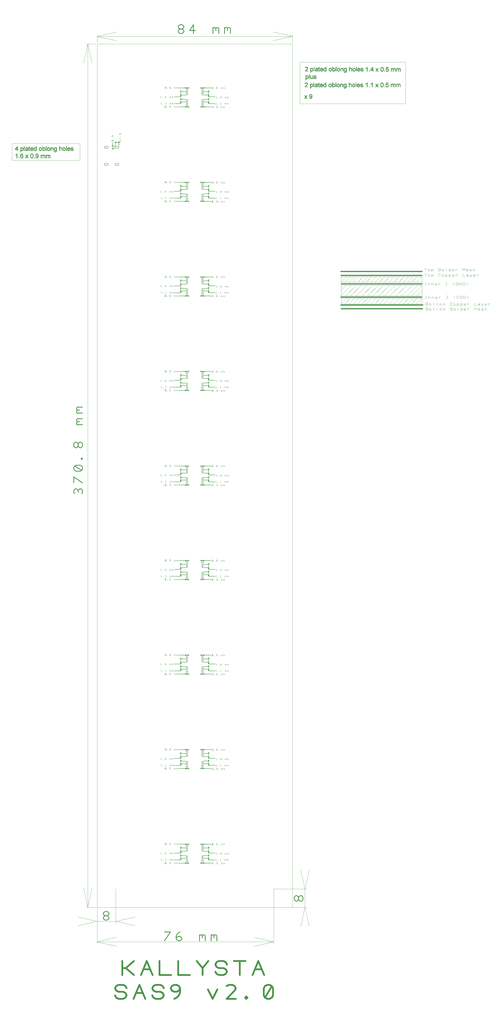
<source format=gbr>
%FSLAX35Y35*%
%MOIN*%
G04 EasyPC Gerber Version 18.0.8 Build 3632 *
%ADD26C,0.00100*%
%ADD117C,0.00197*%
%ADD11C,0.00394*%
%ADD10C,0.00472*%
%ADD116C,0.00500*%
%ADD12C,0.01181*%
%ADD115C,0.01969*%
%ADD13C,0.03150*%
X0Y0D02*
D02*
D10*
X13465Y1440433D02*
X128346D01*
Y1468780*
X13465*
Y1440433*
X134291Y1604724D02*
X141496Y1637165D01*
X141457Y177480D02*
X148661Y209921D01*
X141457Y177992D02*
X134252Y210433D01*
X141535Y177165D02*
Y1637008D01*
X148819Y1604606D02*
X141614Y1637047D01*
X155512Y177165D02*
X139764D01*
X155512Y1637008D02*
X139764D01*
X157402Y153898D02*
X124961Y161102D01*
X157480Y1639961D02*
Y1649606D01*
Y1649803D02*
Y1651575D01*
X157485Y177195D02*
X488194D01*
Y1637038*
X157485*
Y177195*
X157559Y153583D02*
X125118Y146378D01*
X157559Y1650079D02*
X190000Y1657283D01*
X157677Y116693D02*
Y178150D01*
X157244*
X157953Y118976D02*
X456220D01*
X158071Y153622D02*
X188858D01*
X189094Y208701D02*
Y149055D01*
X190236Y126732D02*
X157795Y119528D01*
X190236Y1642638D02*
X157795Y1649843D01*
X190472Y111693D02*
X158031Y118898D01*
X221496Y146417D02*
X189055Y153622D01*
X221850Y161102D02*
X189409Y153898D01*
X336811Y1537992D02*
Y1533661D01*
X337795Y1550984D02*
X343504D01*
X337992Y1556496D02*
X343504D01*
X423937Y111850D02*
X456378Y119055D01*
X456299Y119213D02*
X423858Y126417D01*
X456496Y208543D02*
X511811D01*
X456535Y116181D02*
X456614D01*
Y208465*
X456457*
X487638Y1650315D02*
X455197Y1657520D01*
X487795Y177323D02*
X511969D01*
X487874Y1649961D02*
X455433Y1642756D01*
X488189Y1639764D02*
Y1651575D01*
Y1649803D02*
X157480D01*
X500984Y1535984D02*
X679921D01*
Y1606299*
X500984*
Y1535984*
X509291Y208622D02*
X502087Y241063D01*
X509370Y177323D02*
X502165Y144882D01*
X509370Y177441D02*
X516575Y145000D01*
X509370Y208661D02*
Y177795D01*
X516772Y241220D02*
X509567Y208780D01*
X570669Y1211417D02*
X708071D01*
Y1229134*
X570669*
Y1211417*
Y1211811D02*
X587894Y1229035D01*
X570669Y1220669D02*
X579035Y1229035D01*
X570669Y1234252D02*
X707480D01*
Y1243504*
X570669*
Y1234252*
X570866Y1197835D02*
X707677D01*
Y1207087*
X570866*
Y1197835*
Y1234646D02*
X579724Y1243504D01*
X571063Y1198228D02*
X579921Y1207087D01*
X576969Y1234449D02*
X585925Y1243406D01*
X577165Y1198031D02*
X586122Y1206988D01*
X579134Y1211614D02*
X596358Y1228839D01*
X583858Y1234449D02*
X592815Y1243406D01*
X584055Y1198031D02*
X593012Y1206988D01*
X587008Y1211614D02*
X604232Y1228839D01*
X591142Y1234646D02*
X600098Y1243602D01*
X591339Y1198228D02*
X600295Y1207185D01*
X597047Y1211811D02*
X614272Y1229035D01*
X598819Y1234449D02*
X607776Y1243406D01*
X599016Y1198031D02*
X607972Y1206988D01*
X606299Y1234449D02*
X615256Y1243406D01*
X606496Y1198031D02*
X615453Y1206988D01*
X606496Y1211811D02*
X623720Y1229035D01*
X613189Y1234449D02*
X622146Y1243406D01*
X613386Y1198031D02*
X622343Y1206988D01*
X616142Y1211614D02*
X633366Y1228839D01*
X620669Y1234449D02*
X629626Y1243406D01*
X620866Y1198031D02*
X629823Y1206988D01*
X625197Y1211811D02*
X642421Y1229035D01*
X627953Y1234449D02*
X636909Y1243406D01*
X628150Y1198031D02*
X637106Y1206988D01*
X635039Y1211614D02*
X652264Y1228839D01*
X635236Y1234252D02*
X644193Y1243209D01*
X635433Y1197835D02*
X644390Y1206791D01*
X643504Y1234449D02*
X652461Y1243406D01*
X643701Y1198031D02*
X652657Y1206988D01*
X645079Y1211811D02*
X662303Y1229035D01*
X651575Y1234449D02*
X660531Y1243406D01*
X651772Y1198031D02*
X660728Y1206988D01*
X654134Y1211614D02*
X671358Y1228839D01*
X659843Y1234449D02*
X668799Y1243406D01*
X660039Y1198031D02*
X668996Y1206988D01*
X663976Y1211614D02*
X681201Y1228839D01*
X667913Y1234252D02*
X676870Y1243209D01*
X668110Y1197835D02*
X677067Y1206791D01*
X673622Y1211811D02*
X690846Y1229035D01*
X675984Y1234449D02*
X684941Y1243406D01*
X676181Y1198031D02*
X685138Y1206988D01*
X683071Y1211811D02*
X700295Y1229035D01*
X683465Y1234449D02*
X692421Y1243406D01*
X683661Y1198031D02*
X692618Y1206988D01*
X689961Y1234252D02*
X698917Y1243209D01*
X690157Y1197835D02*
X699114Y1206791D01*
X690551Y1211614D02*
X707776Y1228839D01*
X698228Y1234449D02*
X707185Y1243406D01*
X698425Y1198031D02*
X707382Y1206988D01*
X699213Y1211811D02*
X707874Y1220472D01*
X713657Y1253273D02*
Y1257702D01*
X711811D02*
X715502D01*
X717717Y1254380D02*
X718086Y1253642D01*
X718824Y1253273*
X719562*
X720300Y1253642*
X720669Y1254380*
Y1255118*
X720300Y1255856*
X719562Y1256226*
X718824*
X718086Y1255856*
X717717Y1255118*
Y1254380*
X723622Y1256226D02*
Y1252165D01*
Y1254380D02*
X723991Y1253642D01*
X724730Y1253273*
X725468*
X726206Y1253642*
X726575Y1254380*
Y1255118*
X726206Y1255856*
X725468Y1256226*
X724730*
X723991Y1255856*
X723622Y1255118*
Y1254380*
X735433D02*
X735802Y1253642D01*
X736541Y1253273*
X738017*
X738755Y1253642*
X739124Y1254380*
X738755Y1255118*
X738017Y1255487*
X736541*
X735802Y1255856*
X735433Y1256594*
X735802Y1257333*
X736541Y1257702*
X738017*
X738755Y1257333*
X739124Y1256594*
X741339Y1254380D02*
X741708Y1253642D01*
X742446Y1253273*
X743184*
X743922Y1253642*
X744291Y1254380*
Y1255118*
X743922Y1255856*
X743184Y1256226*
X742446*
X741708Y1255856*
X741339Y1255118*
Y1254380*
X749090Y1253273D02*
X748720D01*
Y1257702*
X756102Y1255118D02*
X755733Y1255856D01*
X754995Y1256226*
X754257*
X753519Y1255856*
X753150Y1255118*
Y1254380*
X753519Y1253642*
X754257Y1253273*
X754995*
X755733Y1253642*
X756102Y1254380*
Y1253273D02*
Y1257702D01*
X762008Y1253642D02*
X761639Y1253273D01*
X760901*
X760163*
X759424Y1253642*
X759055Y1254380*
Y1255487*
X759424Y1255856*
X760163Y1256226*
X760901*
X761639Y1255856*
X762008Y1255487*
Y1255118*
X761639Y1254749*
X760901Y1254380*
X760163*
X759424Y1254749*
X759055Y1255118*
X764961Y1253273D02*
Y1256226D01*
Y1255118D02*
X765330Y1255856D01*
X766068Y1256226*
X766806*
X767544Y1255856*
X776772Y1253273D02*
Y1257702D01*
X778617Y1255487*
X780463Y1257702*
Y1253273*
X782677Y1255856D02*
X783415Y1256226D01*
X784523*
X785261Y1255856*
X785630Y1255118*
Y1254011*
X785261Y1253642*
X784523Y1253273*
X783785*
X783046Y1253642*
X782677Y1254011*
Y1254380*
X783046Y1254749*
X783785Y1255118*
X784523*
X785261Y1254749*
X785630Y1254380*
Y1254011D02*
Y1253273D01*
X788583Y1253642D02*
X789321Y1253273D01*
X790797*
X791535Y1253642*
Y1254380*
X790797Y1254749*
X789321*
X788583Y1255118*
Y1255856*
X789321Y1256226*
X790797*
X791535Y1255856*
X794488Y1253273D02*
Y1257702D01*
Y1254749D02*
X795596D01*
X797441Y1256226*
X795596Y1254749D02*
X797441Y1253273D01*
X713115Y1229257D02*
X714592D01*
X713854D02*
Y1233686D01*
X713115D02*
X714592D01*
X717913Y1229257D02*
Y1232210D01*
Y1231102D02*
X718283Y1231841D01*
X719021Y1232210*
X719759*
X720497Y1231841*
X720866Y1231102*
Y1229257*
X723819D02*
Y1232210D01*
Y1231102D02*
X724188Y1231841D01*
X724926Y1232210*
X725665*
X726403Y1231841*
X726772Y1231102*
Y1229257*
X732677Y1229626D02*
X732308Y1229257D01*
X731570*
X730832*
X730094Y1229626*
X729724Y1230364*
Y1231472*
X730094Y1231841*
X730832Y1232210*
X731570*
X732308Y1231841*
X732677Y1231472*
Y1231102*
X732308Y1230733*
X731570Y1230364*
X730832*
X730094Y1230733*
X729724Y1231102*
X735630Y1229257D02*
Y1232210D01*
Y1231102D02*
X735999Y1231841D01*
X736737Y1232210*
X737476*
X738214Y1231841*
X748179Y1229257D02*
X749656D01*
X748917D02*
Y1233686D01*
X748179Y1232948*
X761836Y1229257D02*
X761098Y1230364D01*
Y1232948*
X761836Y1233686*
X767741Y1231102D02*
X768848D01*
Y1230733*
X768480Y1229995*
X768110Y1229626*
X767372Y1229257*
X766634*
X765896Y1229626*
X765527Y1229995*
X765157Y1230733*
Y1232210*
X765527Y1232948*
X765896Y1233317*
X766634Y1233686*
X767372*
X768110Y1233317*
X768480Y1232948*
X768848Y1232210*
X771063Y1229257D02*
Y1233686D01*
X774754Y1229257*
Y1233686*
X776969Y1229257D02*
Y1233686D01*
X779183*
X779921Y1233317*
X780291Y1232948*
X780659Y1232210*
Y1230733*
X780291Y1229995*
X779921Y1229626*
X779183Y1229257*
X776969*
X783981D02*
X784720Y1230364D01*
Y1232948*
X783981Y1233686*
X713854Y1244218D02*
Y1248647D01*
X712008D02*
X715699D01*
X717913Y1245325D02*
X718283Y1244587D01*
X719021Y1244218*
X719759*
X720497Y1244587*
X720866Y1245325*
Y1246063*
X720497Y1246801*
X719759Y1247170*
X719021*
X718283Y1246801*
X717913Y1246063*
Y1245325*
X723819Y1247170D02*
Y1243110D01*
Y1245325D02*
X724188Y1244587D01*
X724926Y1244218*
X725665*
X726403Y1244587*
X726772Y1245325*
Y1246063*
X726403Y1246801*
X725665Y1247170*
X724926*
X724188Y1246801*
X723819Y1246063*
Y1245325*
X739321Y1244956D02*
X738952Y1244587D01*
X738214Y1244218*
X737106*
X736368Y1244587*
X735999Y1244956*
X735630Y1245694*
Y1247170*
X735999Y1247909*
X736368Y1248278*
X737106Y1248647*
X738214*
X738952Y1248278*
X739321Y1247909*
X741535Y1245325D02*
X741905Y1244587D01*
X742643Y1244218*
X743381*
X744119Y1244587*
X744488Y1245325*
Y1246063*
X744119Y1246801*
X743381Y1247170*
X742643*
X741905Y1246801*
X741535Y1246063*
Y1245325*
X747441Y1247170D02*
Y1243110D01*
Y1245325D02*
X747810Y1244587D01*
X748548Y1244218*
X749287*
X750025Y1244587*
X750394Y1245325*
Y1246063*
X750025Y1246801*
X749287Y1247170*
X748548*
X747810Y1246801*
X747441Y1246063*
Y1245325*
X753346Y1247170D02*
Y1243110D01*
Y1245325D02*
X753716Y1244587D01*
X754454Y1244218*
X755192*
X755930Y1244587*
X756299Y1245325*
Y1246063*
X755930Y1246801*
X755192Y1247170*
X754454*
X753716Y1246801*
X753346Y1246063*
Y1245325*
X762205Y1244587D02*
X761836Y1244218D01*
X761098*
X760359*
X759621Y1244587*
X759252Y1245325*
Y1246432*
X759621Y1246801*
X760359Y1247170*
X761098*
X761836Y1246801*
X762205Y1246432*
Y1246063*
X761836Y1245694*
X761098Y1245325*
X760359*
X759621Y1245694*
X759252Y1246063*
X765157Y1244218D02*
Y1247170D01*
Y1246063D02*
X765527Y1246801D01*
X766265Y1247170*
X767003*
X767741Y1246801*
X776969Y1248647D02*
Y1244218D01*
X780659*
X782874Y1246801D02*
X783612Y1247170D01*
X784720*
X785458Y1246801*
X785827Y1246063*
Y1244956*
X785458Y1244587*
X784720Y1244218*
X783981*
X783243Y1244587*
X782874Y1244956*
Y1245325*
X783243Y1245694*
X783981Y1246063*
X784720*
X785458Y1245694*
X785827Y1245325*
Y1244956D02*
Y1244218D01*
X788780Y1247170D02*
X789149Y1245694D01*
X789887Y1244956*
X790625*
X791363Y1245694*
X791732Y1247170*
X791363Y1245694D02*
X790994Y1244218D01*
X790625Y1243480*
X789887Y1243110*
X789149Y1243480*
X797638Y1244587D02*
X797269Y1244218D01*
X796531*
X795793*
X795054Y1244587*
X794685Y1245325*
Y1246432*
X795054Y1246801*
X795793Y1247170*
X796531*
X797269Y1246801*
X797638Y1246432*
Y1246063*
X797269Y1245694*
X796531Y1245325*
X795793*
X795054Y1245694*
X794685Y1246063*
X800591Y1244218D02*
Y1247170D01*
Y1246063D02*
X800960Y1246801D01*
X801698Y1247170*
X802436*
X803174Y1246801*
X713903Y1206619D02*
X715379D01*
X714641D02*
Y1211048D01*
X713903D02*
X715379D01*
X718701Y1206619D02*
Y1209572D01*
Y1208465D02*
X719070Y1209203D01*
X719808Y1209572*
X720546*
X721285Y1209203*
X721654Y1208465*
Y1206619*
X724606D02*
Y1209572D01*
Y1208465D02*
X724976Y1209203D01*
X725714Y1209572*
X726452*
X727190Y1209203*
X727559Y1208465*
Y1206619*
X733465Y1206988D02*
X733096Y1206619D01*
X732357*
X731619*
X730881Y1206988*
X730512Y1207726*
Y1208834*
X730881Y1209203*
X731619Y1209572*
X732357*
X733096Y1209203*
X733465Y1208834*
Y1208465*
X733096Y1208096*
X732357Y1207726*
X731619*
X730881Y1208096*
X730512Y1208465*
X736417Y1206619D02*
Y1209572D01*
Y1208465D02*
X736787Y1209203D01*
X737525Y1209572*
X738263*
X739001Y1209203*
X751181Y1206619D02*
X748228D01*
X750812Y1209203*
X751181Y1209941*
X750812Y1210679*
X750074Y1211048*
X748967*
X748228Y1210679*
X762623Y1206619D02*
X761885Y1207726D01*
Y1210310*
X762623Y1211048*
X765945D02*
X767791Y1206619D01*
X769636Y1211048*
X771850Y1206619D02*
Y1211048D01*
X774065*
X774803Y1210679*
X775172Y1210310*
X775541Y1209572*
Y1208096*
X775172Y1207357*
X774803Y1206988*
X774065Y1206619*
X771850*
X777756D02*
Y1211048D01*
X779970*
X780709Y1210679*
X781078Y1210310*
X781447Y1209572*
Y1208096*
X781078Y1207357*
X780709Y1206988*
X779970Y1206619*
X777756*
X784769D02*
X785507Y1207726D01*
Y1210310*
X784769Y1211048*
X716560Y1197417D02*
X717298Y1197047D01*
X717667Y1196309*
X717298Y1195571*
X716560Y1195202*
X713976*
Y1199631*
X716560*
X717298Y1199262*
X717667Y1198524*
X717298Y1197785*
X716560Y1197417*
X713976*
X719882Y1196309D02*
X720251Y1195571D01*
X720989Y1195202*
X721728*
X722466Y1195571*
X722835Y1196309*
Y1197047*
X722466Y1197785*
X721728Y1198155*
X720989*
X720251Y1197785*
X719882Y1197047*
Y1196309*
X726526Y1198155D02*
X728002D01*
X727264Y1198893D02*
Y1195571D01*
X727633Y1195202*
X728002*
X728371Y1195571*
X732431Y1198155D02*
X733907D01*
X733169Y1198893D02*
Y1195571D01*
X733539Y1195202*
X733907*
X734277Y1195571*
X737598Y1196309D02*
X737968Y1195571D01*
X738706Y1195202*
X739444*
X740182Y1195571*
X740551Y1196309*
Y1197047*
X740182Y1197785*
X739444Y1198155*
X738706*
X737968Y1197785*
X737598Y1197047*
Y1196309*
X743504Y1195202D02*
Y1198155D01*
Y1197785D02*
X743873Y1198155D01*
X744611*
X744980Y1197785*
Y1196678*
Y1197785D02*
X745350Y1198155D01*
X746088*
X746457Y1197785*
Y1195202*
X759006Y1195940D02*
X758637Y1195571D01*
X757899Y1195202*
X756791*
X756053Y1195571*
X755684Y1195940*
X755315Y1196678*
Y1198155*
X755684Y1198893*
X756053Y1199262*
X756791Y1199631*
X757899*
X758637Y1199262*
X759006Y1198893*
X761220Y1196309D02*
X761590Y1195571D01*
X762328Y1195202*
X763066*
X763804Y1195571*
X764173Y1196309*
Y1197047*
X763804Y1197785*
X763066Y1198155*
X762328*
X761590Y1197785*
X761220Y1197047*
Y1196309*
X767126Y1198155D02*
Y1194094D01*
Y1196309D02*
X767495Y1195571D01*
X768233Y1195202*
X768972*
X769710Y1195571*
X770079Y1196309*
Y1197047*
X769710Y1197785*
X768972Y1198155*
X768233*
X767495Y1197785*
X767126Y1197047*
Y1196309*
X773031Y1198155D02*
Y1194094D01*
Y1196309D02*
X773401Y1195571D01*
X774139Y1195202*
X774877*
X775615Y1195571*
X775984Y1196309*
Y1197047*
X775615Y1197785*
X774877Y1198155*
X774139*
X773401Y1197785*
X773031Y1197047*
Y1196309*
X781890Y1195571D02*
X781521Y1195202D01*
X780783*
X780044*
X779306Y1195571*
X778937Y1196309*
Y1197417*
X779306Y1197785*
X780044Y1198155*
X780783*
X781521Y1197785*
X781890Y1197417*
Y1197047*
X781521Y1196678*
X780783Y1196309*
X780044*
X779306Y1196678*
X778937Y1197047*
X784843Y1195202D02*
Y1198155D01*
Y1197047D02*
X785212Y1197785D01*
X785950Y1198155*
X786688*
X787426Y1197785*
X796654Y1199631D02*
Y1195202D01*
X800344*
X802559Y1197785D02*
X803297Y1198155D01*
X804405*
X805143Y1197785*
X805512Y1197047*
Y1195940*
X805143Y1195571*
X804405Y1195202*
X803667*
X802928Y1195571*
X802559Y1195940*
Y1196309*
X802928Y1196678*
X803667Y1197047*
X804405*
X805143Y1196678*
X805512Y1196309*
Y1195940D02*
Y1195202D01*
X808465Y1198155D02*
X808834Y1196678D01*
X809572Y1195940*
X810310*
X811048Y1196678*
X811417Y1198155*
X811048Y1196678D02*
X810679Y1195202D01*
X810310Y1194464*
X809572Y1194094*
X808834Y1194464*
X817323Y1195571D02*
X816954Y1195202D01*
X816216*
X815478*
X814739Y1195571*
X814370Y1196309*
Y1197417*
X814739Y1197785*
X815478Y1198155*
X816216*
X816954Y1197785*
X817323Y1197417*
Y1197047*
X816954Y1196678*
X816216Y1196309*
X815478*
X814739Y1196678*
X814370Y1197047*
X820276Y1195202D02*
Y1198155D01*
Y1197047D02*
X820645Y1197785D01*
X821383Y1198155*
X822121*
X822859Y1197785*
X716757Y1188952D02*
X717495Y1188583D01*
X717864Y1187844*
X717495Y1187106*
X716757Y1186737*
X714173*
Y1191167*
X716757*
X717495Y1190797*
X717864Y1190059*
X717495Y1189321*
X716757Y1188952*
X714173*
X720079Y1187844D02*
X720448Y1187106D01*
X721186Y1186737*
X721924*
X722663Y1187106*
X723031Y1187844*
Y1188583*
X722663Y1189321*
X721924Y1189690*
X721186*
X720448Y1189321*
X720079Y1188583*
Y1187844*
X726722Y1189690D02*
X728199D01*
X727461Y1190428D02*
Y1187106D01*
X727830Y1186737*
X728199*
X728568Y1187106*
X732628Y1189690D02*
X734104D01*
X733366Y1190428D02*
Y1187106D01*
X733735Y1186737*
X734104*
X734474Y1187106*
X737795Y1187844D02*
X738165Y1187106D01*
X738903Y1186737*
X739641*
X740379Y1187106*
X740748Y1187844*
Y1188583*
X740379Y1189321*
X739641Y1189690*
X738903*
X738165Y1189321*
X737795Y1188583*
Y1187844*
X743701Y1186737D02*
Y1189690D01*
Y1189321D02*
X744070Y1189690D01*
X744808*
X745177Y1189321*
Y1188214*
Y1189321D02*
X745546Y1189690D01*
X746285*
X746654Y1189321*
Y1186737*
X755512Y1187844D02*
X755881Y1187106D01*
X756619Y1186737*
X758096*
X758834Y1187106*
X759203Y1187844*
X758834Y1188583*
X758096Y1188952*
X756619*
X755881Y1189321*
X755512Y1190059*
X755881Y1190797*
X756619Y1191167*
X758096*
X758834Y1190797*
X759203Y1190059*
X761417Y1187844D02*
X761787Y1187106D01*
X762525Y1186737*
X763263*
X764001Y1187106*
X764370Y1187844*
Y1188583*
X764001Y1189321*
X763263Y1189690*
X762525*
X761787Y1189321*
X761417Y1188583*
Y1187844*
X769169Y1186737D02*
X768799D01*
Y1191167*
X776181Y1188583D02*
X775812Y1189321D01*
X775074Y1189690*
X774336*
X773598Y1189321*
X773228Y1188583*
Y1187844*
X773598Y1187106*
X774336Y1186737*
X775074*
X775812Y1187106*
X776181Y1187844*
Y1186737D02*
Y1191167D01*
X782087Y1187106D02*
X781718Y1186737D01*
X780980*
X780241*
X779503Y1187106*
X779134Y1187844*
Y1188952*
X779503Y1189321*
X780241Y1189690*
X780980*
X781718Y1189321*
X782087Y1188952*
Y1188583*
X781718Y1188214*
X780980Y1187844*
X780241*
X779503Y1188214*
X779134Y1188583*
X785039Y1186737D02*
Y1189690D01*
Y1188583D02*
X785409Y1189321D01*
X786147Y1189690*
X786885*
X787623Y1189321*
X796850Y1186737D02*
Y1191167D01*
X798696Y1188952*
X800541Y1191167*
Y1186737*
X802756Y1189321D02*
X803494Y1189690D01*
X804602*
X805340Y1189321*
X805709Y1188583*
Y1187476*
X805340Y1187106*
X804602Y1186737*
X803863*
X803125Y1187106*
X802756Y1187476*
Y1187844*
X803125Y1188214*
X803863Y1188583*
X804602*
X805340Y1188214*
X805709Y1187844*
Y1187476D02*
Y1186737D01*
X808661Y1187106D02*
X809400Y1186737D01*
X810876*
X811614Y1187106*
Y1187844*
X810876Y1188214*
X809400*
X808661Y1188583*
Y1189321*
X809400Y1189690*
X810876*
X811614Y1189321*
X814567Y1186737D02*
Y1191167D01*
Y1188214D02*
X815674D01*
X817520Y1189690*
X815674Y1188214D02*
X817520Y1186737D01*
D02*
D11*
X184843Y1472884D02*
X185089Y1473376D01*
Y1473868*
X184843Y1474360*
X184350Y1474606*
X182874*
X182382Y1474360*
X182136Y1473868*
Y1473376*
X182382Y1472884*
X182874Y1472638*
X184350*
X184843Y1472884*
X182382Y1474360*
X185089Y1476821D02*
X184843Y1477067D01*
X184596Y1476821*
X184843Y1476575*
X185089Y1476821*
Y1481250D02*
X184843Y1481742D01*
X184350Y1482234*
X183612Y1482480*
X182874*
X182382Y1482234*
X182136Y1481742*
Y1481250*
X182382Y1480758*
X182874Y1480512*
X183366Y1480758*
X183612Y1481250*
Y1481742*
X183366Y1482234*
X182874Y1482480*
X197490Y1476673D02*
Y1477657D01*
Y1477165D02*
X194537D01*
X195030Y1476673*
X197490Y1480364D02*
X197244Y1480610D01*
X196998Y1480364*
X197244Y1480118*
X197490Y1480364*
X196752Y1484055D02*
X196260Y1484301D01*
X196014Y1484793*
Y1485285*
X196260Y1485778*
X196752Y1486024*
X197244Y1485778*
X197490Y1485285*
Y1484793*
X197244Y1484301*
X196752Y1484055*
X196014*
X195276Y1484301*
X194783Y1484793*
X194537Y1485285*
D02*
D12*
X131496Y876624D02*
X132726Y879085D01*
Y881545*
X131496Y884006*
X129035Y885236*
X126575Y884006*
X125344Y881545*
Y879085*
Y881545D02*
X124114Y884006D01*
X121654Y885236*
X119193Y884006*
X117963Y881545*
Y879085*
X119193Y876624*
X132726Y895079D02*
X117963Y904921D01*
Y895079*
X131496Y915994D02*
X132726Y918455D01*
Y920915*
X131496Y923376*
X129035Y924606*
X121654*
X119193Y923376*
X117963Y920915*
Y918455*
X119193Y915994*
X121654Y914764*
X129035*
X131496Y915994*
X119193Y923376*
X132726Y935679D02*
X131496Y936909D01*
X130266Y935679*
X131496Y934449*
X132726Y935679*
X125344Y957825D02*
Y960285D01*
X124114Y962746*
X121654Y963976*
X119193Y962746*
X117963Y960285*
Y957825*
X119193Y955364*
X121654Y954134*
X124114Y955364*
X125344Y957825*
X126575Y955364*
X129035Y954134*
X131496Y955364*
X132726Y957825*
Y960285*
X131496Y962746*
X129035Y963976*
X126575Y962746*
X125344Y960285*
X132726Y993504D02*
X122884D01*
X124114D02*
X122884Y994734D01*
Y997195*
X124114Y998425*
X127805*
X124114D02*
X122884Y999656D01*
Y1002116*
X124114Y1003346*
X132726*
Y1013189D02*
X122884D01*
X124114D02*
X122884Y1014419D01*
Y1016880*
X124114Y1018110*
X127805*
X124114D02*
X122884Y1019341D01*
Y1021801*
X124114Y1023031*
X132726*
X171604Y163081D02*
X174065D01*
X176526Y164311*
X177756Y166772*
X176526Y169232*
X174065Y170463*
X171604*
X169144Y169232*
X167913Y166772*
X169144Y164311*
X171604Y163081*
X169144Y161850*
X167913Y159390*
X169144Y156929*
X171604Y155699*
X174065*
X176526Y156929*
X177756Y159390*
X176526Y161850*
X174065Y163081*
X271772Y120817D02*
X281614Y135581D01*
X271772*
X291457Y124508D02*
X292687Y126969D01*
X295148Y128199*
X297608*
X300069Y126969*
X301299Y124508*
X300069Y122047*
X297608Y120817*
X295148*
X292687Y122047*
X291457Y124508*
Y128199*
X292687Y131890*
X295148Y134350*
X297608Y135581*
X330827Y120817D02*
Y130659D01*
Y129429D02*
X332057Y130659D01*
X334518*
X335748Y129429*
Y125738*
Y129429D02*
X336978Y130659D01*
X339439*
X340669Y129429*
Y120817*
X350512D02*
Y130659D01*
Y129429D02*
X351742Y130659D01*
X354203*
X355433Y129429*
Y125738*
Y129429D02*
X356663Y130659D01*
X359124*
X360354Y129429*
Y120817*
X298376Y1662254D02*
X300837D01*
X303297Y1663484*
X304528Y1665945*
X303297Y1668406*
X300837Y1669636*
X298376*
X295915Y1668406*
X294685Y1665945*
X295915Y1663484*
X298376Y1662254*
X295915Y1661024*
X294685Y1658563*
X295915Y1656102*
X298376Y1654872*
X300837*
X303297Y1656102*
X304528Y1658563*
X303297Y1661024*
X300837Y1662254*
X320522Y1654872D02*
Y1669636D01*
X314370Y1659793*
X324213*
X353740Y1654872D02*
Y1664715D01*
Y1663484D02*
X354970Y1664715D01*
X357431*
X358661Y1663484*
Y1659793*
Y1663484D02*
X359892Y1664715D01*
X362352*
X363583Y1663484*
Y1654872*
X373425D02*
Y1664715D01*
Y1663484D02*
X374656Y1664715D01*
X377116*
X378346Y1663484*
Y1659793*
Y1663484D02*
X379577Y1664715D01*
X382037*
X383268Y1663484*
Y1654872*
X498809Y191171D02*
Y193632D01*
X497579Y196093*
X495118Y197323*
X492657Y196093*
X491427Y193632*
Y191171*
X492657Y188711*
X495118Y187480*
X497579Y188711*
X498809Y191171*
X500039Y188711*
X502500Y187480*
X504961Y188711*
X506191Y191171*
Y193632*
X504961Y196093*
X502500Y197323*
X500039Y196093*
X498809Y193632*
D02*
D13*
X187638Y28780D02*
X189606Y24843D01*
X193543Y22874*
X201417*
X205354Y24843*
X207323Y28780*
X205354Y32717*
X201417Y34685*
X193543*
X189606Y36654*
X187638Y40591*
X189606Y44528*
X193543Y46496*
X201417*
X205354Y44528*
X207323Y40591*
X219134Y22874D02*
X228976Y46496D01*
X238819Y22874*
X223071Y32717D02*
X234882D01*
X250630Y28780D02*
X252598Y24843D01*
X256535Y22874*
X264409*
X268346Y24843*
X270315Y28780*
X268346Y32717*
X264409Y34685*
X256535*
X252598Y36654*
X250630Y40591*
X252598Y44528*
X256535Y46496*
X264409*
X268346Y44528*
X270315Y40591*
X288031Y22874D02*
X291969Y24843D01*
X295906Y28780*
X297874Y34685*
Y40591*
X295906Y44528*
X291969Y46496*
X288031*
X284094Y44528*
X282126Y40591*
X284094Y36654*
X288031Y34685*
X291969*
X295906Y36654*
X297874Y40591*
X345118Y38622D02*
X352992Y22874D01*
X360866Y38622*
X392362Y22874D02*
X376614D01*
X390394Y36654*
X392362Y40591*
X390394Y44528*
X386457Y46496*
X380551*
X376614Y44528*
X410079Y22874D02*
X412047Y24843D01*
X410079Y26811*
X408110Y24843*
X410079Y22874*
X441575Y24843D02*
X445512Y22874D01*
X449449*
X453386Y24843*
X455354Y28780*
Y40591*
X453386Y44528*
X449449Y46496*
X445512*
X441575Y44528*
X439606Y40591*
Y28780*
X441575Y24843*
X453386Y44528*
X200039Y62992D02*
Y86614D01*
Y74803D02*
X205945D01*
X219724Y86614*
X205945Y74803D02*
X219724Y62992D01*
X231535D02*
X241378Y86614D01*
X251220Y62992*
X235472Y72835D02*
X247283D01*
X263031Y86614D02*
Y62992D01*
X282717*
X294528Y86614D02*
Y62992D01*
X314213*
X335866D02*
Y74803D01*
X326024Y86614*
X335866Y74803D02*
X345709Y86614D01*
X357520Y68898D02*
X359488Y64961D01*
X363425Y62992*
X371299*
X375236Y64961*
X377205Y68898*
X375236Y72835*
X371299Y74803*
X363425*
X359488Y76772*
X357520Y80709*
X359488Y84646*
X363425Y86614*
X371299*
X375236Y84646*
X377205Y80709*
X398858Y62992D02*
Y86614D01*
X389016D02*
X408701D01*
X420512Y62992D02*
X430354Y86614D01*
X440197Y62992*
X424449Y72835D02*
X436260D01*
D02*
D26*
X22087Y1444213D02*
X21142D01*
Y1450118*
X20197Y1449409*
X19252Y1448937*
Y1449882*
X20669Y1450709*
X21142Y1451299*
X21496Y1451772*
X22087*
Y1444213*
X24803D02*
Y1445157D01*
X25748*
Y1444213*
X24803*
X32126Y1449764D02*
X31181Y1449646D01*
X31063Y1450118*
X30827Y1450472*
X30354Y1450709*
X29882Y1450827*
X29055Y1450591*
X28701Y1450236*
X28346Y1449764*
X28228Y1449055*
X28110Y1447992*
X28465Y1448465*
X28937Y1448819*
X29409Y1448937*
X30000Y1449055*
X30827Y1448819*
X31535Y1448346*
X32126Y1447638*
X32244Y1446693*
X32126Y1445984*
X31890Y1445276*
X31535Y1444803*
X31063Y1444449*
X30472Y1444213*
X29882Y1444094*
X28819Y1444331*
X27874Y1444921*
X27638Y1445394*
X27402Y1446102*
X27165Y1446811*
Y1447756*
Y1448701*
X27402Y1449646*
X27638Y1450354*
X27992Y1450945*
X28819Y1451535*
X29882Y1451772*
X30709Y1451654*
X31417Y1451181*
X31890Y1450591*
X32126Y1449764*
X28110Y1446693D02*
X28346Y1445866D01*
X28937Y1445276*
X29764Y1445039*
X30354Y1445157*
X30827Y1445394*
X31181Y1445984*
X31299Y1446575*
X31181Y1447165*
X30827Y1447756*
X30354Y1447992*
X29764Y1448110*
X29055Y1447992*
X28583Y1447756*
X28228Y1447283*
X28110Y1446693*
X35669Y1444213D02*
X37677Y1447047D01*
X35787Y1449764*
X36969*
X37795Y1448465*
X38268Y1447756*
X38622Y1448346*
X39685Y1449764*
X40866*
X38858Y1447047*
X40748Y1444213*
X39567*
X38504Y1445866*
X38268Y1446220*
X36850Y1444213*
X35669*
X44291Y1447874D02*
X44409Y1449173D01*
X44528Y1450118*
X44882Y1450827*
X45354Y1451299*
X46063Y1451654*
X46772Y1451772*
X47362Y1451654*
X47835Y1451535*
X48307Y1451181*
X48661Y1450827*
X49134Y1449646*
X49252Y1448937*
Y1447874*
X49134Y1446693*
X49016Y1445748*
X48661Y1445039*
X48189Y1444449*
X47598Y1444213*
X46772Y1444094*
X45827Y1444213*
X45000Y1444803*
X44764Y1445394*
X44528Y1446102*
X44291Y1446929*
Y1447874*
X45236D02*
Y1447047D01*
X45354Y1446457*
X45472Y1445866*
X45709Y1445630*
X46181Y1445157*
X46772Y1445039*
X47362Y1445157*
X47835Y1445630*
X48071Y1445866*
X48189Y1446457*
X48307Y1447047*
Y1447874*
Y1448701*
X48189Y1449409*
X48071Y1449882*
X47835Y1450236*
X47362Y1450709*
X46772Y1450827*
X46181Y1450709*
X45709Y1450354*
X45472Y1449882*
X45354Y1449409*
X45236Y1448701*
Y1447874*
X50551Y1444213D02*
Y1445157D01*
X51496*
Y1444213*
X50551*
X53150Y1446102D02*
X54094Y1446220D01*
X54213Y1445630*
X54567Y1445276*
X54921Y1445039*
X55276*
X56102Y1445157*
X56575Y1445630*
X56811Y1445984*
X56929Y1446457*
X57047Y1447638*
Y1447756*
X56339Y1447047*
X55748Y1446811*
X55276*
X54449Y1446929*
X53622Y1447520*
X53150Y1448228*
X53031Y1449291*
X53150Y1450236*
X53740Y1451063*
X54449Y1451535*
X55394Y1451772*
X56102Y1451654*
X56811Y1451417*
X57283Y1450945*
X57638Y1450236*
X57874Y1449291*
X57992Y1448110*
X57874Y1446811*
X57638Y1445866*
X57283Y1445039*
X56693Y1444567*
X56102Y1444213*
X55276Y1444094*
X54449Y1444213*
X53858Y1444567*
X53386Y1445276*
X53150Y1446102*
X57047Y1449291D02*
X56929Y1449882D01*
X56693Y1450354*
X56220Y1450709*
X55512Y1450827*
X54921Y1450709*
X54449Y1450354*
X54094Y1449882*
X53976Y1449173*
X54094Y1448583*
X54449Y1448110*
X54921Y1447874*
X55512Y1447756*
X56102Y1447874*
X56575Y1448110*
X56929Y1448583*
X57047Y1449291*
X62008Y1444213D02*
Y1449764D01*
X62953*
Y1448819*
X63661Y1449646*
X64016Y1449764*
X64488Y1449882*
X65079Y1449764*
X65433Y1449528*
X65787Y1449291*
X66024Y1448819*
X66378Y1449291*
X66732Y1449646*
X67205Y1449764*
X67677Y1449882*
X68386Y1449764*
X68858Y1449409*
X69213Y1448819*
X69331Y1447992*
Y1444213*
X68386*
Y1447638*
Y1448110*
X68268Y1448346*
X68031Y1448819*
X67441Y1448937*
X66969Y1448819*
X66496Y1448583*
X66260Y1448110*
X66142Y1447283*
Y1444213*
X65197*
Y1447756*
Y1448228*
X64961Y1448583*
X64724Y1448819*
X64252Y1448937*
X63543Y1448701*
X63071Y1448110*
X62953Y1447638*
Y1447047*
Y1444213*
X62008*
X70748D02*
Y1449764D01*
X71693*
Y1448819*
X72402Y1449646*
X72756Y1449764*
X73228Y1449882*
X73819Y1449764*
X74173Y1449528*
X74528Y1449291*
X74764Y1448819*
X75118Y1449291*
X75472Y1449646*
X75945Y1449764*
X76417Y1449882*
X77126Y1449764*
X77598Y1449409*
X77953Y1448819*
X78071Y1447992*
Y1444213*
X77126*
Y1447638*
Y1448110*
X77008Y1448346*
X76772Y1448819*
X76181Y1448937*
X75709Y1448819*
X75236Y1448583*
X75000Y1448110*
X74882Y1447283*
Y1444213*
X73937*
Y1447756*
Y1448228*
X73701Y1448583*
X73465Y1448819*
X72992Y1448937*
X72283Y1448701*
X71811Y1448110*
X71693Y1447638*
Y1447047*
Y1444213*
X70748*
X29861Y1444099D02*
X29906D01*
X46734D02*
X46805D01*
X55243D02*
X55309D01*
X29439Y1444193D02*
X30374D01*
X45984D02*
X47461D01*
X54587D02*
X55965D01*
X21142Y1444287D02*
X22087D01*
X24803D02*
X25748D01*
X29017D02*
X30657D01*
X35722D02*
X36903D01*
X39519D02*
X40699D01*
X45723D02*
X47783D01*
X50551D02*
X51496D01*
X54326D02*
X56226D01*
X62008D02*
X62953D01*
X65197D02*
X66142D01*
X68386D02*
X69331D01*
X70748D02*
X71693D01*
X73937D02*
X74882D01*
X77126D02*
X78071D01*
X21142Y1444380D02*
X22087D01*
X24803D02*
X25748D01*
X28739D02*
X30892D01*
X35788D02*
X36969D01*
X39459D02*
X40636D01*
X45592D02*
X48018D01*
X50551D02*
X51496D01*
X54169D02*
X56382D01*
X62008D02*
X62953D01*
X65197D02*
X66142D01*
X68386D02*
X69331D01*
X70748D02*
X71693D01*
X73937D02*
X74882D01*
X77126D02*
X78071D01*
X21142Y1444474D02*
X22087D01*
X24803D02*
X25748D01*
X28590D02*
X31096D01*
X35854D02*
X37035D01*
X39399D02*
X40574D01*
X45461D02*
X48209D01*
X50551D02*
X51496D01*
X54013D02*
X56538D01*
X62008D02*
X62953D01*
X65197D02*
X66142D01*
X68386D02*
X69331D01*
X70748D02*
X71693D01*
X73937D02*
X74882D01*
X77126D02*
X78071D01*
X21142Y1444568D02*
X22087D01*
X24803D02*
X25748D01*
X28440D02*
X31222D01*
X35921D02*
X37101D01*
X39339D02*
X40511D01*
X45330D02*
X48284D01*
X50551D02*
X51496D01*
X53858D02*
X56693D01*
X62008D02*
X62953D01*
X65197D02*
X66142D01*
X68386D02*
X69331D01*
X70748D02*
X71693D01*
X73937D02*
X74882D01*
X77126D02*
X78071D01*
X21142Y1444661D02*
X22087D01*
X24803D02*
X25748D01*
X28290D02*
X31346D01*
X35987D02*
X37167D01*
X39278D02*
X40449D01*
X45198D02*
X48359D01*
X50551D02*
X51496D01*
X53795D02*
X56811D01*
X62008D02*
X62953D01*
X65197D02*
X66142D01*
X68386D02*
X69331D01*
X70748D02*
X71693D01*
X73937D02*
X74882D01*
X77126D02*
X78071D01*
X21142Y1444755D02*
X22087D01*
X24803D02*
X25748D01*
X28140D02*
X31471D01*
X36054D02*
X37233D01*
X39218D02*
X40386D01*
X45067D02*
X48434D01*
X50551D02*
X51496D01*
X53733D02*
X56928D01*
X62008D02*
X62953D01*
X65197D02*
X66142D01*
X68386D02*
X69331D01*
X70748D02*
X71693D01*
X73937D02*
X74882D01*
X77126D02*
X78071D01*
X21142Y1444849D02*
X22087D01*
X24803D02*
X25748D01*
X27990D02*
X31570D01*
X36120D02*
X37300D01*
X39158D02*
X40324D01*
X44982D02*
X48509D01*
X50551D02*
X51496D01*
X53670D02*
X57045D01*
X62008D02*
X62953D01*
X65197D02*
X66142D01*
X68386D02*
X69331D01*
X70748D02*
X71693D01*
X73937D02*
X74882D01*
X77126D02*
X78071D01*
X21142Y1444943D02*
X22087D01*
X24803D02*
X25748D01*
X27863D02*
X31640D01*
X36186D02*
X37366D01*
X39098D02*
X40261D01*
X44944D02*
X48584D01*
X50551D02*
X51496D01*
X53608D02*
X57162D01*
X62008D02*
X62953D01*
X65197D02*
X66142D01*
X68386D02*
X69331D01*
X70748D02*
X71693D01*
X73937D02*
X74882D01*
X77126D02*
X78071D01*
X21142Y1445036D02*
X22087D01*
X24803D02*
X25748D01*
X27817D02*
X31710D01*
X36253D02*
X37432D01*
X39037D02*
X40199D01*
X44907D02*
X48659D01*
X50551D02*
X51496D01*
X53545D02*
X57280D01*
X62008D02*
X62953D01*
X65197D02*
X66142D01*
X68386D02*
X69331D01*
X70748D02*
X71693D01*
X73937D02*
X74882D01*
X77126D02*
X78071D01*
X21142Y1445130D02*
X22087D01*
X24803D02*
X25748D01*
X27770D02*
X29447D01*
X30217D02*
X31780D01*
X36319D02*
X37498D01*
X38977D02*
X40137D01*
X44869D02*
X46319D01*
X47224D02*
X48707D01*
X50551D02*
X51496D01*
X53483D02*
X54785D01*
X55909D02*
X57322D01*
X62008D02*
X62953D01*
X65197D02*
X66142D01*
X68386D02*
X69331D01*
X70748D02*
X71693D01*
X73937D02*
X74882D01*
X77126D02*
X78071D01*
X21142Y1445224D02*
X22087D01*
X27723D02*
X29119D01*
X30487D02*
X31851D01*
X36385D02*
X37564D01*
X38917D02*
X40074D01*
X44832D02*
X46115D01*
X47428D02*
X48754D01*
X53420D02*
X54645D01*
X56169D02*
X57363D01*
X62008D02*
X62953D01*
X65197D02*
X66142D01*
X68386D02*
X69331D01*
X70748D02*
X71693D01*
X73937D02*
X74882D01*
X77126D02*
X78071D01*
X21142Y1445317D02*
X22087D01*
X27676D02*
X28895D01*
X30674D02*
X31904D01*
X36452D02*
X37630D01*
X38857D02*
X40011D01*
X44794D02*
X46021D01*
X47522D02*
X48800D01*
X53374D02*
X54525D01*
X56262D02*
X57403D01*
X62008D02*
X62953D01*
X65197D02*
X66142D01*
X68386D02*
X69331D01*
X70748D02*
X71693D01*
X73937D02*
X74882D01*
X77126D02*
X78071D01*
X21142Y1445411D02*
X22087D01*
X27632D02*
X28802D01*
X30837D02*
X31935D01*
X36518D02*
X37696D01*
X38796D02*
X39949D01*
X44758D02*
X45928D01*
X47616D02*
X48847D01*
X53347D02*
X54431D01*
X56356D02*
X57443D01*
X62008D02*
X62953D01*
X65197D02*
X66142D01*
X68386D02*
X69331D01*
X70748D02*
X71693D01*
X73937D02*
X74882D01*
X77126D02*
X78071D01*
X21142Y1445505D02*
X22087D01*
X27601D02*
X28708D01*
X30893D02*
X31966D01*
X36585D02*
X37763D01*
X38736D02*
X39887D01*
X44727D02*
X45834D01*
X47709D02*
X48894D01*
X53320D02*
X54338D01*
X56450D02*
X57483D01*
X62008D02*
X62953D01*
X65197D02*
X66142D01*
X68386D02*
X69331D01*
X70748D02*
X71693D01*
X73937D02*
X74882D01*
X77126D02*
X78071D01*
X21142Y1445598D02*
X22087D01*
X27570D02*
X28614D01*
X30950D02*
X31997D01*
X36651D02*
X37829D01*
X38676D02*
X39824D01*
X44696D02*
X45740D01*
X47803D02*
X48941D01*
X53294D02*
X54244D01*
X56543D02*
X57523D01*
X62008D02*
X62953D01*
X65197D02*
X66142D01*
X68386D02*
X69331D01*
X70748D02*
X71693D01*
X73937D02*
X74882D01*
X77126D02*
X78071D01*
X21142Y1445692D02*
X22087D01*
X27538D02*
X28520D01*
X31006D02*
X32029D01*
X36717D02*
X37895D01*
X38616D02*
X39762D01*
X44664D02*
X45646D01*
X47897D02*
X48988D01*
X53267D02*
X54200D01*
X56616D02*
X57563D01*
X62008D02*
X62953D01*
X65197D02*
X66142D01*
X68386D02*
X69331D01*
X70748D02*
X71693D01*
X73937D02*
X74882D01*
X77126D02*
X78071D01*
X21142Y1445786D02*
X22087D01*
X27507D02*
X28427D01*
X31062D02*
X32060D01*
X36784D02*
X37961D01*
X38556D02*
X39699D01*
X44633D02*
X45553D01*
X47991D02*
X49020D01*
X53240D02*
X54181D01*
X56679D02*
X57604D01*
X62008D02*
X62953D01*
X65197D02*
X66142D01*
X68386D02*
X69331D01*
X70748D02*
X71693D01*
X73937D02*
X74882D01*
X77126D02*
X78071D01*
X21142Y1445880D02*
X22087D01*
X27476D02*
X28343D01*
X31118D02*
X32091D01*
X36850D02*
X38027D01*
X38495D02*
X39637D01*
X44602D02*
X45470D01*
X48074D02*
X49032D01*
X53213D02*
X54163D01*
X56741D02*
X57641D01*
X62008D02*
X62953D01*
X65197D02*
X66142D01*
X68386D02*
X69331D01*
X70748D02*
X71693D01*
X73937D02*
X74882D01*
X77126D02*
X78071D01*
X21142Y1445973D02*
X22087D01*
X27444D02*
X28316D01*
X31174D02*
X32122D01*
X36917D02*
X38093D01*
X38433D02*
X39574D01*
X44570D02*
X45451D01*
X48092D02*
X49044D01*
X53187D02*
X54144D01*
X56804D02*
X57665D01*
X62008D02*
X62953D01*
X65197D02*
X66142D01*
X68386D02*
X69331D01*
X70748D02*
X71693D01*
X73937D02*
X74882D01*
X77126D02*
X78071D01*
X21142Y1446067D02*
X22087D01*
X27413D02*
X28289D01*
X31198D02*
X32140D01*
X36983D02*
X38159D01*
X38370D02*
X39512D01*
X44539D02*
X45432D01*
X48111D02*
X49056D01*
X53160D02*
X54125D01*
X56832D02*
X57688D01*
X62008D02*
X62953D01*
X65197D02*
X66142D01*
X68386D02*
X69331D01*
X70748D02*
X71693D01*
X73937D02*
X74882D01*
X77126D02*
X78071D01*
X21142Y1446161D02*
X22087D01*
X27382D02*
X28262D01*
X31217D02*
X32156D01*
X37049D02*
X38226D01*
X38307D02*
X39449D01*
X44511D02*
X45413D01*
X48130D02*
X49067D01*
X53616D02*
X54106D01*
X56855D02*
X57711D01*
X62008D02*
X62953D01*
X65197D02*
X66142D01*
X68386D02*
X69331D01*
X70748D02*
X71693D01*
X73937D02*
X74882D01*
X77126D02*
X78071D01*
X21142Y1446254D02*
X22087D01*
X27351D02*
X28235D01*
X31235D02*
X32171D01*
X37115D02*
X39387D01*
X44484D02*
X45395D01*
X48148D02*
X49079D01*
X56879D02*
X57735D01*
X62008D02*
X62953D01*
X65197D02*
X66142D01*
X68386D02*
X69331D01*
X70748D02*
X71693D01*
X73937D02*
X74882D01*
X77126D02*
X78071D01*
X21142Y1446348D02*
X22087D01*
X27320D02*
X28209D01*
X31254D02*
X32187D01*
X37182D02*
X39324D01*
X44457D02*
X45376D01*
X48167D02*
X49091D01*
X56902D02*
X57758D01*
X62008D02*
X62953D01*
X65197D02*
X66142D01*
X68386D02*
X69331D01*
X70748D02*
X71693D01*
X73937D02*
X74882D01*
X77126D02*
X78071D01*
X21142Y1446442D02*
X22087D01*
X27289D02*
X28182D01*
X31272D02*
X32202D01*
X37248D02*
X39262D01*
X44431D02*
X45357D01*
X48186D02*
X49102D01*
X56926D02*
X57781D01*
X62008D02*
X62953D01*
X65197D02*
X66142D01*
X68386D02*
X69331D01*
X70748D02*
X71693D01*
X73937D02*
X74882D01*
X77126D02*
X78071D01*
X21142Y1446535D02*
X22087D01*
X27257D02*
X28155D01*
X31291D02*
X32218D01*
X37315D02*
X39200D01*
X44404D02*
X45339D01*
X48205D02*
X49114D01*
X56937D02*
X57805D01*
X62008D02*
X62953D01*
X65197D02*
X66142D01*
X68386D02*
X69331D01*
X70748D02*
X71693D01*
X73937D02*
X74882D01*
X77126D02*
X78071D01*
X21142Y1446629D02*
X22087D01*
X27226D02*
X28128D01*
X31288D02*
X32233D01*
X37381D02*
X39137D01*
X44377D02*
X45320D01*
X48224D02*
X49126D01*
X56946D02*
X57828D01*
X62008D02*
X62953D01*
X65197D02*
X66142D01*
X68386D02*
X69331D01*
X70748D02*
X71693D01*
X73937D02*
X74882D01*
X77126D02*
X78071D01*
X21142Y1446723D02*
X22087D01*
X27195D02*
X28116D01*
X31270D02*
X32241D01*
X37447D02*
X39074D01*
X44350D02*
X45301D01*
X48242D02*
X49137D01*
X56956D02*
X57852D01*
X62008D02*
X62953D01*
X65197D02*
X66142D01*
X68386D02*
X69331D01*
X70748D02*
X71693D01*
X73937D02*
X74882D01*
X77126D02*
X78071D01*
X21142Y1446817D02*
X22087D01*
X27165D02*
X28135D01*
X31251D02*
X32229D01*
X37514D02*
X39012D01*
X44324D02*
X45282D01*
X48261D02*
X49146D01*
X55237D02*
X55762D01*
X56965D02*
X57874D01*
X62008D02*
X62953D01*
X65197D02*
X66142D01*
X68386D02*
X69331D01*
X70748D02*
X71693D01*
X73937D02*
X74882D01*
X77126D02*
X78071D01*
X21142Y1446910D02*
X22087D01*
X27165D02*
X28154D01*
X31232D02*
X32217D01*
X37580D02*
X38950D01*
X44297D02*
X45264D01*
X48280D02*
X49156D01*
X54581D02*
X55996D01*
X56974D02*
X57883D01*
X62008D02*
X62953D01*
X65197D02*
X66142D01*
X68386D02*
X69331D01*
X70748D02*
X71693D01*
X73937D02*
X74882D01*
X77126D02*
X78071D01*
X21142Y1447004D02*
X22087D01*
X27165D02*
X28172D01*
X31213D02*
X32205D01*
X37646D02*
X38887D01*
X44291D02*
X45245D01*
X48298D02*
X49165D01*
X54344D02*
X56230D01*
X56984D02*
X57892D01*
X62008D02*
X62953D01*
X65197D02*
X66142D01*
X68386D02*
X69331D01*
X70748D02*
X71693D01*
X73937D02*
X74882D01*
X77126D02*
X78071D01*
X21142Y1447098D02*
X22087D01*
X27165D02*
X28191D01*
X31194D02*
X32194D01*
X37642D02*
X38896D01*
X44291D02*
X45236D01*
X48307D02*
X49174D01*
X54213D02*
X56389D01*
X56993D02*
X57900D01*
X62008D02*
X62953D01*
X65197D02*
X66142D01*
X68386D02*
X69331D01*
X70748D02*
X71693D01*
X73937D02*
X74882D01*
X77126D02*
X78071D01*
X21142Y1447191D02*
X22087D01*
X27165D02*
X28210D01*
X31165D02*
X32182D01*
X37577D02*
X38965D01*
X44291D02*
X45236D01*
X48307D02*
X49184D01*
X54082D02*
X56483D01*
X57003D02*
X57909D01*
X62008D02*
X62953D01*
X65197D02*
X66142D01*
X68386D02*
X69331D01*
X70748D02*
X71693D01*
X73937D02*
X74882D01*
X77126D02*
X78071D01*
X21142Y1447285D02*
X22087D01*
X27165D02*
X28228D01*
X31109D02*
X32170D01*
X37512D02*
X39034D01*
X44291D02*
X45236D01*
X48307D02*
X49193D01*
X53950D02*
X56576D01*
X57012D02*
X57917D01*
X62008D02*
X62953D01*
X65197D02*
X66142D01*
X68386D02*
X69331D01*
X70748D02*
X71693D01*
X73937D02*
X74882D01*
X77126D02*
X78071D01*
X21142Y1447379D02*
X22087D01*
X27165D02*
X28300D01*
X31053D02*
X32158D01*
X37446D02*
X39103D01*
X44291D02*
X45236D01*
X48307D02*
X49202D01*
X53819D02*
X56670D01*
X57021D02*
X57926D01*
X62008D02*
X62953D01*
X65197D02*
X66156D01*
X68386D02*
X69331D01*
X70748D02*
X71693D01*
X73937D02*
X74896D01*
X77126D02*
X78071D01*
X21142Y1447472D02*
X22087D01*
X27165D02*
X28370D01*
X30997D02*
X32147D01*
X37381D02*
X39172D01*
X44291D02*
X45236D01*
X48307D02*
X49212D01*
X53688D02*
X56764D01*
X57031D02*
X57934D01*
X62008D02*
X62953D01*
X65197D02*
X66169D01*
X68386D02*
X69331D01*
X70748D02*
X71693D01*
X73937D02*
X74909D01*
X77126D02*
X78071D01*
X21142Y1447566D02*
X22087D01*
X27165D02*
X28440D01*
X30941D02*
X32135D01*
X37316D02*
X39242D01*
X44291D02*
X45236D01*
X48307D02*
X49221D01*
X53591D02*
X56857D01*
X57040D02*
X57943D01*
X62008D02*
X62953D01*
X65197D02*
X66182D01*
X68386D02*
X69331D01*
X70748D02*
X71693D01*
X73937D02*
X74922D01*
X77126D02*
X78071D01*
X21142Y1447660D02*
X22087D01*
X27165D02*
X28511D01*
X30884D02*
X32107D01*
X37251D02*
X39311D01*
X44291D02*
X45236D01*
X48307D02*
X49231D01*
X53529D02*
X56951D01*
X57047D02*
X57951D01*
X62008D02*
X62958D01*
X65197D02*
X66196D01*
X68386D02*
X69331D01*
X70748D02*
X71698D01*
X73937D02*
X74936D01*
X77126D02*
X78071D01*
X21142Y1447754D02*
X22087D01*
X27165D02*
X28581D01*
X30828D02*
X32030D01*
X37186D02*
X39380D01*
X44291D02*
X45236D01*
X48307D02*
X49240D01*
X53466D02*
X57045D01*
X57047D02*
X57960D01*
X62008D02*
X62981D01*
X65197D02*
X66209D01*
X68386D02*
X69331D01*
X70748D02*
X71722D01*
X73937D02*
X74949D01*
X77126D02*
X78071D01*
X21142Y1447847D02*
X22087D01*
X27165D02*
X28765D01*
X30644D02*
X31952D01*
X37120D02*
X38207D01*
X38322D02*
X39450D01*
X44291D02*
X45236D01*
X48307D02*
X49249D01*
X53404D02*
X55055D01*
X55969D02*
X57968D01*
X62008D02*
X63005D01*
X65197D02*
X66222D01*
X68386D02*
X69331D01*
X70748D02*
X71745D01*
X73937D02*
X74963D01*
X77126D02*
X78071D01*
X21142Y1447941D02*
X22087D01*
X27165D02*
X28953D01*
X30457D02*
X31873D01*
X37056D02*
X38144D01*
X38379D02*
X39519D01*
X44297D02*
X45236D01*
X48307D02*
X49252D01*
X53341D02*
X54787D01*
X56236D02*
X57977D01*
X62008D02*
X63028D01*
X65197D02*
X66236D01*
X68386D02*
X69331D01*
X70748D02*
X71769D01*
X73937D02*
X74976D01*
X77126D02*
X78071D01*
X21142Y1448035D02*
X22087D01*
X27165D02*
X28115D01*
X28142D02*
X29310D01*
X30142D02*
X31795D01*
X36990D02*
X38082D01*
X38435D02*
X39588D01*
X44306D02*
X45236D01*
X48307D02*
X49252D01*
X53279D02*
X54600D01*
X56424D02*
X57985D01*
X62008D02*
X63052D01*
X65197D02*
X66249D01*
X68386D02*
X69325D01*
X70748D02*
X71792D01*
X73937D02*
X74989D01*
X77126D02*
X78065D01*
X21142Y1448128D02*
X22087D01*
X27165D02*
X28125D01*
X28213D02*
X31717D01*
X36925D02*
X38019D01*
X38491D02*
X39657D01*
X44315D02*
X45236D01*
X48307D02*
X49252D01*
X53216D02*
X54435D01*
X56589D02*
X57990D01*
X62008D02*
X63085D01*
X65197D02*
X66269D01*
X68377D02*
X69311D01*
X70748D02*
X71826D01*
X73937D02*
X75009D01*
X77117D02*
X78052D01*
X21142Y1448222D02*
X22087D01*
X27165D02*
X28136D01*
X28283D02*
X31639D01*
X36860D02*
X37957D01*
X38547D02*
X39727D01*
X44323D02*
X45236D01*
X48307D02*
X49252D01*
X53154D02*
X54365D01*
X56659D02*
X57981D01*
X62008D02*
X63160D01*
X65197D02*
X66316D01*
X68330D02*
X69298D01*
X70748D02*
X71900D01*
X73937D02*
X75056D01*
X77070D02*
X78038D01*
X21142Y1448316D02*
X22087D01*
X27165D02*
X28146D01*
X28353D02*
X31561D01*
X36795D02*
X37894D01*
X38604D02*
X39796D01*
X44331D02*
X45236D01*
X48307D02*
X49252D01*
X53140D02*
X54295D01*
X56729D02*
X57972D01*
X62008D02*
X63235D01*
X65139D02*
X66363D01*
X68283D02*
X69285D01*
X70748D02*
X71976D01*
X73879D02*
X75103D01*
X77023D02*
X78025D01*
X21142Y1448409D02*
X22087D01*
X27165D02*
X28157D01*
X28423D02*
X31441D01*
X36730D02*
X37832D01*
X38669D02*
X39865D01*
X44340D02*
X45236D01*
X48307D02*
X49252D01*
X53130D02*
X54224D01*
X56799D02*
X57962D01*
X62008D02*
X63310D01*
X65076D02*
X66409D01*
X68236D02*
X69271D01*
X70748D02*
X72050D01*
X73816D02*
X75150D01*
X76976D02*
X78011D01*
X21142Y1448503D02*
X22087D01*
X27165D02*
X28167D01*
X28516D02*
X31300D01*
X36664D02*
X37771D01*
X38740D02*
X39934D01*
X44348D02*
X45236D01*
X48307D02*
X49252D01*
X53119D02*
X54154D01*
X56870D02*
X57953D01*
X62008D02*
X63385D01*
X65014D02*
X66456D01*
X68189D02*
X69258D01*
X70748D02*
X72125D01*
X73754D02*
X75196D01*
X76930D02*
X77998D01*
X21142Y1448597D02*
X22087D01*
X27165D02*
X28178D01*
X28641D02*
X31160D01*
X36599D02*
X37711D01*
X38810D02*
X40004D01*
X44357D02*
X45236D01*
X48307D02*
X49252D01*
X53109D02*
X54092D01*
X56931D02*
X57943D01*
X62008D02*
X63460D01*
X64946D02*
X66524D01*
X68143D02*
X69244D01*
X70748D02*
X72200D01*
X73687D02*
X75265D01*
X76883D02*
X77985D01*
X21142Y1448691D02*
X22087D01*
X27165D02*
X28188D01*
X28766D02*
X31019D01*
X36534D02*
X37652D01*
X38880D02*
X40073D01*
X44366D02*
X45236D01*
X48307D02*
X49252D01*
X53098D02*
X54073D01*
X56947D02*
X57934D01*
X62008D02*
X63535D01*
X64853D02*
X66712D01*
X68096D02*
X69231D01*
X70748D02*
X72275D01*
X73593D02*
X75452D01*
X76836D02*
X77971D01*
X21142Y1448784D02*
X22087D01*
X27186D02*
X28198D01*
X28891D02*
X30879D01*
X36469D02*
X37592D01*
X38950D02*
X40142D01*
X44374D02*
X45250D01*
X48293D02*
X49252D01*
X53088D02*
X54054D01*
X56963D02*
X57925D01*
X62008D02*
X63794D01*
X64759D02*
X66899D01*
X68049D02*
X69218D01*
X70748D02*
X72534D01*
X73499D02*
X75639D01*
X76789D02*
X77958D01*
X21142Y1448878D02*
X22087D01*
X27210D02*
X28209D01*
X29173D02*
X30620D01*
X36404D02*
X37532D01*
X39021D02*
X40211D01*
X44383D02*
X45266D01*
X48278D02*
X49252D01*
X53078D02*
X54035D01*
X56978D02*
X57915D01*
X62008D02*
X62953D01*
X63004D02*
X64075D01*
X64488D02*
X65994D01*
X66068D02*
X67205D01*
X67736D02*
X69177D01*
X70748D02*
X71693D01*
X71744D02*
X72815D01*
X73228D02*
X74734D01*
X74808D02*
X75945D01*
X76476D02*
X77917D01*
X19252Y1448972D02*
X19321D01*
X21142D02*
X22087D01*
X27233D02*
X28219D01*
X29583D02*
X30292D01*
X36339D02*
X37472D01*
X39091D02*
X40281D01*
X44391D02*
X45281D01*
X48262D02*
X49246D01*
X53067D02*
X54017D01*
X56994D02*
X57906D01*
X62008D02*
X62953D01*
X63084D02*
X65947D01*
X66138D02*
X69121D01*
X70748D02*
X71693D01*
X71824D02*
X74687D01*
X74878D02*
X77861D01*
X19252Y1449065D02*
X19509D01*
X21142D02*
X22087D01*
X27257D02*
X28230D01*
X36273D02*
X37413D01*
X39161D02*
X40350D01*
X44400D02*
X45297D01*
X48246D02*
X49231D01*
X53057D02*
X53998D01*
X57009D02*
X57896D01*
X62008D02*
X62953D01*
X63164D02*
X65900D01*
X66209D02*
X69065D01*
X70748D02*
X71693D01*
X71904D02*
X74641D01*
X74949D02*
X77805D01*
X19252Y1449159D02*
X19696D01*
X21142D02*
X22087D01*
X27280D02*
X28246D01*
X36208D02*
X37353D01*
X39231D02*
X40419D01*
X44408D02*
X45313D01*
X48231D02*
X49215D01*
X53046D02*
X53979D01*
X57025D02*
X57887D01*
X62008D02*
X62953D01*
X63244D02*
X65854D01*
X66279D02*
X69009D01*
X70748D02*
X71693D01*
X71985D02*
X74594D01*
X75019D02*
X77749D01*
X19252Y1449253D02*
X19883D01*
X21142D02*
X22087D01*
X27304D02*
X28261D01*
X36143D02*
X37294D01*
X39302D02*
X40489D01*
X44419D02*
X45328D01*
X48215D02*
X49199D01*
X53036D02*
X53990D01*
X57041D02*
X57878D01*
X62008D02*
X62953D01*
X63325D02*
X65807D01*
X66349D02*
X68952D01*
X70748D02*
X71693D01*
X72065D02*
X74547D01*
X75089D02*
X77693D01*
X19252Y1449346D02*
X20071D01*
X21142D02*
X22087D01*
X27327D02*
X28277D01*
X36078D02*
X37234D01*
X39372D02*
X40558D01*
X44431D02*
X45344D01*
X48200D02*
X49184D01*
X53039D02*
X54005D01*
X57036D02*
X57860D01*
X62008D02*
X62953D01*
X63405D02*
X65705D01*
X66433D02*
X68896D01*
X70748D02*
X71693D01*
X72145D02*
X74445D01*
X75173D02*
X77636D01*
X19252Y1449440D02*
X20238D01*
X21142D02*
X22087D01*
X27350D02*
X28293D01*
X36013D02*
X37174D01*
X39443D02*
X40627D01*
X44443D02*
X45362D01*
X48181D02*
X49168D01*
X53050D02*
X54021D01*
X57017D02*
X57837D01*
X62008D02*
X62953D01*
X63485D02*
X65564D01*
X66527D02*
X68817D01*
X70748D02*
X71693D01*
X72226D02*
X74304D01*
X75267D02*
X77557D01*
X19252Y1449534D02*
X20363D01*
X21142D02*
X22087D01*
X27374D02*
X28308D01*
X35947D02*
X37115D01*
X39513D02*
X40696D01*
X44455D02*
X45385D01*
X48158D02*
X49152D01*
X53062D02*
X54037D01*
X56999D02*
X57813D01*
X62008D02*
X62953D01*
X63566D02*
X65424D01*
X66620D02*
X68693D01*
X70748D02*
X71693D01*
X72306D02*
X74164D01*
X75361D02*
X77433D01*
X19252Y1449628D02*
X20488D01*
X21142D02*
X22087D01*
X27397D02*
X28324D01*
X35882D02*
X37055D01*
X39583D02*
X40765D01*
X44466D02*
X45409D01*
X48134D02*
X49137D01*
X53074D02*
X54052D01*
X56980D02*
X57790D01*
X62008D02*
X62953D01*
X63646D02*
X65283D01*
X66714D02*
X68567D01*
X70748D02*
X71693D01*
X72386D02*
X74023D01*
X75454D02*
X77307D01*
X19252Y1449721D02*
X20613D01*
X21142D02*
X22087D01*
X27427D02*
X28339D01*
X31162D02*
X31786D01*
X35817D02*
X36996D01*
X39653D02*
X40835D01*
X44478D02*
X45432D01*
X48111D02*
X49104D01*
X53085D02*
X54068D01*
X56961D02*
X57767D01*
X62008D02*
X62953D01*
X63888D02*
X65143D01*
X67035D02*
X68443D01*
X70748D02*
X71693D01*
X72628D02*
X73883D01*
X75775D02*
X77183D01*
X19252Y1449815D02*
X20737D01*
X21142D02*
X22087D01*
X27458D02*
X28385D01*
X31139D02*
X32111D01*
X44490D02*
X45456D01*
X48087D02*
X49066D01*
X53097D02*
X54083D01*
X56943D02*
X57743D01*
X64220D02*
X64823D01*
X67409D02*
X68079D01*
X72961D02*
X73563D01*
X76150D02*
X76819D01*
X19298Y1449909D02*
X20863D01*
X21142D02*
X22087D01*
X27489D02*
X28455D01*
X31115D02*
X32085D01*
X44502D02*
X45486D01*
X48053D02*
X49029D01*
X53109D02*
X54115D01*
X56916D02*
X57720D01*
X19459Y1450002D02*
X20987D01*
X21142D02*
X22087D01*
X27520D02*
X28525D01*
X31092D02*
X32058D01*
X44513D02*
X45533D01*
X47991D02*
X48991D01*
X53120D02*
X54185D01*
X56869D02*
X57696D01*
X19619Y1450096D02*
X21112D01*
X21142D02*
X22087D01*
X27552D02*
X28596D01*
X31069D02*
X32031D01*
X44525D02*
X45580D01*
X47928D02*
X48954D01*
X53132D02*
X54255D01*
X56822D02*
X57673D01*
X19780Y1450190D02*
X22087D01*
X27583D02*
X28666D01*
X31015D02*
X32004D01*
X44563D02*
X45626D01*
X47866D02*
X48916D01*
X53144D02*
X54325D01*
X56775D02*
X57650D01*
X19941Y1450283D02*
X22087D01*
X27614D02*
X28748D01*
X30953D02*
X31978D01*
X44610D02*
X45673D01*
X47787D02*
X48879D01*
X53183D02*
X54396D01*
X56728D02*
X57614D01*
X20101Y1450377D02*
X22087D01*
X27652D02*
X28842D01*
X30890D02*
X31951D01*
X44657D02*
X45739D01*
X47694D02*
X48841D01*
X53250D02*
X54479D01*
X56663D02*
X57567D01*
X20262Y1450471D02*
X22087D01*
X27708D02*
X28935D01*
X30830D02*
X31924D01*
X44704D02*
X45864D01*
X47600D02*
X48804D01*
X53317D02*
X54604D01*
X56537D02*
X57520D01*
X20422Y1450565D02*
X22087D01*
X27764D02*
X29029D01*
X30643D02*
X31897D01*
X44751D02*
X45989D01*
X47506D02*
X48766D01*
X53384D02*
X54729D01*
X56413D02*
X57474D01*
X20583Y1450658D02*
X22087D01*
X27820D02*
X29292D01*
X30455D02*
X31835D01*
X44798D02*
X46114D01*
X47413D02*
X48729D01*
X53451D02*
X54854D01*
X56288D02*
X57427D01*
X20704Y1450752D02*
X22087D01*
X27876D02*
X29620D01*
X30181D02*
X31761D01*
X44844D02*
X46398D01*
X47146D02*
X48691D01*
X53518D02*
X55138D01*
X55961D02*
X57380D01*
X20779Y1450846D02*
X22087D01*
X27933D02*
X31686D01*
X44901D02*
X48643D01*
X53585D02*
X57333D01*
X20854Y1450939D02*
X22087D01*
X27989D02*
X31611D01*
X44994D02*
X48549D01*
X53652D02*
X57286D01*
X20929Y1451033D02*
X22087D01*
X28116D02*
X31536D01*
X45088D02*
X48455D01*
X53719D02*
X57195D01*
X21004Y1451127D02*
X22087D01*
X28247D02*
X31461D01*
X45182D02*
X48361D01*
X53836D02*
X57102D01*
X21079Y1451220D02*
X22087D01*
X28378D02*
X31358D01*
X45276D02*
X48255D01*
X53976D02*
X57008D01*
X21153Y1451314D02*
X22087D01*
X28509D02*
X31218D01*
X45384D02*
X48130D01*
X54117D02*
X56914D01*
X21223Y1451408D02*
X22087D01*
X28640D02*
X31077D01*
X45572D02*
X48005D01*
X54257D02*
X56820D01*
X21294Y1451502D02*
X22087D01*
X28772D02*
X30937D01*
X45759D02*
X47880D01*
X54398D02*
X56558D01*
X21364Y1451595D02*
X22087D01*
X29088D02*
X30796D01*
X45946D02*
X47595D01*
X54688D02*
X56277D01*
X21434Y1451689D02*
X22087D01*
X29510D02*
X30461D01*
X46276D02*
X47185D01*
X55063D02*
X55890D01*
X21732Y1456575D02*
Y1458346D01*
X18307*
Y1459291*
X21969Y1464016*
X22677*
Y1459291*
X23622*
Y1458346*
X22677*
Y1456575*
X21732*
Y1459291D02*
Y1462244D01*
X19488Y1459291*
X21732*
X27638Y1454449D02*
Y1462126D01*
X28583*
Y1461181*
X28937Y1461654*
X29291Y1462008*
X29646Y1462126*
X30118Y1462244*
X30709Y1462126*
X31299Y1461890*
X31772Y1461417*
X32126Y1460827*
X32244Y1460118*
X32362Y1459409*
X32244Y1458583*
X32126Y1457874*
X31654Y1457283*
X31181Y1456811*
X30591Y1456575*
X30000Y1456457*
X29528*
X29173Y1456693*
X28583Y1457283*
Y1454449*
X27638*
X28583Y1459291D02*
X28701Y1458465D01*
X28937Y1457874*
X29409Y1457520*
X30000Y1457402*
X30591Y1457520*
X30945Y1457874*
X31299Y1458465*
X31417Y1459409*
X31299Y1460236*
X31063Y1460827*
X30591Y1461181*
X30000Y1461299*
X29528Y1461181*
X29055Y1460827*
X28701Y1460118*
X28583Y1459291*
X33425Y1456575D02*
Y1464134D01*
X34370*
Y1456575*
X33425*
X39331Y1457283D02*
X38858Y1456929D01*
X38386Y1456575*
X37441Y1456457*
X36614Y1456575*
X36024Y1456929*
X35669Y1457402*
X35551Y1457992*
X35787Y1458819*
X36260Y1459291*
X36850Y1459646*
X37205Y1459764*
X37677*
X38622Y1459882*
X39331Y1460118*
Y1460354*
X39213Y1460709*
X39094Y1461063*
X38622Y1461181*
X38031Y1461299*
X37441*
X37087Y1461063*
X36850Y1460827*
X36614Y1460472*
X35669Y1460591*
X36024Y1461535*
X36378Y1461772*
X36850Y1462008*
X38150Y1462244*
X38740*
X39331Y1462008*
X39685Y1461890*
X39921Y1461654*
X40276Y1461063*
Y1460709*
Y1460236*
Y1459055*
Y1457992*
Y1457402*
X40512Y1456575*
X39567*
X39331Y1457283*
Y1459173D02*
X38740Y1459055D01*
X37795Y1458819*
X37323*
X36969Y1458701*
X36614Y1458465*
X36496Y1458110*
X36614Y1457874*
X36732Y1457638*
X37087Y1457402*
X37559*
X38150*
X38504Y1457638*
X39213Y1458110*
X39331Y1458465*
Y1458937*
Y1459173*
X43583Y1457402D02*
X43701Y1456575D01*
X42992Y1456457*
X42520*
X42165Y1456575*
X41811Y1457047*
X41693Y1457402*
Y1458110*
Y1461181*
X40984*
Y1462126*
X41693*
Y1463425*
X42638Y1464016*
Y1462126*
X43583*
Y1461181*
X42638*
Y1458110*
Y1457756*
Y1457638*
X42874Y1457402*
X43228*
X43583*
X48425Y1458228D02*
X49370Y1458110D01*
X49016Y1457402*
X48425Y1456929*
X47717Y1456575*
X46890Y1456457*
X45709Y1456575*
X44882Y1457165*
X44409Y1458110*
X44173Y1459291*
X44409Y1460591*
X44882Y1461417*
X45709Y1462008*
X46772Y1462244*
X47835Y1462008*
X48661Y1461417*
X49252Y1460591*
X49370Y1459291*
Y1459055*
X45118*
X45236Y1458346*
X45709Y1457874*
X46181Y1457520*
X46890Y1457402*
X47835Y1457638*
X48189Y1457874*
X48425Y1458228*
X45118Y1460000D02*
X48425D01*
X48307Y1460472*
X48071Y1460827*
X47480Y1461181*
X46772Y1461299*
X46181Y1461181*
X45591Y1460945*
X45236Y1460472*
X45118Y1460000*
X53740Y1456575D02*
Y1457402D01*
X53504Y1457047*
X53150Y1456693*
X52677Y1456457*
X52205*
X51614Y1456575*
X51142Y1456811*
X50669Y1457283*
X50315Y1457874*
X50079Y1458583*
X49961Y1459291*
X50079Y1460118*
X50197Y1460827*
X50551Y1461417*
X51024Y1461890*
X51614Y1462126*
X52205Y1462244*
X52677Y1462126*
X53150Y1462008*
X53740Y1461299*
Y1464134*
X54685*
Y1456575*
X53740*
X50906Y1459291D02*
X51024Y1458465D01*
X51378Y1457874*
X51850Y1457520*
X52323Y1457402*
X52913Y1457520*
X53386Y1457874*
X53622Y1458465*
X53740Y1459291*
X53622Y1460118*
X53386Y1460827*
X52913Y1461181*
X52323Y1461299*
X51732Y1461181*
X51260Y1460827*
X51024Y1460236*
X50906Y1459291*
X58819D02*
X59055Y1460709D01*
X59646Y1461654*
X60354Y1462126*
X61299Y1462244*
X62244Y1462008*
X63071Y1461535*
X63661Y1460591*
X63780Y1459409*
X63661Y1458465*
X63425Y1457756*
X63071Y1457165*
X62598Y1456811*
X62008Y1456575*
X61299Y1456457*
X60354Y1456575*
X59528Y1457165*
X58937Y1458110*
X58819Y1459291*
X59764D02*
X59882Y1458465D01*
X60236Y1457874*
X60709Y1457520*
X61299Y1457402*
X61890Y1457520*
X62362Y1457874*
X62717Y1458465*
X62835Y1459409*
X62717Y1460236*
X62362Y1460827*
X61890Y1461181*
X61299Y1461299*
X60709Y1461181*
X60236Y1460827*
X59882Y1460236*
X59764Y1459291*
X65787Y1456575D02*
X64843D01*
Y1464134*
X65787*
Y1461299*
X66496Y1462008*
X67323Y1462244*
X68268Y1462008*
X68976Y1461417*
X69449Y1460591*
X69567Y1459409*
X69449Y1458110*
X68858Y1457165*
X68150Y1456693*
X67323Y1456457*
X66850*
X66378Y1456693*
X66142Y1457047*
X65787Y1457402*
Y1456575*
Y1459409D02*
X65906Y1458583D01*
X66024Y1458110*
X66496Y1457520*
X67205Y1457402*
X67677Y1457520*
X68150Y1457874*
X68504Y1458465*
X68622Y1459291*
X68504Y1460236*
X68268Y1460827*
X67795Y1461181*
X67205Y1461299*
X66732Y1461181*
X66260Y1460827*
X65906Y1460236*
X65787Y1459409*
X70630Y1456575D02*
Y1464134D01*
X71575*
Y1456575*
X70630*
X72756Y1459291D02*
X72992Y1460709D01*
X73583Y1461654*
X74291Y1462126*
X75236Y1462244*
X76181Y1462008*
X77008Y1461535*
X77598Y1460591*
X77717Y1459409*
X77598Y1458465*
X77362Y1457756*
X77008Y1457165*
X76535Y1456811*
X75945Y1456575*
X75236Y1456457*
X74291Y1456575*
X73465Y1457165*
X72874Y1458110*
X72756Y1459291*
X73701D02*
X73819Y1458465D01*
X74173Y1457874*
X74646Y1457520*
X75236Y1457402*
X75827Y1457520*
X76299Y1457874*
X76654Y1458465*
X76772Y1459409*
X76654Y1460236*
X76299Y1460827*
X75827Y1461181*
X75236Y1461299*
X74646Y1461181*
X74173Y1460827*
X73819Y1460236*
X73701Y1459291*
X78780Y1456575D02*
Y1462126D01*
X79724*
Y1461299*
X80433Y1462008*
X81378Y1462244*
X82323Y1462008*
X82913Y1461535*
X83268Y1460945*
Y1460472*
Y1460000*
Y1456575*
X82323*
Y1459882*
Y1460354*
X82205Y1460709*
X81850Y1461181*
X81142Y1461299*
X80669Y1461181*
X80197Y1460945*
X79843Y1460354*
X79724Y1459528*
Y1456575*
X78780*
X84331Y1456102D02*
X85276Y1455984D01*
X85630Y1455512*
X85984Y1455276*
X86457*
X87047*
X87520Y1455512*
X87756Y1455748*
X87874Y1456220*
X87992Y1456575*
Y1457283*
X87283Y1456693*
X86575Y1456575*
X85512Y1456811*
X84803Y1457402*
X84331Y1458346*
X84213Y1459409*
X84331Y1460118*
X84449Y1460827*
X84803Y1461417*
X85276Y1461890*
X85866Y1462126*
X86457Y1462244*
X87283Y1462008*
X87992Y1461417*
Y1462126*
X88937*
Y1457283*
Y1456220*
X88701Y1455512*
X88346Y1455039*
X87874Y1454685*
X87283Y1454449*
X86457Y1454331*
X85630Y1454449*
X84921Y1454803*
X84449Y1455276*
X84331Y1456102*
X85157Y1459409D02*
X85276Y1458583D01*
X85512Y1457992*
X85984Y1457638*
X86575Y1457520*
X87165Y1457638*
X87638Y1457992*
X87874Y1458583*
X87992Y1459409*
X87874Y1460236*
X87520Y1460827*
X87165Y1461181*
X86575Y1461299*
X85984Y1461181*
X85512Y1460827*
X85276Y1460236*
X85157Y1459409*
X93307Y1456575D02*
Y1464134D01*
X94252*
Y1461299*
X94961Y1462008*
X95906Y1462244*
X96496Y1462126*
X96969Y1462008*
X97323Y1461654*
X97559Y1461299*
X97795Y1460827*
Y1460118*
Y1456575*
X96850*
Y1460000*
X96732Y1460591*
X96496Y1460945*
X96142Y1461181*
X95669Y1461299*
X94961Y1461063*
X94370Y1460472*
X94252Y1460118*
Y1459528*
Y1456575*
X93307*
X98858Y1459291D02*
X99094Y1460709D01*
X99685Y1461654*
X100394Y1462126*
X101339Y1462244*
X102283Y1462008*
X103110Y1461535*
X103701Y1460591*
X103819Y1459409*
X103701Y1458465*
X103465Y1457756*
X103110Y1457165*
X102638Y1456811*
X102047Y1456575*
X101339Y1456457*
X100394Y1456575*
X99567Y1457165*
X98976Y1458110*
X98858Y1459291*
X99803D02*
X99921Y1458465D01*
X100276Y1457874*
X100748Y1457520*
X101339Y1457402*
X101929Y1457520*
X102402Y1457874*
X102756Y1458465*
X102874Y1459409*
X102756Y1460236*
X102402Y1460827*
X101929Y1461181*
X101339Y1461299*
X100748Y1461181*
X100276Y1460827*
X99921Y1460236*
X99803Y1459291*
X104882Y1456575D02*
Y1464134D01*
X105827*
Y1456575*
X104882*
X111142Y1458228D02*
X112087Y1458110D01*
X111732Y1457402*
X111142Y1456929*
X110433Y1456575*
X109606Y1456457*
X108425Y1456575*
X107598Y1457165*
X107126Y1458110*
X106890Y1459291*
X107126Y1460591*
X107598Y1461417*
X108425Y1462008*
X109488Y1462244*
X110551Y1462008*
X111378Y1461417*
X111969Y1460591*
X112087Y1459291*
Y1459055*
X107835*
X107953Y1458346*
X108425Y1457874*
X108898Y1457520*
X109606Y1457402*
X110551Y1457638*
X110906Y1457874*
X111142Y1458228*
X107835Y1460000D02*
X111142D01*
X111024Y1460472*
X110787Y1460827*
X110197Y1461181*
X109488Y1461299*
X108898Y1461181*
X108307Y1460945*
X107953Y1460472*
X107835Y1460000*
X112677Y1458228D02*
X113622Y1458346D01*
X113740Y1457874*
X114094Y1457638*
X114449Y1457402*
X115039*
X115630*
X115984Y1457638*
X116220Y1457874*
X116339Y1458110*
X116220Y1458346*
X115984Y1458583*
X115630Y1458701*
X115039Y1458819*
X114213Y1459055*
X113622Y1459291*
X113031Y1459882*
X112795Y1460591*
X112913Y1461299*
X113386Y1461890*
X113976Y1462126*
X114803Y1462244*
X115984Y1462008*
X116457Y1461772*
X116693Y1461535*
X117047Y1460709*
X116102Y1460591*
X115748Y1461063*
X115394Y1461299*
X114921*
X114331*
X113976Y1461063*
X113858Y1460945*
X113740Y1460709*
X113858Y1460472*
X114213Y1460236*
X114449Y1460118*
X115039Y1460000*
X115866Y1459764*
X116457Y1459528*
X117047Y1459055*
X117283Y1458701*
Y1458228*
X117165Y1457756*
X117047Y1457283*
X116693Y1456929*
X116220Y1456693*
X115039Y1456457*
X114094Y1456575*
X113386Y1456929*
X112913Y1457402*
X112677Y1458228*
X85972Y1454400D02*
X86942D01*
X27638Y1454494D02*
X28583D01*
X85540D02*
X87396D01*
X27638Y1454587D02*
X28583D01*
X85353D02*
X87630D01*
X27638Y1454681D02*
X28583D01*
X85165D02*
X87864D01*
X27638Y1454775D02*
X28583D01*
X84978D02*
X87994D01*
X27638Y1454869D02*
X28583D01*
X84856D02*
X88119D01*
X27638Y1454962D02*
X28583D01*
X84762D02*
X88244D01*
X27638Y1455056D02*
X28583D01*
X84669D02*
X88359D01*
X27638Y1455150D02*
X28583D01*
X84575D02*
X88429D01*
X27638Y1455243D02*
X28583D01*
X84481D02*
X88499D01*
X27638Y1455337D02*
X28583D01*
X84440D02*
X85892D01*
X87170D02*
X88570D01*
X27638Y1455431D02*
X28583D01*
X84427D02*
X85752D01*
X87357D02*
X88640D01*
X27638Y1455524D02*
X28583D01*
X84413D02*
X85620D01*
X87532D02*
X88705D01*
X27638Y1455618D02*
X28583D01*
X84400D02*
X85550D01*
X87626D02*
X88736D01*
X27638Y1455712D02*
X28583D01*
X84387D02*
X85480D01*
X87720D02*
X88767D01*
X27638Y1455806D02*
X28583D01*
X84373D02*
X85410D01*
X87770D02*
X88799D01*
X27638Y1455899D02*
X28583D01*
X84360D02*
X85339D01*
X87794D02*
X88830D01*
X27638Y1455993D02*
X28583D01*
X84346D02*
X85206D01*
X87817D02*
X88861D01*
X27638Y1456087D02*
X28583D01*
X84333D02*
X84457D01*
X87841D02*
X88893D01*
X27638Y1456180D02*
X28583D01*
X87864D02*
X88924D01*
X27638Y1456274D02*
X28583D01*
X87892D02*
X88937D01*
X27638Y1456368D02*
X28583D01*
X87923D02*
X88937D01*
X27638Y1456461D02*
X28583D01*
X29520D02*
X30024D01*
X37408D02*
X37479D01*
X42506D02*
X43020D01*
X46843D02*
X46923D01*
X52181D02*
X52687D01*
X61261D02*
X61328D01*
X66841D02*
X67339D01*
X75198D02*
X75265D01*
X87954D02*
X88937D01*
X101301D02*
X101367D01*
X109559D02*
X109639D01*
X115002D02*
X115063D01*
X27638Y1456555D02*
X28583D01*
X29380D02*
X30492D01*
X36752D02*
X38228D01*
X42224D02*
X43583D01*
X45906D02*
X47579D01*
X51713D02*
X52874D01*
X60512D02*
X61890D01*
X66654D02*
X67667D01*
X74449D02*
X75827D01*
X87985D02*
X88937D01*
X100551D02*
X101929D01*
X108622D02*
X110295D01*
X114252D02*
X115531D01*
X21732Y1456649D02*
X22677D01*
X27638D02*
X28583D01*
X29239D02*
X30776D01*
X33425D02*
X34370D01*
X36491D02*
X38485D01*
X39542D02*
X40491D01*
X42110D02*
X43690D01*
X45605D02*
X47865D01*
X51466D02*
X53061D01*
X53740D02*
X54685D01*
X60251D02*
X62193D01*
X64843D02*
X65787D01*
X66466D02*
X67995D01*
X70630D02*
X71575D01*
X74188D02*
X76130D01*
X78780D02*
X79724D01*
X82323D02*
X83268D01*
X86242D02*
X87019D01*
X87992D02*
X88937D01*
X93307D02*
X94252D01*
X96850D02*
X97795D01*
X100290D02*
X102232D01*
X104882D02*
X105827D01*
X108322D02*
X110581D01*
X113946D02*
X116000D01*
X21732Y1456743D02*
X22677D01*
X27638D02*
X28583D01*
X29124D02*
X31010D01*
X33425D02*
X34370D01*
X36335D02*
X38609D01*
X39511D02*
X40464D01*
X42039D02*
X43677D01*
X45474D02*
X48052D01*
X51279D02*
X53199D01*
X53740D02*
X54685D01*
X60120D02*
X62427D01*
X64843D02*
X65787D01*
X66345D02*
X68224D01*
X70630D02*
X71575D01*
X74057D02*
X76364D01*
X78780D02*
X79724D01*
X82323D02*
X83268D01*
X85820D02*
X87343D01*
X87992D02*
X88937D01*
X93307D02*
X94252D01*
X96850D02*
X97795D01*
X100159D02*
X102467D01*
X104882D02*
X105827D01*
X108191D02*
X110769D01*
X113759D02*
X116320D01*
X21732Y1456836D02*
X22677D01*
X27638D02*
X28583D01*
X29030D02*
X31206D01*
X33425D02*
X34370D01*
X36178D02*
X38734D01*
X39480D02*
X40437D01*
X41969D02*
X43663D01*
X45343D02*
X48239D01*
X51117D02*
X53293D01*
X53740D02*
X54685D01*
X59988D02*
X62632D01*
X64843D02*
X65787D01*
X66282D02*
X68365D01*
X70630D02*
X71575D01*
X73925D02*
X76569D01*
X78780D02*
X79724D01*
X82323D02*
X83268D01*
X85481D02*
X87456D01*
X87992D02*
X88937D01*
X93307D02*
X94252D01*
X96850D02*
X97795D01*
X100028D02*
X102671D01*
X104882D02*
X105827D01*
X108059D02*
X110956D01*
X113572D02*
X116507D01*
X21732Y1456930D02*
X22677D01*
X27638D02*
X28583D01*
X28936D02*
X31300D01*
X33425D02*
X34370D01*
X36023D02*
X38858D01*
X39448D02*
X40410D01*
X41899D02*
X43650D01*
X45211D02*
X48425D01*
X51023D02*
X53387D01*
X53740D02*
X54685D01*
X59857D02*
X62757D01*
X64843D02*
X65787D01*
X66220D02*
X68505D01*
X70630D02*
X71575D01*
X73794D02*
X76694D01*
X78780D02*
X79724D01*
X82323D02*
X83268D01*
X85369D02*
X87568D01*
X87992D02*
X88937D01*
X93307D02*
X94252D01*
X96850D02*
X97795D01*
X99896D02*
X102796D01*
X104882D02*
X105827D01*
X107928D02*
X111142D01*
X113385D02*
X116693D01*
X21732Y1457024D02*
X22677D01*
X27638D02*
X28583D01*
X28843D02*
X31394D01*
X33425D02*
X34370D01*
X35953D02*
X38984D01*
X39417D02*
X40383D01*
X41829D02*
X43637D01*
X45080D02*
X48543D01*
X50929D02*
X53480D01*
X53740D02*
X54685D01*
X59726D02*
X62882D01*
X64843D02*
X65787D01*
X66157D02*
X68646D01*
X70630D02*
X71575D01*
X73663D02*
X76819D01*
X78780D02*
X79724D01*
X82323D02*
X83268D01*
X85257D02*
X87680D01*
X87992D02*
X88937D01*
X93307D02*
X94252D01*
X96850D02*
X97795D01*
X99765D02*
X102921D01*
X104882D02*
X105827D01*
X107797D02*
X111260D01*
X113291D02*
X116787D01*
X21732Y1457117D02*
X22677D01*
X27638D02*
X28583D01*
X28749D02*
X31487D01*
X33425D02*
X34370D01*
X35882D02*
X39109D01*
X39386D02*
X40357D01*
X41788D02*
X43623D01*
X44949D02*
X48660D01*
X50835D02*
X53551D01*
X53740D02*
X54685D01*
X59595D02*
X63007D01*
X64843D02*
X65787D01*
X66072D02*
X68786D01*
X70630D02*
X71575D01*
X73532D02*
X76944D01*
X78780D02*
X79724D01*
X82323D02*
X83268D01*
X85144D02*
X87793D01*
X87992D02*
X88937D01*
X93307D02*
X94252D01*
X96850D02*
X97795D01*
X99634D02*
X103046D01*
X104882D02*
X105827D01*
X107666D02*
X111377D01*
X113198D02*
X116881D01*
X21732Y1457211D02*
X22677D01*
X27638D02*
X28583D01*
X28655D02*
X31581D01*
X33425D02*
X34370D01*
X35812D02*
X39234D01*
X39355D02*
X40330D01*
X41756D02*
X43610D01*
X44859D02*
X48778D01*
X50742D02*
X53613D01*
X53740D02*
X54685D01*
X59499D02*
X63098D01*
X64843D02*
X65787D01*
X65978D02*
X68887D01*
X70630D02*
X71575D01*
X73436D02*
X77035D01*
X78780D02*
X79724D01*
X82323D02*
X83268D01*
X85032D02*
X87905D01*
X87992D02*
X88937D01*
X93307D02*
X94252D01*
X96850D02*
X97795D01*
X99538D02*
X103138D01*
X104882D02*
X105827D01*
X107576D02*
X111494D01*
X113104D02*
X116975D01*
X21732Y1457305D02*
X22677D01*
X27638D02*
X31670D01*
X33425D02*
X34370D01*
X35742D02*
X40303D01*
X41725D02*
X43596D01*
X44812D02*
X48894D01*
X50657D02*
X53676D01*
X53740D02*
X54685D01*
X59441D02*
X63154D01*
X64843D02*
X65787D01*
X65884D02*
X68945D01*
X70630D02*
X71575D01*
X73378D02*
X77091D01*
X78780D02*
X79724D01*
X82323D02*
X83268D01*
X84919D02*
X88937D01*
X93307D02*
X94252D01*
X96850D02*
X97795D01*
X99480D02*
X103194D01*
X104882D02*
X105827D01*
X107529D02*
X111611D01*
X113010D02*
X117052D01*
X21732Y1457398D02*
X22677D01*
X27638D02*
X31746D01*
X33425D02*
X34370D01*
X35672D02*
X40276D01*
X41694D02*
X43583D01*
X44765D02*
X49012D01*
X50600D02*
X53738D01*
X53740D02*
X54685D01*
X59382D02*
X63211D01*
X64843D02*
X65787D01*
X65791D02*
X69004D01*
X70630D02*
X71575D01*
X73319D02*
X77148D01*
X78780D02*
X79724D01*
X82323D02*
X83268D01*
X84807D02*
X88937D01*
X93307D02*
X94252D01*
X96850D02*
X97795D01*
X99421D02*
X103250D01*
X104882D02*
X105827D01*
X107482D02*
X111728D01*
X112917D02*
X117076D01*
X21732Y1457492D02*
X22677D01*
X27638D02*
X29547D01*
X30453D02*
X31820D01*
X33425D02*
X34370D01*
X35651D02*
X36951D01*
X38285D02*
X40276D01*
X41693D02*
X42783D01*
X44719D02*
X46346D01*
X47252D02*
X49061D01*
X50544D02*
X51961D01*
X52776D02*
X54685D01*
X59323D02*
X60846D01*
X61752D02*
X63267D01*
X64843D02*
X66661D01*
X67567D02*
X69063D01*
X70630D02*
X71575D01*
X73260D02*
X74783D01*
X75689D02*
X77204D01*
X78780D02*
X79724D01*
X82323D02*
X83268D01*
X84758D02*
X88937D01*
X93307D02*
X94252D01*
X96850D02*
X97795D01*
X99363D02*
X100886D01*
X101791D02*
X103306D01*
X104882D02*
X105827D01*
X107435D02*
X109063D01*
X109969D02*
X111778D01*
X112887D02*
X114313D01*
X115766D02*
X117099D01*
X21732Y1457586D02*
X22677D01*
X27638D02*
X29321D01*
X30657D02*
X31895D01*
X33425D02*
X34370D01*
X35632D02*
X36810D01*
X38426D02*
X40276D01*
X41693D02*
X42690D01*
X44672D02*
X46093D01*
X47627D02*
X49108D01*
X50488D02*
X51762D01*
X53002D02*
X54685D01*
X59265D02*
X60620D01*
X61978D02*
X63323D01*
X64843D02*
X66443D01*
X67765D02*
X69121D01*
X70630D02*
X71575D01*
X73202D02*
X74557D01*
X75915D02*
X77260D01*
X78780D02*
X79724D01*
X82323D02*
X83268D01*
X84711D02*
X86244D01*
X86906D02*
X88937D01*
X93307D02*
X94252D01*
X96850D02*
X97795D01*
X99304D02*
X100660D01*
X102017D02*
X103363D01*
X104882D02*
X105827D01*
X107388D02*
X108809D01*
X110343D02*
X111824D01*
X112861D02*
X114172D01*
X115906D02*
X117123D01*
X21732Y1457680D02*
X22677D01*
X27638D02*
X29196D01*
X30750D02*
X31970D01*
X33425D02*
X34370D01*
X35614D02*
X36711D01*
X38567D02*
X40276D01*
X41693D02*
X42638D01*
X44625D02*
X45968D01*
X47897D02*
X49155D01*
X50431D02*
X51637D01*
X53126D02*
X54685D01*
X59206D02*
X60496D01*
X62103D02*
X63380D01*
X64843D02*
X66368D01*
X67890D02*
X69180D01*
X70630D02*
X71575D01*
X73143D02*
X74433D01*
X76040D02*
X77317D01*
X78780D02*
X79724D01*
X82323D02*
X83268D01*
X84664D02*
X85929D01*
X87221D02*
X88937D01*
X93307D02*
X94252D01*
X96850D02*
X97795D01*
X99246D02*
X100535D01*
X102142D02*
X103419D01*
X104882D02*
X105827D01*
X107341D02*
X108685D01*
X110614D02*
X111871D01*
X112834D02*
X114032D01*
X116026D02*
X117146D01*
X21732Y1457773D02*
X22677D01*
X27638D02*
X29071D01*
X30844D02*
X32045D01*
X33425D02*
X34370D01*
X35595D02*
X36665D01*
X38707D02*
X40276D01*
X41693D02*
X42638D01*
X44578D02*
X45843D01*
X48038D02*
X49202D01*
X50376D02*
X51512D01*
X53252D02*
X54685D01*
X59148D02*
X60370D01*
X62228D02*
X63431D01*
X64843D02*
X66293D01*
X68015D02*
X69238D01*
X70630D02*
X71575D01*
X73085D02*
X74307D01*
X76165D02*
X77368D01*
X78780D02*
X79724D01*
X82323D02*
X83268D01*
X84617D02*
X85804D01*
X87346D02*
X88937D01*
X93307D02*
X94252D01*
X96850D02*
X97795D01*
X99187D02*
X100410D01*
X102267D02*
X103470D01*
X104882D02*
X105827D01*
X107294D02*
X108559D01*
X110754D02*
X111918D01*
X112807D02*
X113891D01*
X116120D02*
X117170D01*
X21732Y1457867D02*
X22677D01*
X27638D02*
X28946D01*
X30938D02*
X32120D01*
X33425D02*
X34370D01*
X35576D02*
X36618D01*
X38848D02*
X40276D01*
X41693D02*
X42638D01*
X44531D02*
X45718D01*
X48178D02*
X49248D01*
X50319D02*
X51387D01*
X53376D02*
X54685D01*
X59089D02*
X60246D01*
X62353D02*
X63462D01*
X64843D02*
X66218D01*
X68140D02*
X69297D01*
X70630D02*
X71575D01*
X73026D02*
X74183D01*
X76290D02*
X77399D01*
X78780D02*
X79724D01*
X82323D02*
X83268D01*
X84570D02*
X85679D01*
X87471D02*
X88937D01*
X93307D02*
X94252D01*
X96850D02*
X97795D01*
X99128D02*
X100285D01*
X102392D02*
X103502D01*
X104882D02*
X105827D01*
X107248D02*
X108435D01*
X110895D02*
X111965D01*
X112780D02*
X113751D01*
X116213D02*
X117193D01*
X21732Y1457961D02*
X22677D01*
X27638D02*
X28902D01*
X30997D02*
X32141D01*
X33425D02*
X34370D01*
X35557D02*
X36571D01*
X38988D02*
X40276D01*
X41693D02*
X42638D01*
X44484D02*
X45622D01*
X48247D02*
X49295D01*
X50286D02*
X51326D01*
X53420D02*
X54685D01*
X59030D02*
X60184D01*
X62414D02*
X63493D01*
X64843D02*
X66143D01*
X68202D02*
X69355D01*
X70630D02*
X71575D01*
X72967D02*
X74121D01*
X76351D02*
X77430D01*
X78780D02*
X79724D01*
X82323D02*
X83268D01*
X84524D02*
X85554D01*
X87596D02*
X88937D01*
X93307D02*
X94252D01*
X96850D02*
X97795D01*
X99070D02*
X100224D01*
X102454D02*
X103533D01*
X104882D02*
X105827D01*
X107201D02*
X108339D01*
X110963D02*
X112012D01*
X112754D02*
X113719D01*
X116264D02*
X117217D01*
X21732Y1458054D02*
X22677D01*
X27638D02*
X28865D01*
X31053D02*
X32156D01*
X33425D02*
X34370D01*
X35569D02*
X36524D01*
X39129D02*
X40276D01*
X41693D02*
X42638D01*
X44437D02*
X45528D01*
X48309D02*
X49342D01*
X50255D02*
X51270D01*
X53458D02*
X54685D01*
X58972D02*
X60128D01*
X62470D02*
X63525D01*
X64843D02*
X66069D01*
X68258D02*
X69414D01*
X70630D02*
X71575D01*
X72909D02*
X74065D01*
X76407D02*
X77462D01*
X78780D02*
X79724D01*
X82323D02*
X83268D01*
X84477D02*
X85487D01*
X87663D02*
X88937D01*
X93307D02*
X94252D01*
X96850D02*
X97795D01*
X99011D02*
X100167D01*
X102510D02*
X103564D01*
X104882D02*
X105827D01*
X107154D02*
X108245D01*
X111026D02*
X112059D01*
X112727D02*
X113695D01*
X116311D02*
X117240D01*
X21732Y1458148D02*
X22677D01*
X27638D02*
X28828D01*
X31109D02*
X32172D01*
X33425D02*
X34370D01*
X35596D02*
X36509D01*
X39225D02*
X40276D01*
X41693D02*
X42638D01*
X44402D02*
X45435D01*
X48372D02*
X49068D01*
X50224D02*
X51213D01*
X53495D02*
X54685D01*
X58933D02*
X60072D01*
X62527D02*
X63556D01*
X64843D02*
X66014D01*
X68314D02*
X69452D01*
X70630D02*
X71575D01*
X72870D02*
X74009D01*
X76464D02*
X77493D01*
X78780D02*
X79724D01*
X82323D02*
X83268D01*
X84430D02*
X85450D01*
X87700D02*
X88937D01*
X93307D02*
X94252D01*
X96850D02*
X97795D01*
X98972D02*
X100111D01*
X102566D02*
X103595D01*
X104882D02*
X105827D01*
X107119D02*
X108151D01*
X111088D02*
X111784D01*
X112700D02*
X113672D01*
X116320D02*
X117263D01*
X21732Y1458242D02*
X22677D01*
X27638D02*
X28790D01*
X31165D02*
X32187D01*
X33425D02*
X34370D01*
X35622D02*
X36540D01*
X39256D02*
X40276D01*
X41693D02*
X42638D01*
X44383D02*
X45341D01*
X50193D02*
X51157D01*
X53533D02*
X54685D01*
X58924D02*
X60016D01*
X62583D02*
X63587D01*
X64843D02*
X65991D01*
X68370D02*
X69461D01*
X70630D02*
X71575D01*
X72861D02*
X73953D01*
X76520D02*
X77524D01*
X78780D02*
X79724D01*
X82323D02*
X83268D01*
X84383D02*
X85412D01*
X87738D02*
X88937D01*
X93307D02*
X94252D01*
X96850D02*
X97795D01*
X98963D02*
X100055D01*
X102622D02*
X103626D01*
X104882D02*
X105827D01*
X107100D02*
X108057D01*
X112784D02*
X113648D01*
X116273D02*
X117283D01*
X21732Y1458335D02*
X22677D01*
X27638D02*
X28752D01*
X31222D02*
X32203D01*
X33425D02*
X34370D01*
X35649D02*
X36571D01*
X39288D02*
X40276D01*
X41693D02*
X42638D01*
X44365D02*
X45247D01*
X50161D02*
X51101D01*
X53570D02*
X54685D01*
X58915D02*
X59959D01*
X62639D02*
X63619D01*
X64843D02*
X65967D01*
X68426D02*
X69469D01*
X70630D02*
X71575D01*
X72852D02*
X73896D01*
X76576D02*
X77556D01*
X78780D02*
X79724D01*
X82323D02*
X83268D01*
X84336D02*
X85374D01*
X87775D02*
X88937D01*
X93307D02*
X94252D01*
X96850D02*
X97795D01*
X98954D02*
X99999D01*
X102678D02*
X103658D01*
X104882D02*
X105827D01*
X107081D02*
X107964D01*
X113534D02*
X113625D01*
X116226D02*
X117283D01*
X18307Y1458429D02*
X23622D01*
X27638D02*
X28715D01*
X31278D02*
X32219D01*
X33425D02*
X34370D01*
X35676D02*
X36602D01*
X39319D02*
X40276D01*
X41693D02*
X42638D01*
X44346D02*
X45222D01*
X50130D02*
X51045D01*
X53608D02*
X54685D01*
X58905D02*
X59903D01*
X62695D02*
X63650D01*
X64843D02*
X65944D01*
X68483D02*
X69478D01*
X70630D02*
X71575D01*
X72842D02*
X73840D01*
X76632D02*
X77587D01*
X78780D02*
X79724D01*
X82323D02*
X83268D01*
X84322D02*
X85337D01*
X87813D02*
X88937D01*
X93307D02*
X94252D01*
X96850D02*
X97795D01*
X98944D02*
X99943D01*
X102735D02*
X103689D01*
X104882D02*
X105827D01*
X107062D02*
X107939D01*
X116138D02*
X117283D01*
X18307Y1458523D02*
X23622D01*
X27638D02*
X28693D01*
X31307D02*
X32234D01*
X33425D02*
X34370D01*
X35703D02*
X36702D01*
X39331D02*
X40276D01*
X41693D02*
X42638D01*
X44327D02*
X45207D01*
X50099D02*
X51015D01*
X53630D02*
X54685D01*
X58896D02*
X59874D01*
X62724D02*
X63669D01*
X64843D02*
X65920D01*
X68512D02*
X69486D01*
X70630D02*
X71575D01*
X72833D02*
X73811D01*
X76661D02*
X77606D01*
X78780D02*
X79724D01*
X82323D02*
X83268D01*
X84311D02*
X85300D01*
X87850D02*
X88937D01*
X93307D02*
X94252D01*
X96850D02*
X97795D01*
X98935D02*
X99913D01*
X102763D02*
X103708D01*
X104882D02*
X105827D01*
X107043D02*
X107923D01*
X116044D02*
X117283D01*
X18307Y1458617D02*
X23622D01*
X27638D02*
X28679D01*
X31318D02*
X32249D01*
X33425D02*
X34370D01*
X35730D02*
X36842D01*
X39331D02*
X40276D01*
X41693D02*
X42638D01*
X44308D02*
X45191D01*
X50073D02*
X51002D01*
X53644D02*
X54685D01*
X58886D02*
X59860D01*
X62735D02*
X63680D01*
X64843D02*
X65901D01*
X68526D02*
X69495D01*
X70630D02*
X71575D01*
X72823D02*
X73797D01*
X76672D02*
X77617D01*
X78780D02*
X79724D01*
X82323D02*
X83268D01*
X84301D02*
X85271D01*
X87879D02*
X88937D01*
X93307D02*
X94252D01*
X96850D02*
X97795D01*
X98926D02*
X99900D01*
X102775D02*
X103720D01*
X104882D02*
X105827D01*
X107025D02*
X107908D01*
X115883D02*
X117283D01*
X18307Y1458710D02*
X23622D01*
X27638D02*
X28666D01*
X31330D02*
X32262D01*
X33425D02*
X34370D01*
X35756D02*
X36997D01*
X39331D02*
X40276D01*
X41693D02*
X42638D01*
X44289D02*
X45176D01*
X50057D02*
X50989D01*
X53657D02*
X54685D01*
X58877D02*
X59847D01*
X62747D02*
X63692D01*
X64843D02*
X65887D01*
X68539D02*
X69504D01*
X70630D02*
X71575D01*
X72814D02*
X73784D01*
X76684D02*
X77629D01*
X78780D02*
X79724D01*
X82323D02*
X83268D01*
X84290D02*
X85257D01*
X87892D02*
X88937D01*
X93307D02*
X94252D01*
X96850D02*
X97795D01*
X98917D02*
X99886D01*
X102787D02*
X103731D01*
X104882D02*
X105827D01*
X107006D02*
X107892D01*
X115583D02*
X117277D01*
X18307Y1458804D02*
X23622D01*
X27638D02*
X28652D01*
X31342D02*
X32276D01*
X33425D02*
X34370D01*
X35783D02*
X37278D01*
X39331D02*
X40276D01*
X41693D02*
X42638D01*
X44271D02*
X45160D01*
X50042D02*
X50975D01*
X53670D02*
X54685D01*
X58868D02*
X59833D01*
X62759D02*
X63704D01*
X64843D02*
X65874D01*
X68552D02*
X69512D01*
X70630D02*
X71575D01*
X72805D02*
X73770D01*
X76696D02*
X77641D01*
X78780D02*
X79724D01*
X82323D02*
X83268D01*
X84280D02*
X85244D01*
X87906D02*
X88937D01*
X93307D02*
X94252D01*
X96850D02*
X97795D01*
X98907D02*
X99873D01*
X102798D02*
X103743D01*
X104882D02*
X105827D01*
X106987D02*
X107876D01*
X115114D02*
X117215D01*
X18307Y1458898D02*
X23622D01*
X27638D02*
X28639D01*
X31354D02*
X32289D01*
X33425D02*
X34370D01*
X35866D02*
X38110D01*
X39331D02*
X40276D01*
X41693D02*
X42638D01*
X44252D02*
X45144D01*
X50026D02*
X50962D01*
X53684D02*
X54685D01*
X58858D02*
X59820D01*
X62771D02*
X63715D01*
X64843D02*
X65861D01*
X68566D02*
X69520D01*
X70630D02*
X71575D01*
X72795D02*
X73757D01*
X76708D02*
X77652D01*
X78780D02*
X79724D01*
X82323D02*
X83268D01*
X84269D02*
X85231D01*
X87919D02*
X88937D01*
X93307D02*
X94252D01*
X96850D02*
X97795D01*
X98898D02*
X99859D01*
X102810D02*
X103755D01*
X104882D02*
X105827D01*
X106969D02*
X107861D01*
X114764D02*
X117152D01*
X18307Y1458991D02*
X23622D01*
X27638D02*
X28626D01*
X31365D02*
X32302D01*
X33425D02*
X34370D01*
X35960D02*
X38485D01*
X39331D02*
X40276D01*
X41693D02*
X42638D01*
X44233D02*
X45129D01*
X50011D02*
X50948D01*
X53697D02*
X54685D01*
X58849D02*
X59807D01*
X62782D02*
X63727D01*
X64843D02*
X65847D01*
X68579D02*
X69529D01*
X70630D02*
X71575D01*
X72786D02*
X73744D01*
X76719D02*
X77664D01*
X78780D02*
X79724D01*
X82323D02*
X83268D01*
X84259D02*
X85217D01*
X87932D02*
X88937D01*
X93307D02*
X94252D01*
X96850D02*
X97795D01*
X98888D02*
X99846D01*
X102822D02*
X103767D01*
X104882D02*
X105827D01*
X106950D02*
X107845D01*
X114436D02*
X117090D01*
X18307Y1459085D02*
X23622D01*
X27638D02*
X28612D01*
X31377D02*
X32316D01*
X33425D02*
X34370D01*
X36054D02*
X38890D01*
X39331D02*
X40276D01*
X41693D02*
X42638D01*
X44215D02*
X49370D01*
X49995D02*
X50935D01*
X53711D02*
X54685D01*
X58839D02*
X59793D01*
X62794D02*
X63739D01*
X64843D02*
X65834D01*
X68593D02*
X69537D01*
X70630D02*
X71575D01*
X72776D02*
X73730D01*
X76731D02*
X77676D01*
X78780D02*
X79724D01*
X82323D02*
X83268D01*
X84249D02*
X85204D01*
X87946D02*
X88937D01*
X93307D02*
X94252D01*
X96850D02*
X97795D01*
X98879D02*
X99833D01*
X102833D02*
X103778D01*
X104882D02*
X105827D01*
X106931D02*
X112087D01*
X114138D02*
X117010D01*
X18307Y1459179D02*
X23622D01*
X27638D02*
X28599D01*
X31389D02*
X32329D01*
X33425D02*
X34370D01*
X36147D02*
X40276D01*
X41693D02*
X42638D01*
X44196D02*
X49370D01*
X49980D02*
X50922D01*
X53724D02*
X54685D01*
X58830D02*
X59780D01*
X62806D02*
X63751D01*
X64843D02*
X65820D01*
X68606D02*
X69546D01*
X70630D02*
X71575D01*
X72767D02*
X73717D01*
X76743D02*
X77688D01*
X78780D02*
X79724D01*
X82323D02*
X83268D01*
X84238D02*
X85191D01*
X87959D02*
X88937D01*
X93307D02*
X94252D01*
X96850D02*
X97795D01*
X98870D02*
X99819D01*
X102845D02*
X103790D01*
X104882D02*
X105827D01*
X106912D02*
X112087D01*
X113904D02*
X116893D01*
X18307Y1459272D02*
X23622D01*
X27638D02*
X28585D01*
X31400D02*
X32343D01*
X33425D02*
X34370D01*
X36241D02*
X40276D01*
X41693D02*
X42638D01*
X44177D02*
X49370D01*
X49964D02*
X50908D01*
X53737D02*
X54685D01*
X58821D02*
X59767D01*
X62818D02*
X63762D01*
X64843D02*
X65807D01*
X68619D02*
X69554D01*
X70630D02*
X71575D01*
X72758D02*
X73704D01*
X76755D02*
X77699D01*
X78780D02*
X79724D01*
X82323D02*
X83268D01*
X84228D02*
X85177D01*
X87972D02*
X88937D01*
X93307D02*
X94252D01*
X96850D02*
X97795D01*
X98860D02*
X99806D01*
X102857D02*
X103802D01*
X104882D02*
X105827D01*
X106894D02*
X112087D01*
X113669D02*
X116776D01*
X18365Y1459366D02*
X19545D01*
X21732D02*
X22677D01*
X27638D02*
X28593D01*
X31412D02*
X32356D01*
X33425D02*
X34370D01*
X36385D02*
X40276D01*
X41693D02*
X42638D01*
X44187D02*
X49363D01*
X49971D02*
X50915D01*
X53730D02*
X54685D01*
X58831D02*
X59773D01*
X62829D02*
X63774D01*
X64843D02*
X65794D01*
X68613D02*
X69563D01*
X70630D02*
X71575D01*
X72769D02*
X73710D01*
X76766D02*
X77711D01*
X78780D02*
X79724D01*
X82323D02*
X83268D01*
X84217D02*
X85164D01*
X87986D02*
X88937D01*
X93307D02*
X94252D01*
X96850D02*
X97795D01*
X98871D02*
X99813D01*
X102869D02*
X103813D01*
X104882D02*
X105827D01*
X106904D02*
X112080D01*
X113547D02*
X116659D01*
X18438Y1459460D02*
X19616D01*
X21732D02*
X22677D01*
X27638D02*
X28607D01*
X31410D02*
X32354D01*
X33425D02*
X34370D01*
X36541D02*
X40276D01*
X41693D02*
X42638D01*
X44204D02*
X49355D01*
X49985D02*
X50926D01*
X53716D02*
X54685D01*
X58847D02*
X59785D01*
X62828D02*
X63774D01*
X64843D02*
X65794D01*
X68601D02*
X69562D01*
X70630D02*
X71575D01*
X72784D02*
X73722D01*
X76765D02*
X77711D01*
X78780D02*
X79724D01*
X82323D02*
X83268D01*
X84221D02*
X85165D01*
X87985D02*
X88937D01*
X93307D02*
X94252D01*
X96850D02*
X97795D01*
X98886D02*
X99824D01*
X102867D02*
X103814D01*
X104882D02*
X105827D01*
X106920D02*
X112071D01*
X113454D02*
X116541D01*
X18510Y1459554D02*
X19687D01*
X21732D02*
X22677D01*
X27638D02*
X28620D01*
X31397D02*
X32338D01*
X33425D02*
X34370D01*
X36697D02*
X40276D01*
X41693D02*
X42638D01*
X44221D02*
X49346D01*
X49998D02*
X50938D01*
X53703D02*
X54685D01*
X58863D02*
X59796D01*
X62814D02*
X63765D01*
X64843D02*
X65808D01*
X68589D02*
X69552D01*
X70630D02*
X71575D01*
X72800D02*
X73733D01*
X76751D02*
X77702D01*
X78780D02*
X79728D01*
X82323D02*
X83268D01*
X84237D02*
X85178D01*
X87972D02*
X88937D01*
X93307D02*
X94252D01*
X96850D02*
X97795D01*
X98902D02*
X99836D01*
X102854D02*
X103804D01*
X104882D02*
X105827D01*
X106937D02*
X112063D01*
X113360D02*
X116392D01*
X18583Y1459647D02*
X19759D01*
X21732D02*
X22677D01*
X27638D02*
X28633D01*
X31383D02*
X32322D01*
X33425D02*
X34370D01*
X36855D02*
X40276D01*
X41693D02*
X42638D01*
X44238D02*
X49338D01*
X50011D02*
X50950D01*
X53689D02*
X54685D01*
X58878D02*
X59808D01*
X62801D02*
X63756D01*
X64843D02*
X65821D01*
X68578D02*
X69543D01*
X70630D02*
X71575D01*
X72815D02*
X73745D01*
X76738D02*
X77693D01*
X78780D02*
X79741D01*
X82323D02*
X83268D01*
X84252D02*
X85191D01*
X87958D02*
X88937D01*
X93307D02*
X94252D01*
X96850D02*
X97795D01*
X98918D02*
X99848D01*
X102840D02*
X103795D01*
X104882D02*
X105827D01*
X106954D02*
X112054D01*
X113266D02*
X116157D01*
X18656Y1459741D02*
X19830D01*
X21732D02*
X22677D01*
X27638D02*
X28647D01*
X31370D02*
X32307D01*
X33425D02*
X34370D01*
X37136D02*
X40276D01*
X41693D02*
X42638D01*
X44255D02*
X49329D01*
X50025D02*
X50962D01*
X53676D02*
X54685D01*
X58894D02*
X59820D01*
X62787D02*
X63746D01*
X64843D02*
X65835D01*
X68566D02*
X69534D01*
X70630D02*
X71575D01*
X72831D02*
X73757D01*
X76724D02*
X77683D01*
X78780D02*
X79755D01*
X82323D02*
X83268D01*
X84268D02*
X85205D01*
X87945D02*
X88937D01*
X93307D02*
X94252D01*
X96850D02*
X97795D01*
X98933D02*
X99859D01*
X102827D02*
X103786D01*
X104882D02*
X105827D01*
X106972D02*
X112046D01*
X113172D02*
X115923D01*
X18728Y1459835D02*
X19901D01*
X21732D02*
X22677D01*
X27638D02*
X28660D01*
X31357D02*
X32291D01*
X33425D02*
X34370D01*
X38244D02*
X40276D01*
X41693D02*
X42638D01*
X44272D02*
X49321D01*
X50038D02*
X50973D01*
X53663D02*
X54685D01*
X58909D02*
X59831D01*
X62774D02*
X63737D01*
X64843D02*
X65848D01*
X68554D02*
X69524D01*
X70630D02*
X71575D01*
X72846D02*
X73769D01*
X76711D02*
X77674D01*
X78780D02*
X79768D01*
X82323D02*
X83268D01*
X84283D02*
X85218D01*
X87931D02*
X88937D01*
X93307D02*
X94252D01*
X96850D02*
X97795D01*
X98949D02*
X99871D01*
X102813D02*
X103776D01*
X104882D02*
X105827D01*
X106989D02*
X112037D01*
X113079D02*
X115618D01*
X18801Y1459928D02*
X19972D01*
X21732D02*
X22677D01*
X27638D02*
X28674D01*
X31343D02*
X32276D01*
X33425D02*
X34370D01*
X38761D02*
X40276D01*
X41693D02*
X42638D01*
X44289D02*
X49312D01*
X50052D02*
X50985D01*
X53649D02*
X54685D01*
X58925D02*
X59843D01*
X62761D02*
X63728D01*
X64843D02*
X65861D01*
X68543D02*
X69515D01*
X70630D02*
X71575D01*
X72862D02*
X73780D01*
X76698D02*
X77665D01*
X78780D02*
X79781D01*
X82323D02*
X83268D01*
X84299D02*
X85231D01*
X87918D02*
X88937D01*
X93307D02*
X94252D01*
X96850D02*
X97795D01*
X98965D02*
X99883D01*
X102800D02*
X103767D01*
X104882D02*
X105827D01*
X107006D02*
X112029D01*
X113016D02*
X115290D01*
X18873Y1460022D02*
X20044D01*
X21732D02*
X22677D01*
X27638D02*
X28687D01*
X31330D02*
X32260D01*
X33425D02*
X34370D01*
X39043D02*
X40276D01*
X41693D02*
X42638D01*
X44306D02*
X45124D01*
X48420D02*
X49304D01*
X50065D02*
X50997D01*
X53636D02*
X54685D01*
X58941D02*
X59855D01*
X62747D02*
X63718D01*
X64843D02*
X65875D01*
X68531D02*
X69506D01*
X70630D02*
X71575D01*
X72878D02*
X73792D01*
X76684D02*
X77655D01*
X78780D02*
X79795D01*
X82323D02*
X83268D01*
X84315D02*
X85245D01*
X87905D02*
X88937D01*
X93307D02*
X94252D01*
X96846D02*
X97795D01*
X98980D02*
X99894D01*
X102787D02*
X103757D01*
X104882D02*
X105827D01*
X107022D02*
X107840D01*
X111136D02*
X112020D01*
X112985D02*
X114929D01*
X18946Y1460116D02*
X20115D01*
X21732D02*
X22677D01*
X27638D02*
X28700D01*
X31317D02*
X32244D01*
X33425D02*
X34370D01*
X39324D02*
X40276D01*
X41693D02*
X42638D01*
X44323D02*
X45147D01*
X48396D02*
X49295D01*
X50078D02*
X51009D01*
X53622D02*
X54685D01*
X58956D02*
X59867D01*
X62734D02*
X63709D01*
X64843D02*
X65888D01*
X68519D02*
X69496D01*
X70630D02*
X71575D01*
X72893D02*
X73804D01*
X76671D02*
X77646D01*
X78780D02*
X79808D01*
X82323D02*
X83268D01*
X84330D02*
X85258D01*
X87891D02*
X88937D01*
X93307D02*
X94252D01*
X96827D02*
X97795D01*
X98996D02*
X99906D01*
X102773D02*
X103748D01*
X104882D02*
X105827D01*
X107040D02*
X107863D01*
X111113D02*
X112012D01*
X112954D02*
X114461D01*
X19019Y1460209D02*
X20186D01*
X21732D02*
X22677D01*
X27638D02*
X28746D01*
X31303D02*
X32229D01*
X33425D02*
X34370D01*
X39331D02*
X40276D01*
X41693D02*
X42638D01*
X44340D02*
X45170D01*
X48373D02*
X49287D01*
X50094D02*
X51020D01*
X53592D02*
X54685D01*
X58972D02*
X59878D01*
X62720D02*
X63700D01*
X64843D02*
X65902D01*
X68507D02*
X69487D01*
X70630D02*
X71575D01*
X72909D02*
X73815D01*
X76657D02*
X77637D01*
X78780D02*
X79822D01*
X82323D02*
X83268D01*
X84346D02*
X85272D01*
X87878D02*
X88937D01*
X93307D02*
X94282D01*
X96809D02*
X97795D01*
X99011D02*
X99918D01*
X102760D02*
X103739D01*
X104882D02*
X105827D01*
X107057D02*
X107887D01*
X111089D02*
X112003D01*
X112922D02*
X114266D01*
X19091Y1460303D02*
X20257D01*
X21732D02*
X22677D01*
X27638D02*
X28793D01*
X31272D02*
X32213D01*
X33425D02*
X34370D01*
X39331D02*
X40276D01*
X41693D02*
X42638D01*
X44357D02*
X45194D01*
X48349D02*
X49278D01*
X50109D02*
X51050D01*
X53560D02*
X54685D01*
X58987D02*
X59922D01*
X62676D02*
X63690D01*
X64843D02*
X65946D01*
X68477D02*
X69478D01*
X70630D02*
X71575D01*
X72924D02*
X73859D01*
X76613D02*
X77627D01*
X78780D02*
X79835D01*
X82323D02*
X83268D01*
X84361D02*
X85302D01*
X87834D02*
X88937D01*
X93307D02*
X94314D01*
X96790D02*
X97795D01*
X99027D02*
X99961D01*
X102716D02*
X103730D01*
X104882D02*
X105827D01*
X107074D02*
X107910D01*
X111066D02*
X111994D01*
X112891D02*
X114112D01*
X19164Y1460397D02*
X20328D01*
X21732D02*
X22677D01*
X27638D02*
X28840D01*
X31235D02*
X32198D01*
X33425D02*
X34370D01*
X39317D02*
X40276D01*
X41693D02*
X42638D01*
X44374D02*
X45217D01*
X48326D02*
X49270D01*
X50125D02*
X51088D01*
X53529D02*
X54685D01*
X59003D02*
X59978D01*
X62620D02*
X63681D01*
X64843D02*
X66002D01*
X68440D02*
X69468D01*
X70630D02*
X71575D01*
X72940D02*
X73915D01*
X76557D02*
X77618D01*
X78780D02*
X79868D01*
X82309D02*
X83268D01*
X84377D02*
X85340D01*
X87778D02*
X88937D01*
X93307D02*
X94345D01*
X96771D02*
X97795D01*
X99043D02*
X100018D01*
X102659D02*
X103720D01*
X104882D02*
X105827D01*
X107091D02*
X107934D01*
X111043D02*
X111986D01*
X112860D02*
X113972D01*
X19237Y1460491D02*
X20400D01*
X21732D02*
X22677D01*
X27638D02*
X28887D01*
X31198D02*
X32182D01*
X33425D02*
X34370D01*
X36469D02*
X36626D01*
X39285D02*
X40276D01*
X41693D02*
X42638D01*
X44391D02*
X45250D01*
X48295D02*
X49261D01*
X50141D02*
X51125D01*
X53498D02*
X54685D01*
X59019D02*
X60035D01*
X62564D02*
X63671D01*
X64843D02*
X66058D01*
X68402D02*
X69459D01*
X70630D02*
X71575D01*
X72956D02*
X73972D01*
X76501D02*
X77608D01*
X78780D02*
X79924D01*
X82278D02*
X83268D01*
X84393D02*
X85377D01*
X87721D02*
X88937D01*
X93307D02*
X94388D01*
X96752D02*
X97795D01*
X99058D02*
X100074D01*
X102603D02*
X103711D01*
X104882D02*
X105827D01*
X107108D02*
X107966D01*
X111011D02*
X111978D01*
X112829D02*
X113849D01*
X19309Y1460584D02*
X20471D01*
X21732D02*
X22677D01*
X27638D02*
X28934D01*
X31160D02*
X32167D01*
X33425D02*
X34370D01*
X35720D02*
X36689D01*
X39254D02*
X40276D01*
X41693D02*
X42638D01*
X44408D02*
X45320D01*
X48233D02*
X49252D01*
X50156D02*
X51163D01*
X53467D02*
X54685D01*
X59034D02*
X60091D01*
X62508D02*
X63662D01*
X64843D02*
X66114D01*
X68365D02*
X69450D01*
X70630D02*
X71575D01*
X72971D02*
X74028D01*
X76445D02*
X77599D01*
X78780D02*
X79980D01*
X82246D02*
X83268D01*
X84408D02*
X85415D01*
X87665D02*
X88937D01*
X93307D02*
X94482D01*
X96733D02*
X97795D01*
X99074D02*
X100130D01*
X102547D02*
X103702D01*
X104882D02*
X105827D01*
X107125D02*
X108037D01*
X110949D02*
X111969D01*
X112797D02*
X113802D01*
X19382Y1460678D02*
X20542D01*
X21732D02*
X22677D01*
X27638D02*
X28981D01*
X31122D02*
X32151D01*
X33425D02*
X34370D01*
X35702D02*
X36751D01*
X39223D02*
X40276D01*
X41693D02*
X42638D01*
X44459D02*
X45390D01*
X48170D02*
X49189D01*
X50172D02*
X51200D01*
X53435D02*
X54685D01*
X59050D02*
X60147D01*
X62452D02*
X63607D01*
X64843D02*
X66170D01*
X68327D02*
X69399D01*
X70630D02*
X71575D01*
X72987D02*
X74084D01*
X76389D02*
X77544D01*
X78780D02*
X80037D01*
X82215D02*
X83268D01*
X84424D02*
X85452D01*
X87609D02*
X88937D01*
X93307D02*
X94576D01*
X96674D02*
X97795D01*
X99089D02*
X100186D01*
X102491D02*
X103646D01*
X104882D02*
X105827D01*
X107176D02*
X108107D01*
X110887D02*
X111906D01*
X112810D02*
X113756D01*
X116037D02*
X116802D01*
X19454Y1460772D02*
X20613D01*
X21732D02*
X22677D01*
X27638D02*
X29028D01*
X31085D02*
X32135D01*
X33425D02*
X34370D01*
X35737D02*
X36814D01*
X39192D02*
X40276D01*
X41693D02*
X42638D01*
X44513D02*
X45461D01*
X48107D02*
X49122D01*
X50188D02*
X51238D01*
X53404D02*
X54685D01*
X59094D02*
X60203D01*
X62395D02*
X63548D01*
X64843D02*
X66227D01*
X68290D02*
X69345D01*
X70630D02*
X71575D01*
X73031D02*
X74140D01*
X76332D02*
X77485D01*
X78780D02*
X80093D01*
X82157D02*
X83268D01*
X84440D02*
X85490D01*
X87553D02*
X88937D01*
X93307D02*
X94669D01*
X96611D02*
X97795D01*
X99134D02*
X100243D01*
X102435D02*
X103588D01*
X104882D02*
X105827D01*
X107230D02*
X108177D01*
X110824D02*
X111839D01*
X112826D02*
X113772D01*
X115967D02*
X117020D01*
X19527Y1460865D02*
X20684D01*
X21732D02*
X22677D01*
X27638D02*
X29107D01*
X31011D02*
X32103D01*
X33425D02*
X34370D01*
X35772D02*
X36889D01*
X39160D02*
X40276D01*
X41693D02*
X42638D01*
X44567D02*
X45531D01*
X48007D02*
X49056D01*
X50220D02*
X51311D01*
X53334D02*
X54685D01*
X59153D02*
X60288D01*
X62311D02*
X63490D01*
X64843D02*
X66311D01*
X68216D02*
X69292D01*
X70630D02*
X71575D01*
X73090D02*
X74225D01*
X76248D02*
X77427D01*
X78780D02*
X80149D01*
X82087D02*
X83268D01*
X84472D02*
X85563D01*
X87481D02*
X88937D01*
X93307D02*
X94763D01*
X96549D02*
X97776D01*
X99193D02*
X100327D01*
X102350D02*
X103529D01*
X104882D02*
X105827D01*
X107283D02*
X108247D01*
X110723D02*
X111772D01*
X112841D02*
X113819D01*
X115896D02*
X116980D01*
X19600Y1460959D02*
X20756D01*
X21732D02*
X22677D01*
X27638D02*
X29231D01*
X30887D02*
X32046D01*
X33425D02*
X34370D01*
X35807D02*
X36983D01*
X39129D02*
X40276D01*
X41693D02*
X42638D01*
X44620D02*
X45626D01*
X47850D02*
X48989D01*
X50276D02*
X51436D01*
X53209D02*
X54685D01*
X59212D02*
X60413D01*
X62186D02*
X63431D01*
X64843D02*
X66436D01*
X68091D02*
X69238D01*
X70630D02*
X71575D01*
X73149D02*
X74350D01*
X76123D02*
X77368D01*
X78780D02*
X80225D01*
X82017D02*
X83259D01*
X84528D02*
X85688D01*
X87387D02*
X88937D01*
X93307D02*
X94857D01*
X96475D02*
X97729D01*
X99251D02*
X100452D01*
X102225D02*
X103470D01*
X104882D02*
X105827D01*
X107337D02*
X108343D01*
X110567D02*
X111705D01*
X112857D02*
X113872D01*
X115826D02*
X116940D01*
X19672Y1461053D02*
X20827D01*
X21732D02*
X22677D01*
X27638D02*
X29356D01*
X30762D02*
X31991D01*
X33425D02*
X34370D01*
X35843D02*
X37076D01*
X39098D02*
X40276D01*
X41693D02*
X42638D01*
X44674D02*
X45860D01*
X47694D02*
X48922D01*
X50332D02*
X51561D01*
X53085D02*
X54685D01*
X59270D02*
X60537D01*
X62061D02*
X63372D01*
X64843D02*
X66561D01*
X67967D02*
X69185D01*
X70630D02*
X71575D01*
X73207D02*
X74474D01*
X75998D02*
X77309D01*
X78780D02*
X80413D01*
X81946D02*
X83203D01*
X84584D02*
X85813D01*
X87294D02*
X88937D01*
X93307D02*
X94950D01*
X96334D02*
X97682D01*
X99309D02*
X100577D01*
X102100D02*
X103412D01*
X104882D02*
X105827D01*
X107390D02*
X108577D01*
X110411D02*
X111638D01*
X112872D02*
X113966D01*
X115756D02*
X116900D01*
X19745Y1461146D02*
X20898D01*
X21732D02*
X22677D01*
X27638D02*
X29481D01*
X30637D02*
X31934D01*
X33425D02*
X34370D01*
X35878D02*
X37212D01*
X38761D02*
X40226D01*
X41693D02*
X42638D01*
X44727D02*
X46094D01*
X47538D02*
X48855D01*
X50389D02*
X51686D01*
X52959D02*
X54685D01*
X59329D02*
X60663D01*
X61936D02*
X63314D01*
X64843D02*
X66686D01*
X67841D02*
X69131D01*
X70630D02*
X71575D01*
X73266D02*
X74600D01*
X75873D02*
X77251D01*
X78780D02*
X80600D01*
X81876D02*
X83147D01*
X84641D02*
X85938D01*
X87200D02*
X88937D01*
X93307D02*
X95211D01*
X96194D02*
X97635D01*
X99368D02*
X100702D01*
X101975D02*
X103354D01*
X104882D02*
X105827D01*
X107444D02*
X108811D01*
X110255D02*
X111571D01*
X112888D02*
X114102D01*
X115623D02*
X116859D01*
X19817Y1461240D02*
X20969D01*
X21732D02*
X22677D01*
X27638D02*
X28583D01*
X28627D02*
X29764D01*
X30295D02*
X31878D01*
X33425D02*
X34370D01*
X35913D02*
X37352D01*
X38327D02*
X40169D01*
X40984D02*
X43583D01*
X44781D02*
X46476D01*
X47126D02*
X48788D01*
X50445D02*
X52028D01*
X52618D02*
X54685D01*
X59387D02*
X61004D01*
X61594D02*
X63256D01*
X64843D02*
X66969D01*
X67500D02*
X69078D01*
X70630D02*
X71575D01*
X73324D02*
X74941D01*
X75531D02*
X77193D01*
X78780D02*
X80906D01*
X81496D02*
X83091D01*
X84697D02*
X86280D01*
X86870D02*
X88937D01*
X93307D02*
X95492D01*
X95906D02*
X97589D01*
X99427D02*
X101043D01*
X101634D02*
X103295D01*
X104882D02*
X105827D01*
X107497D02*
X109193D01*
X109843D02*
X111504D01*
X112904D02*
X114242D01*
X115482D02*
X116819D01*
X19890Y1461334D02*
X21041D01*
X21732D02*
X22677D01*
X27638D02*
X28583D01*
X28697D02*
X31822D01*
X33425D02*
X34370D01*
X35948D02*
X40113D01*
X40984D02*
X43583D01*
X44834D02*
X48721D01*
X50501D02*
X53711D01*
X53740D02*
X54685D01*
X59446D02*
X63197D01*
X64843D02*
X65787D01*
X65822D02*
X69024D01*
X70630D02*
X71575D01*
X73383D02*
X77134D01*
X78780D02*
X79724D01*
X79759D02*
X83034D01*
X84753D02*
X88937D01*
X93307D02*
X94252D01*
X94287D02*
X97536D01*
X99485D02*
X103236D01*
X104882D02*
X105827D01*
X107551D02*
X111437D01*
X112941D02*
X116779D01*
X19963Y1461428D02*
X21112D01*
X21732D02*
X22677D01*
X27638D02*
X28583D01*
X28768D02*
X31761D01*
X33425D02*
X34370D01*
X35983D02*
X40057D01*
X40984D02*
X43583D01*
X44896D02*
X48647D01*
X50561D02*
X53633D01*
X53740D02*
X54685D01*
X59504D02*
X63138D01*
X64843D02*
X65787D01*
X65916D02*
X68964D01*
X70630D02*
X71575D01*
X73441D02*
X77075D01*
X78780D02*
X79724D01*
X79853D02*
X82978D01*
X84813D02*
X87980D01*
X87992D02*
X88937D01*
X93307D02*
X94252D01*
X94380D02*
X97474D01*
X99544D02*
X103178D01*
X104882D02*
X105827D01*
X107613D02*
X111364D01*
X113016D02*
X116739D01*
X20035Y1461521D02*
X21183D01*
X21732D02*
X22677D01*
X27638D02*
X28583D01*
X28838D02*
X31668D01*
X33425D02*
X34370D01*
X36019D02*
X40001D01*
X40984D02*
X43583D01*
X45028D02*
X48516D01*
X50655D02*
X53555D01*
X53740D02*
X54685D01*
X59563D02*
X63080D01*
X64843D02*
X65787D01*
X66009D02*
X68852D01*
X70630D02*
X71575D01*
X73500D02*
X77017D01*
X78780D02*
X79724D01*
X79946D02*
X82922D01*
X84907D02*
X87867D01*
X87992D02*
X88937D01*
X93307D02*
X94252D01*
X94474D02*
X97411D01*
X99602D02*
X103119D01*
X104882D02*
X105827D01*
X107744D02*
X111232D01*
X113091D02*
X116699D01*
X20108Y1461615D02*
X21254D01*
X21732D02*
X22677D01*
X27638D02*
X28583D01*
X28908D02*
X31574D01*
X33425D02*
X34370D01*
X36143D02*
X39944D01*
X40984D02*
X43583D01*
X45159D02*
X48385D01*
X50749D02*
X53477D01*
X53740D02*
X54685D01*
X59622D02*
X62932D01*
X64843D02*
X65787D01*
X66103D02*
X68739D01*
X70630D02*
X71575D01*
X73559D02*
X76869D01*
X78780D02*
X79724D01*
X80040D02*
X82814D01*
X85001D02*
X87755D01*
X87992D02*
X88937D01*
X93307D02*
X94252D01*
X94568D02*
X97348D01*
X99661D02*
X102971D01*
X104882D02*
X105827D01*
X107875D02*
X111101D01*
X113166D02*
X116613D01*
X20181Y1461709D02*
X21325D01*
X21732D02*
X22677D01*
X27638D02*
X28583D01*
X28992D02*
X31480D01*
X33425D02*
X34370D01*
X36283D02*
X39866D01*
X40984D02*
X43583D01*
X45290D02*
X48254D01*
X50843D02*
X53399D01*
X53740D02*
X54685D01*
X59728D02*
X62768D01*
X64843D02*
X65787D01*
X66197D02*
X68627D01*
X70630D02*
X71575D01*
X73665D02*
X76705D01*
X78780D02*
X79724D01*
X80134D02*
X82697D01*
X85094D02*
X87643D01*
X87992D02*
X88937D01*
X93307D02*
X94252D01*
X94661D02*
X97268D01*
X99768D02*
X102807D01*
X104882D02*
X105827D01*
X108006D02*
X110970D01*
X113241D02*
X116520D01*
X20253Y1461802D02*
X21396D01*
X21732D02*
X22677D01*
X27638D02*
X28583D01*
X29086D02*
X31387D01*
X33425D02*
X34370D01*
X36439D02*
X39772D01*
X40984D02*
X43583D01*
X45421D02*
X48122D01*
X50936D02*
X53321D01*
X53740D02*
X54685D01*
X59869D02*
X62604D01*
X64843D02*
X65787D01*
X66291D02*
X68514D01*
X70630D02*
X71575D01*
X73806D02*
X76541D01*
X78780D02*
X79724D01*
X80228D02*
X82580D01*
X85188D02*
X87530D01*
X87992D02*
X88937D01*
X93307D02*
X94252D01*
X94755D02*
X97174D01*
X99908D02*
X102643D01*
X104882D02*
X105827D01*
X108137D02*
X110839D01*
X113316D02*
X116395D01*
X20326Y1461896D02*
X21468D01*
X21732D02*
X22677D01*
X27638D02*
X28583D01*
X29180D02*
X31283D01*
X33425D02*
X34370D01*
X36627D02*
X39666D01*
X40984D02*
X43583D01*
X45552D02*
X47991D01*
X51039D02*
X53243D01*
X53740D02*
X54685D01*
X60009D02*
X62440D01*
X64843D02*
X65787D01*
X66384D02*
X68402D01*
X70630D02*
X71575D01*
X73946D02*
X76377D01*
X78780D02*
X79724D01*
X80321D02*
X82463D01*
X85291D02*
X87418D01*
X87992D02*
X88937D01*
X93307D02*
X94252D01*
X94849D02*
X97080D01*
X100049D02*
X102479D01*
X104882D02*
X105827D01*
X108269D02*
X110708D01*
X113402D02*
X116208D01*
X20398Y1461990D02*
X21539D01*
X21732D02*
X22677D01*
X27638D02*
X28583D01*
X29273D02*
X31049D01*
X33425D02*
X34370D01*
X36814D02*
X39385D01*
X40984D02*
X43583D01*
X45683D02*
X47860D01*
X51274D02*
X53165D01*
X53740D02*
X54685D01*
X60150D02*
X62276D01*
X64843D02*
X65787D01*
X66478D02*
X68289D01*
X70630D02*
X71575D01*
X74087D02*
X76213D01*
X78780D02*
X79724D01*
X80415D02*
X82346D01*
X85526D02*
X87305D01*
X87992D02*
X88937D01*
X93307D02*
X94252D01*
X94943D02*
X96987D01*
X100189D02*
X102315D01*
X104882D02*
X105827D01*
X108400D02*
X110576D01*
X113636D02*
X116020D01*
X20471Y1462083D02*
X21610D01*
X21732D02*
X22677D01*
X27638D02*
X28583D01*
X29518D02*
X30815D01*
X33425D02*
X34370D01*
X37266D02*
X39142D01*
X40984D02*
X43583D01*
X46049D02*
X47494D01*
X51508D02*
X52847D01*
X53740D02*
X54685D01*
X60291D02*
X61942D01*
X64843D02*
X65787D01*
X66761D02*
X67965D01*
X70630D02*
X71575D01*
X74228D02*
X75879D01*
X78780D02*
X79724D01*
X80735D02*
X82020D01*
X85760D02*
X87019D01*
X87992D02*
X88937D01*
X93307D02*
X94252D01*
X95263D02*
X96666D01*
X100330D02*
X101981D01*
X104882D02*
X105827D01*
X108765D02*
X110211D01*
X113870D02*
X115606D01*
X20544Y1462177D02*
X21681D01*
X21732D02*
X22677D01*
X29850D02*
X30453D01*
X33425D02*
X34370D01*
X37781D02*
X38907D01*
X41693D02*
X42638D01*
X46470D02*
X47073D01*
X51870D02*
X52472D01*
X53740D02*
X54685D01*
X60764D02*
X61567D01*
X64843D02*
X65787D01*
X67089D02*
X67591D01*
X70630D02*
X71575D01*
X74701D02*
X75504D01*
X81110D02*
X81646D01*
X86122D02*
X86691D01*
X93307D02*
X94252D01*
X95638D02*
X96240D01*
X100803D02*
X101606D01*
X104882D02*
X105827D01*
X109187D02*
X109789D01*
X114335D02*
X115138D01*
X20616Y1462271D02*
X22677D01*
X33425D02*
X34370D01*
X41693D02*
X42638D01*
X53740D02*
X54685D01*
X64843D02*
X65787D01*
X70630D02*
X71575D01*
X93307D02*
X94252D01*
X104882D02*
X105827D01*
X20689Y1462365D02*
X22677D01*
X33425D02*
X34370D01*
X41693D02*
X42638D01*
X53740D02*
X54685D01*
X64843D02*
X65787D01*
X70630D02*
X71575D01*
X93307D02*
X94252D01*
X104882D02*
X105827D01*
X20761Y1462458D02*
X22677D01*
X33425D02*
X34370D01*
X41693D02*
X42638D01*
X53740D02*
X54685D01*
X64843D02*
X65787D01*
X70630D02*
X71575D01*
X93307D02*
X94252D01*
X104882D02*
X105827D01*
X20834Y1462552D02*
X22677D01*
X33425D02*
X34370D01*
X41693D02*
X42638D01*
X53740D02*
X54685D01*
X64843D02*
X65787D01*
X70630D02*
X71575D01*
X93307D02*
X94252D01*
X104882D02*
X105827D01*
X20907Y1462646D02*
X22677D01*
X33425D02*
X34370D01*
X41693D02*
X42638D01*
X53740D02*
X54685D01*
X64843D02*
X65787D01*
X70630D02*
X71575D01*
X93307D02*
X94252D01*
X104882D02*
X105827D01*
X20979Y1462739D02*
X22677D01*
X33425D02*
X34370D01*
X41693D02*
X42638D01*
X53740D02*
X54685D01*
X64843D02*
X65787D01*
X70630D02*
X71575D01*
X93307D02*
X94252D01*
X104882D02*
X105827D01*
X21052Y1462833D02*
X22677D01*
X33425D02*
X34370D01*
X41693D02*
X42638D01*
X53740D02*
X54685D01*
X64843D02*
X65787D01*
X70630D02*
X71575D01*
X93307D02*
X94252D01*
X104882D02*
X105827D01*
X21124Y1462927D02*
X22677D01*
X33425D02*
X34370D01*
X41693D02*
X42638D01*
X53740D02*
X54685D01*
X64843D02*
X65787D01*
X70630D02*
X71575D01*
X93307D02*
X94252D01*
X104882D02*
X105827D01*
X21197Y1463020D02*
X22677D01*
X33425D02*
X34370D01*
X41693D02*
X42638D01*
X53740D02*
X54685D01*
X64843D02*
X65787D01*
X70630D02*
X71575D01*
X93307D02*
X94252D01*
X104882D02*
X105827D01*
X21270Y1463114D02*
X22677D01*
X33425D02*
X34370D01*
X41693D02*
X42638D01*
X53740D02*
X54685D01*
X64843D02*
X65787D01*
X70630D02*
X71575D01*
X93307D02*
X94252D01*
X104882D02*
X105827D01*
X21343Y1463208D02*
X22677D01*
X33425D02*
X34370D01*
X41693D02*
X42638D01*
X53740D02*
X54685D01*
X64843D02*
X65787D01*
X70630D02*
X71575D01*
X93307D02*
X94252D01*
X104882D02*
X105827D01*
X21415Y1463302D02*
X22677D01*
X33425D02*
X34370D01*
X41693D02*
X42638D01*
X53740D02*
X54685D01*
X64843D02*
X65787D01*
X70630D02*
X71575D01*
X93307D02*
X94252D01*
X104882D02*
X105827D01*
X21488Y1463395D02*
X22677D01*
X33425D02*
X34370D01*
X41693D02*
X42638D01*
X53740D02*
X54685D01*
X64843D02*
X65787D01*
X70630D02*
X71575D01*
X93307D02*
X94252D01*
X104882D02*
X105827D01*
X21560Y1463489D02*
X22677D01*
X33425D02*
X34370D01*
X41795D02*
X42638D01*
X53740D02*
X54685D01*
X64843D02*
X65787D01*
X70630D02*
X71575D01*
X93307D02*
X94252D01*
X104882D02*
X105827D01*
X21633Y1463583D02*
X22677D01*
X33425D02*
X34370D01*
X41945D02*
X42638D01*
X53740D02*
X54685D01*
X64843D02*
X65787D01*
X70630D02*
X71575D01*
X93307D02*
X94252D01*
X104882D02*
X105827D01*
X21706Y1463676D02*
X22677D01*
X33425D02*
X34370D01*
X42095D02*
X42638D01*
X53740D02*
X54685D01*
X64843D02*
X65787D01*
X70630D02*
X71575D01*
X93307D02*
X94252D01*
X104882D02*
X105827D01*
X21778Y1463770D02*
X22677D01*
X33425D02*
X34370D01*
X42245D02*
X42638D01*
X53740D02*
X54685D01*
X64843D02*
X65787D01*
X70630D02*
X71575D01*
X93307D02*
X94252D01*
X104882D02*
X105827D01*
X21851Y1463864D02*
X22677D01*
X33425D02*
X34370D01*
X42394D02*
X42638D01*
X53740D02*
X54685D01*
X64843D02*
X65787D01*
X70630D02*
X71575D01*
X93307D02*
X94252D01*
X104882D02*
X105827D01*
X21923Y1463957D02*
X22677D01*
X33425D02*
X34370D01*
X42544D02*
X42638D01*
X53740D02*
X54685D01*
X64843D02*
X65787D01*
X70630D02*
X71575D01*
X93307D02*
X94252D01*
X104882D02*
X105827D01*
X33425Y1464051D02*
X34370D01*
X53740D02*
X54685D01*
X64843D02*
X65787D01*
X70630D02*
X71575D01*
X93307D02*
X94252D01*
X104882D02*
X105827D01*
X508189Y1544685D02*
X510197Y1547520D01*
X508307Y1550236*
X509488*
X510315Y1548937*
X510787Y1548228*
X511142Y1548819*
X512205Y1550236*
X513386*
X511378Y1547520*
X513268Y1544685*
X512087*
X511024Y1546339*
X510787Y1546693*
X509370Y1544685*
X508189*
X516929Y1546575D02*
X517874Y1546693D01*
X517992Y1546102*
X518346Y1545748*
X518701Y1545512*
X519055*
X519882Y1545630*
X520354Y1546102*
X520591Y1546457*
X520709Y1546929*
X520827Y1548110*
Y1548228*
X520118Y1547520*
X519528Y1547283*
X519055*
X518228Y1547402*
X517402Y1547992*
X516929Y1548701*
X516811Y1549764*
X516929Y1550709*
X517520Y1551535*
X518228Y1552008*
X519173Y1552244*
X519882Y1552126*
X520591Y1551890*
X521063Y1551417*
X521417Y1550709*
X521654Y1549764*
X521772Y1548583*
X521654Y1547283*
X521417Y1546339*
X521063Y1545512*
X520472Y1545039*
X519882Y1544685*
X519055Y1544567*
X518228Y1544685*
X517638Y1545039*
X517165Y1545748*
X516929Y1546575*
X520827Y1549764D02*
X520709Y1550354D01*
X520472Y1550827*
X520000Y1551181*
X519291Y1551299*
X518701Y1551181*
X518228Y1550827*
X517874Y1550354*
X517756Y1549646*
X517874Y1549055*
X518228Y1548583*
X518701Y1548346*
X519291Y1548228*
X519882Y1548346*
X520354Y1548583*
X520709Y1549055*
X520827Y1549764*
X519022Y1544572D02*
X519088D01*
X518366Y1544665D02*
X519744D01*
X508241Y1544759D02*
X509422D01*
X512039D02*
X513219D01*
X518105D02*
X520005D01*
X508308Y1544853D02*
X509489D01*
X511979D02*
X513156D01*
X517949D02*
X520161D01*
X508374Y1544946D02*
X509555D01*
X511919D02*
X513093D01*
X517793D02*
X520318D01*
X508441Y1545040D02*
X509621D01*
X511858D02*
X513031D01*
X517637D02*
X520472D01*
X508507Y1545134D02*
X509687D01*
X511798D02*
X512969D01*
X517575D02*
X520591D01*
X508573Y1545228D02*
X509753D01*
X511738D02*
X512906D01*
X517512D02*
X520707D01*
X508640Y1545321D02*
X509819D01*
X511678D02*
X512844D01*
X517450D02*
X520825D01*
X508706Y1545415D02*
X509885D01*
X511617D02*
X512781D01*
X517387D02*
X520942D01*
X508772Y1545509D02*
X509952D01*
X511557D02*
X512719D01*
X517325D02*
X521059D01*
X508839Y1545602D02*
X510018D01*
X511497D02*
X512656D01*
X517263D02*
X518565D01*
X519689D02*
X521102D01*
X508905Y1545696D02*
X510084D01*
X511437D02*
X512594D01*
X517200D02*
X518424D01*
X519948D02*
X521142D01*
X508972Y1545790D02*
X510150D01*
X511376D02*
X512531D01*
X517154D02*
X518305D01*
X520042D02*
X521182D01*
X509038Y1545883D02*
X510216D01*
X511316D02*
X512469D01*
X517127D02*
X518211D01*
X520135D02*
X521222D01*
X509104Y1545977D02*
X510282D01*
X511256D02*
X512406D01*
X517100D02*
X518117D01*
X520229D02*
X521263D01*
X509170Y1546071D02*
X510348D01*
X511196D02*
X512344D01*
X517073D02*
X518024D01*
X520323D02*
X521303D01*
X509237Y1546165D02*
X510415D01*
X511135D02*
X512281D01*
X517046D02*
X517980D01*
X520396D02*
X521343D01*
X509304Y1546258D02*
X510481D01*
X511075D02*
X512219D01*
X517020D02*
X517961D01*
X520458D02*
X521383D01*
X509370Y1546352D02*
X510547D01*
X511015D02*
X512156D01*
X516993D02*
X517942D01*
X520521D02*
X521420D01*
X509436Y1546446D02*
X510613D01*
X510952D02*
X512094D01*
X516966D02*
X517924D01*
X520583D02*
X521444D01*
X509502Y1546539D02*
X510679D01*
X510890D02*
X512031D01*
X516939D02*
X517905D01*
X520611D02*
X521467D01*
X509569Y1546633D02*
X510745D01*
X510827D02*
X511969D01*
X517395D02*
X517886D01*
X520635D02*
X521491D01*
X509635Y1546727D02*
X511907D01*
X520658D02*
X521514D01*
X509702Y1546820D02*
X511844D01*
X520681D02*
X521538D01*
X509768Y1546914D02*
X511781D01*
X520705D02*
X521561D01*
X509834Y1547008D02*
X511719D01*
X520717D02*
X521585D01*
X509901Y1547102D02*
X511657D01*
X520726D02*
X521608D01*
X509967Y1547195D02*
X511594D01*
X520735D02*
X521631D01*
X510033Y1547289D02*
X511532D01*
X519017D02*
X519541D01*
X520744D02*
X521654D01*
X510100Y1547383D02*
X511469D01*
X518361D02*
X519776D01*
X520754D02*
X521663D01*
X510166Y1547476D02*
X511407D01*
X518124D02*
X520010D01*
X520763D02*
X521671D01*
X510162Y1547570D02*
X511415D01*
X517993D02*
X520169D01*
X520773D02*
X521680D01*
X510096Y1547664D02*
X511485D01*
X517861D02*
X520262D01*
X520782D02*
X521688D01*
X510031Y1547757D02*
X511554D01*
X517730D02*
X520356D01*
X520791D02*
X521696D01*
X509966Y1547851D02*
X511623D01*
X517599D02*
X520450D01*
X520801D02*
X521705D01*
X509901Y1547945D02*
X511692D01*
X517468D02*
X520543D01*
X520810D02*
X521714D01*
X509836Y1548039D02*
X511761D01*
X517370D02*
X520637D01*
X520820D02*
X521722D01*
X509771Y1548132D02*
X511831D01*
X517308D02*
X520731D01*
X520827D02*
X521731D01*
X509706Y1548226D02*
X511900D01*
X517246D02*
X520824D01*
X520827D02*
X521739D01*
X509640Y1548320D02*
X510726D01*
X510842D02*
X511969D01*
X517183D02*
X518835D01*
X519748D02*
X521748D01*
X509575Y1548413D02*
X510664D01*
X510898D02*
X512039D01*
X517121D02*
X518567D01*
X520016D02*
X521756D01*
X509510Y1548507D02*
X510602D01*
X510955D02*
X512108D01*
X517058D02*
X518380D01*
X520203D02*
X521765D01*
X509445Y1548601D02*
X510539D01*
X511011D02*
X512177D01*
X516996D02*
X518215D01*
X520368D02*
X521770D01*
X509380Y1548694D02*
X510477D01*
X511067D02*
X512246D01*
X516933D02*
X518144D01*
X520438D02*
X521761D01*
X509315Y1548788D02*
X510414D01*
X511123D02*
X512315D01*
X516919D02*
X518074D01*
X520509D02*
X521751D01*
X509249Y1548882D02*
X510352D01*
X511189D02*
X512385D01*
X516909D02*
X518004D01*
X520579D02*
X521742D01*
X509184Y1548976D02*
X510291D01*
X511259D02*
X512454D01*
X516898D02*
X517934D01*
X520649D02*
X521732D01*
X509119Y1549069D02*
X510231D01*
X511330D02*
X512523D01*
X516888D02*
X517871D01*
X520711D02*
X521723D01*
X509054Y1549163D02*
X510171D01*
X511400D02*
X512593D01*
X516878D02*
X517852D01*
X520727D02*
X521714D01*
X508989Y1549257D02*
X510111D01*
X511470D02*
X512662D01*
X516867D02*
X517834D01*
X520742D02*
X521704D01*
X508923Y1549350D02*
X510052D01*
X511541D02*
X512731D01*
X516857D02*
X517815D01*
X520758D02*
X521695D01*
X508858Y1549444D02*
X509992D01*
X511611D02*
X512800D01*
X516846D02*
X517796D01*
X520774D02*
X521685D01*
X508793Y1549538D02*
X509933D01*
X511681D02*
X512870D01*
X516836D02*
X517778D01*
X520789D02*
X521676D01*
X508728Y1549631D02*
X509873D01*
X511751D02*
X512939D01*
X516826D02*
X517759D01*
X520805D02*
X521667D01*
X508663Y1549725D02*
X509813D01*
X511822D02*
X513008D01*
X516815D02*
X517769D01*
X520820D02*
X521657D01*
X508597Y1549819D02*
X509754D01*
X511892D02*
X513078D01*
X516818D02*
X517785D01*
X520816D02*
X521640D01*
X508532Y1549913D02*
X509694D01*
X511962D02*
X513146D01*
X516830D02*
X517800D01*
X520797D02*
X521617D01*
X508467Y1550006D02*
X509635D01*
X512032D02*
X513216D01*
X516841D02*
X517816D01*
X520778D02*
X521593D01*
X508402Y1550100D02*
X509575D01*
X512103D02*
X513285D01*
X516853D02*
X517831D01*
X520759D02*
X521570D01*
X508337Y1550194D02*
X509515D01*
X512173D02*
X513354D01*
X516865D02*
X517847D01*
X520741D02*
X521546D01*
X516876Y1550287D02*
X517863D01*
X520722D02*
X521523D01*
X516888Y1550381D02*
X517894D01*
X520695D02*
X521499D01*
X516900Y1550475D02*
X517964D01*
X520648D02*
X521476D01*
X516912Y1550569D02*
X518035D01*
X520602D02*
X521452D01*
X516923Y1550662D02*
X518105D01*
X520555D02*
X521429D01*
X516963Y1550756D02*
X518175D01*
X520508D02*
X521394D01*
X517030Y1550850D02*
X518259D01*
X520442D02*
X521347D01*
X517097Y1550943D02*
X518384D01*
X520317D02*
X521300D01*
X517164Y1551037D02*
X518509D01*
X520192D02*
X521253D01*
X517231Y1551131D02*
X518633D01*
X520067D02*
X521206D01*
X517298Y1551224D02*
X518917D01*
X519740D02*
X521159D01*
X517365Y1551318D02*
X521113D01*
X517431Y1551412D02*
X521066D01*
X517498Y1551506D02*
X520975D01*
X517615Y1551599D02*
X520881D01*
X517756Y1551693D02*
X520787D01*
X517896Y1551787D02*
X520694D01*
X518037Y1551880D02*
X520600D01*
X518178Y1551974D02*
X520338D01*
X518468Y1552068D02*
X520057D01*
X518843Y1552161D02*
X519669D01*
X514134Y1565236D02*
Y1564291D01*
X509173*
X509291Y1564882*
X509882Y1565945*
X510354Y1566417*
X511063Y1567008*
X512008Y1567953*
X512717Y1568661*
X512953Y1569134*
X513071Y1569724*
X512953Y1570197*
X512717Y1570551*
X512244Y1570787*
X511654Y1570906*
X511063Y1570787*
X510591Y1570551*
X510354Y1570079*
X510236Y1569606*
X509291Y1569724*
X509528Y1570669*
X510000Y1571260*
X510709Y1571732*
X511654Y1571850*
X512717Y1571732*
X513425Y1571260*
X513898Y1570551*
X514016Y1569724*
X513898Y1568780*
X513661Y1568425*
X513307Y1567953*
X512717Y1567362*
X511890Y1566654*
X511299Y1566063*
X510827Y1565709*
X510472Y1565236*
X514134*
X518268Y1562165D02*
Y1569843D01*
X519213*
Y1568898*
X519567Y1569370*
X519921Y1569724*
X520276Y1569843*
X520748Y1569961*
X521339Y1569843*
X521929Y1569606*
X522402Y1569134*
X522756Y1568543*
X522874Y1567835*
X522992Y1567126*
X522874Y1566299*
X522756Y1565591*
X522283Y1565000*
X521811Y1564528*
X521220Y1564291*
X520630Y1564173*
X520157*
X519803Y1564409*
X519213Y1565000*
Y1562165*
X518268*
X519213Y1567008D02*
X519331Y1566181D01*
X519567Y1565591*
X520039Y1565236*
X520630Y1565118*
X521220Y1565236*
X521575Y1565591*
X521929Y1566181*
X522047Y1567126*
X521929Y1567953*
X521693Y1568543*
X521220Y1568898*
X520630Y1569016*
X520157Y1568898*
X519685Y1568543*
X519331Y1567835*
X519213Y1567008*
X524055Y1564291D02*
Y1571850D01*
X525000*
Y1564291*
X524055*
X529961Y1565000D02*
X529488Y1564646D01*
X529016Y1564291*
X528071Y1564173*
X527244Y1564291*
X526654Y1564646*
X526299Y1565118*
X526181Y1565709*
X526417Y1566535*
X526890Y1567008*
X527480Y1567362*
X527835Y1567480*
X528307*
X529252Y1567598*
X529961Y1567835*
Y1568071*
X529843Y1568425*
X529724Y1568780*
X529252Y1568898*
X528661Y1569016*
X528071*
X527717Y1568780*
X527480Y1568543*
X527244Y1568189*
X526299Y1568307*
X526654Y1569252*
X527008Y1569488*
X527480Y1569724*
X528780Y1569961*
X529370*
X529961Y1569724*
X530315Y1569606*
X530551Y1569370*
X530906Y1568780*
Y1568425*
Y1567953*
Y1566772*
Y1565709*
Y1565118*
X531142Y1564291*
X530197*
X529961Y1565000*
Y1566890D02*
X529370Y1566772D01*
X528425Y1566535*
X527953*
X527598Y1566417*
X527244Y1566181*
X527126Y1565827*
X527244Y1565591*
X527362Y1565354*
X527717Y1565118*
X528189*
X528780*
X529134Y1565354*
X529843Y1565827*
X529961Y1566181*
Y1566654*
Y1566890*
X534213Y1565118D02*
X534331Y1564291D01*
X533622Y1564173*
X533150*
X532795Y1564291*
X532441Y1564764*
X532323Y1565118*
Y1565827*
Y1568898*
X531614*
Y1569843*
X532323*
Y1571142*
X533268Y1571732*
Y1569843*
X534213*
Y1568898*
X533268*
Y1565827*
Y1565472*
Y1565354*
X533504Y1565118*
X533858*
X534213*
X539055Y1565945D02*
X540000Y1565827D01*
X539646Y1565118*
X539055Y1564646*
X538346Y1564291*
X537520Y1564173*
X536339Y1564291*
X535512Y1564882*
X535039Y1565827*
X534803Y1567008*
X535039Y1568307*
X535512Y1569134*
X536339Y1569724*
X537402Y1569961*
X538465Y1569724*
X539291Y1569134*
X539882Y1568307*
X540000Y1567008*
Y1566772*
X535748*
X535866Y1566063*
X536339Y1565591*
X536811Y1565236*
X537520Y1565118*
X538465Y1565354*
X538819Y1565591*
X539055Y1565945*
X535748Y1567717D02*
X539055D01*
X538937Y1568189*
X538701Y1568543*
X538110Y1568898*
X537402Y1569016*
X536811Y1568898*
X536220Y1568661*
X535866Y1568189*
X535748Y1567717*
X544370Y1564291D02*
Y1565118D01*
X544134Y1564764*
X543780Y1564409*
X543307Y1564173*
X542835*
X542244Y1564291*
X541772Y1564528*
X541299Y1565000*
X540945Y1565591*
X540709Y1566299*
X540591Y1567008*
X540709Y1567835*
X540827Y1568543*
X541181Y1569134*
X541654Y1569606*
X542244Y1569843*
X542835Y1569961*
X543307Y1569843*
X543780Y1569724*
X544370Y1569016*
Y1571850*
X545315*
Y1564291*
X544370*
X541535Y1567008D02*
X541654Y1566181D01*
X542008Y1565591*
X542480Y1565236*
X542953Y1565118*
X543543Y1565236*
X544016Y1565591*
X544252Y1566181*
X544370Y1567008*
X544252Y1567835*
X544016Y1568543*
X543543Y1568898*
X542953Y1569016*
X542362Y1568898*
X541890Y1568543*
X541654Y1567953*
X541535Y1567008*
X549449D02*
X549685Y1568425D01*
X550276Y1569370*
X550984Y1569843*
X551929Y1569961*
X552874Y1569724*
X553701Y1569252*
X554291Y1568307*
X554409Y1567126*
X554291Y1566181*
X554055Y1565472*
X553701Y1564882*
X553228Y1564528*
X552638Y1564291*
X551929Y1564173*
X550984Y1564291*
X550157Y1564882*
X549567Y1565827*
X549449Y1567008*
X550394D02*
X550512Y1566181D01*
X550866Y1565591*
X551339Y1565236*
X551929Y1565118*
X552520Y1565236*
X552992Y1565591*
X553346Y1566181*
X553465Y1567126*
X553346Y1567953*
X552992Y1568543*
X552520Y1568898*
X551929Y1569016*
X551339Y1568898*
X550866Y1568543*
X550512Y1567953*
X550394Y1567008*
X556417Y1564291D02*
X555472D01*
Y1571850*
X556417*
Y1569016*
X557126Y1569724*
X557953Y1569961*
X558898Y1569724*
X559606Y1569134*
X560079Y1568307*
X560197Y1567126*
X560079Y1565827*
X559488Y1564882*
X558780Y1564409*
X557953Y1564173*
X557480*
X557008Y1564409*
X556772Y1564764*
X556417Y1565118*
Y1564291*
Y1567126D02*
X556535Y1566299D01*
X556654Y1565827*
X557126Y1565236*
X557835Y1565118*
X558307Y1565236*
X558780Y1565591*
X559134Y1566181*
X559252Y1567008*
X559134Y1567953*
X558898Y1568543*
X558425Y1568898*
X557835Y1569016*
X557362Y1568898*
X556890Y1568543*
X556535Y1567953*
X556417Y1567126*
X561260Y1564291D02*
Y1571850D01*
X562205*
Y1564291*
X561260*
X563386Y1567008D02*
X563622Y1568425D01*
X564213Y1569370*
X564921Y1569843*
X565866Y1569961*
X566811Y1569724*
X567638Y1569252*
X568228Y1568307*
X568346Y1567126*
X568228Y1566181*
X567992Y1565472*
X567638Y1564882*
X567165Y1564528*
X566575Y1564291*
X565866Y1564173*
X564921Y1564291*
X564094Y1564882*
X563504Y1565827*
X563386Y1567008*
X564331D02*
X564449Y1566181D01*
X564803Y1565591*
X565276Y1565236*
X565866Y1565118*
X566457Y1565236*
X566929Y1565591*
X567283Y1566181*
X567402Y1567126*
X567283Y1567953*
X566929Y1568543*
X566457Y1568898*
X565866Y1569016*
X565276Y1568898*
X564803Y1568543*
X564449Y1567953*
X564331Y1567008*
X569409Y1564291D02*
Y1569843D01*
X570354*
Y1569016*
X571063Y1569724*
X572008Y1569961*
X572953Y1569724*
X573543Y1569252*
X573898Y1568661*
Y1568189*
Y1567717*
Y1564291*
X572953*
Y1567598*
Y1568071*
X572835Y1568425*
X572480Y1568898*
X571772Y1569016*
X571299Y1568898*
X570827Y1568661*
X570472Y1568071*
X570354Y1567244*
Y1564291*
X569409*
X574961Y1563819D02*
X575906Y1563701D01*
X576260Y1563228*
X576614Y1562992*
X577087*
X577677*
X578150Y1563228*
X578386Y1563465*
X578504Y1563937*
X578622Y1564291*
Y1565000*
X577913Y1564409*
X577205Y1564291*
X576142Y1564528*
X575433Y1565118*
X574961Y1566063*
X574843Y1567126*
X574961Y1567835*
X575079Y1568543*
X575433Y1569134*
X575906Y1569606*
X576496Y1569843*
X577087Y1569961*
X577913Y1569724*
X578622Y1569134*
Y1569843*
X579567*
Y1565000*
Y1563937*
X579331Y1563228*
X578976Y1562756*
X578504Y1562402*
X577913Y1562165*
X577087Y1562047*
X576260Y1562165*
X575551Y1562520*
X575079Y1562992*
X574961Y1563819*
X575787Y1567126D02*
X575906Y1566299D01*
X576142Y1565709*
X576614Y1565354*
X577205Y1565236*
X577795Y1565354*
X578268Y1565709*
X578504Y1566299*
X578622Y1567126*
X578504Y1567953*
X578150Y1568543*
X577795Y1568898*
X577205Y1569016*
X576614Y1568898*
X576142Y1568543*
X575906Y1567953*
X575787Y1567126*
X583937Y1564291D02*
Y1571850D01*
X584882*
Y1569016*
X585591Y1569724*
X586535Y1569961*
X587126Y1569843*
X587598Y1569724*
X587953Y1569370*
X588189Y1569016*
X588425Y1568543*
Y1567835*
Y1564291*
X587480*
Y1567717*
X587362Y1568307*
X587126Y1568661*
X586772Y1568898*
X586299Y1569016*
X585591Y1568780*
X585000Y1568189*
X584882Y1567835*
Y1567244*
Y1564291*
X583937*
X589488Y1567008D02*
X589724Y1568425D01*
X590315Y1569370*
X591024Y1569843*
X591969Y1569961*
X592913Y1569724*
X593740Y1569252*
X594331Y1568307*
X594449Y1567126*
X594331Y1566181*
X594094Y1565472*
X593740Y1564882*
X593268Y1564528*
X592677Y1564291*
X591969Y1564173*
X591024Y1564291*
X590197Y1564882*
X589606Y1565827*
X589488Y1567008*
X590433D02*
X590551Y1566181D01*
X590906Y1565591*
X591378Y1565236*
X591969Y1565118*
X592559Y1565236*
X593031Y1565591*
X593386Y1566181*
X593504Y1567126*
X593386Y1567953*
X593031Y1568543*
X592559Y1568898*
X591969Y1569016*
X591378Y1568898*
X590906Y1568543*
X590551Y1567953*
X590433Y1567008*
X595512Y1564291D02*
Y1571850D01*
X596457*
Y1564291*
X595512*
X601772Y1565945D02*
X602717Y1565827D01*
X602362Y1565118*
X601772Y1564646*
X601063Y1564291*
X600236Y1564173*
X599055Y1564291*
X598228Y1564882*
X597756Y1565827*
X597520Y1567008*
X597756Y1568307*
X598228Y1569134*
X599055Y1569724*
X600118Y1569961*
X601181Y1569724*
X602008Y1569134*
X602598Y1568307*
X602717Y1567008*
Y1566772*
X598465*
X598583Y1566063*
X599055Y1565591*
X599528Y1565236*
X600236Y1565118*
X601181Y1565354*
X601535Y1565591*
X601772Y1565945*
X598465Y1567717D02*
X601772D01*
X601654Y1568189*
X601417Y1568543*
X600827Y1568898*
X600118Y1569016*
X599528Y1568898*
X598937Y1568661*
X598583Y1568189*
X598465Y1567717*
X603307Y1565945D02*
X604252Y1566063D01*
X604370Y1565591*
X604724Y1565354*
X605079Y1565118*
X605669*
X606260*
X606614Y1565354*
X606850Y1565591*
X606969Y1565827*
X606850Y1566063*
X606614Y1566299*
X606260Y1566417*
X605669Y1566535*
X604843Y1566772*
X604252Y1567008*
X603661Y1567598*
X603425Y1568307*
X603543Y1569016*
X604016Y1569606*
X604606Y1569843*
X605433Y1569961*
X606614Y1569724*
X607087Y1569488*
X607323Y1569252*
X607677Y1568425*
X606732Y1568307*
X606378Y1568780*
X606024Y1569016*
X605551*
X604961*
X604606Y1568780*
X604488Y1568661*
X604370Y1568425*
X604488Y1568189*
X604843Y1567953*
X605079Y1567835*
X605669Y1567717*
X606496Y1567480*
X607087Y1567244*
X607677Y1566772*
X607913Y1566417*
Y1565945*
X607795Y1565472*
X607677Y1565000*
X607323Y1564646*
X606850Y1564409*
X605669Y1564173*
X604724Y1564291*
X604016Y1564646*
X603543Y1565118*
X603307Y1565945*
X576602Y1562117D02*
X577572D01*
X518268Y1562210D02*
X519213D01*
X576170D02*
X578026D01*
X518268Y1562304D02*
X519213D01*
X575983D02*
X578260D01*
X518268Y1562398D02*
X519213D01*
X575795D02*
X578494D01*
X518268Y1562491D02*
X519213D01*
X575608D02*
X578624D01*
X518268Y1562585D02*
X519213D01*
X575486D02*
X578748D01*
X518268Y1562679D02*
X519213D01*
X575392D02*
X578874D01*
X518268Y1562772D02*
X519213D01*
X575298D02*
X578989D01*
X518268Y1562866D02*
X519213D01*
X575205D02*
X579059D01*
X518268Y1562960D02*
X519213D01*
X575111D02*
X579129D01*
X518268Y1563054D02*
X519213D01*
X575070D02*
X576522D01*
X577800D02*
X579200D01*
X518268Y1563147D02*
X519213D01*
X575057D02*
X576381D01*
X577987D02*
X579270D01*
X518268Y1563241D02*
X519213D01*
X575043D02*
X576250D01*
X578162D02*
X579335D01*
X518268Y1563335D02*
X519213D01*
X575030D02*
X576180D01*
X578256D02*
X579366D01*
X518268Y1563428D02*
X519213D01*
X575017D02*
X576110D01*
X578350D02*
X579397D01*
X518268Y1563522D02*
X519213D01*
X575003D02*
X576040D01*
X578400D02*
X579429D01*
X518268Y1563616D02*
X519213D01*
X574990D02*
X575969D01*
X578424D02*
X579460D01*
X518268Y1563709D02*
X519213D01*
X574976D02*
X575836D01*
X578447D02*
X579491D01*
X518268Y1563803D02*
X519213D01*
X574963D02*
X575087D01*
X578470D02*
X579522D01*
X518268Y1563897D02*
X519213D01*
X578494D02*
X579554D01*
X518268Y1563991D02*
X519213D01*
X578522D02*
X579567D01*
X518268Y1564084D02*
X519213D01*
X578553D02*
X579567D01*
X518268Y1564178D02*
X519213D01*
X520150D02*
X520654D01*
X528038D02*
X528109D01*
X533135D02*
X533650D01*
X537472D02*
X537553D01*
X542811D02*
X543317D01*
X551891D02*
X551957D01*
X557471D02*
X557969D01*
X565828D02*
X565894D01*
X578584D02*
X579567D01*
X591931D02*
X591997D01*
X600189D02*
X600269D01*
X605631D02*
X605693D01*
X518268Y1564272D02*
X519213D01*
X520010D02*
X521122D01*
X527382D02*
X528858D01*
X532854D02*
X534213D01*
X536535D02*
X538209D01*
X542343D02*
X543504D01*
X551142D02*
X552520D01*
X557283D02*
X558297D01*
X565079D02*
X566457D01*
X578615D02*
X579567D01*
X591181D02*
X592559D01*
X599252D02*
X600925D01*
X604882D02*
X606161D01*
X509188Y1564365D02*
X514134D01*
X518268D02*
X519213D01*
X519869D02*
X521406D01*
X524055D02*
X525000D01*
X527121D02*
X529115D01*
X530172D02*
X531120D01*
X532740D02*
X534320D01*
X536235D02*
X538494D01*
X542096D02*
X543691D01*
X544370D02*
X545315D01*
X550881D02*
X552823D01*
X555472D02*
X556417D01*
X557096D02*
X558625D01*
X561260D02*
X562205D01*
X564818D02*
X566760D01*
X569409D02*
X570354D01*
X572953D02*
X573898D01*
X576872D02*
X577649D01*
X578622D02*
X579567D01*
X583937D02*
X584882D01*
X587480D02*
X588425D01*
X590920D02*
X592862D01*
X595512D02*
X596457D01*
X598952D02*
X601211D01*
X604576D02*
X606630D01*
X509207Y1564459D02*
X514134D01*
X518268D02*
X519213D01*
X519754D02*
X521640D01*
X524055D02*
X525000D01*
X526965D02*
X529239D01*
X530141D02*
X531094D01*
X532669D02*
X534307D01*
X536104D02*
X538682D01*
X541909D02*
X543829D01*
X544370D02*
X545315D01*
X550750D02*
X553057D01*
X555472D02*
X556417D01*
X556975D02*
X558854D01*
X561260D02*
X562205D01*
X564687D02*
X566994D01*
X569409D02*
X570354D01*
X572953D02*
X573898D01*
X576450D02*
X577973D01*
X578622D02*
X579567D01*
X583937D02*
X584882D01*
X587480D02*
X588425D01*
X590789D02*
X593096D01*
X595512D02*
X596457D01*
X598820D02*
X601398D01*
X604389D02*
X606950D01*
X509226Y1564553D02*
X514134D01*
X518268D02*
X519213D01*
X519660D02*
X521836D01*
X524055D02*
X525000D01*
X526808D02*
X529364D01*
X530110D02*
X531067D01*
X532599D02*
X534293D01*
X535972D02*
X538869D01*
X541746D02*
X543923D01*
X544370D02*
X545315D01*
X550618D02*
X553262D01*
X555472D02*
X556417D01*
X556912D02*
X558994D01*
X561260D02*
X562205D01*
X564555D02*
X567199D01*
X569409D02*
X570354D01*
X572953D02*
X573898D01*
X576111D02*
X578085D01*
X578622D02*
X579567D01*
X583937D02*
X584882D01*
X587480D02*
X588425D01*
X590657D02*
X593301D01*
X595512D02*
X596457D01*
X598689D02*
X601586D01*
X604202D02*
X607137D01*
X509244Y1564646D02*
X514134D01*
X518268D02*
X519213D01*
X519566D02*
X521930D01*
X524055D02*
X525000D01*
X526653D02*
X529488D01*
X530078D02*
X531040D01*
X532529D02*
X534280D01*
X535841D02*
X539055D01*
X541653D02*
X544017D01*
X544370D02*
X545315D01*
X550487D02*
X553387D01*
X555472D02*
X556417D01*
X556850D02*
X559135D01*
X561260D02*
X562205D01*
X564424D02*
X567324D01*
X569409D02*
X570354D01*
X572953D02*
X573898D01*
X575999D02*
X578198D01*
X578622D02*
X579567D01*
X583937D02*
X584882D01*
X587480D02*
X588425D01*
X590526D02*
X593426D01*
X595512D02*
X596457D01*
X598558D02*
X601772D01*
X604015D02*
X607323D01*
X509263Y1564740D02*
X514134D01*
X518268D02*
X519213D01*
X519472D02*
X522024D01*
X524055D02*
X525000D01*
X526583D02*
X529614D01*
X530047D02*
X531013D01*
X532459D02*
X534267D01*
X535710D02*
X539173D01*
X541559D02*
X544110D01*
X544370D02*
X545315D01*
X550356D02*
X553512D01*
X555472D02*
X556417D01*
X556787D02*
X559276D01*
X561260D02*
X562205D01*
X564293D02*
X567449D01*
X569409D02*
X570354D01*
X572953D02*
X573898D01*
X575887D02*
X578310D01*
X578622D02*
X579567D01*
X583937D02*
X584882D01*
X587480D02*
X588425D01*
X590395D02*
X593551D01*
X595512D02*
X596457D01*
X598427D02*
X601890D01*
X603921D02*
X607417D01*
X509282Y1564834D02*
X514134D01*
X518268D02*
X519213D01*
X519379D02*
X522117D01*
X524055D02*
X525000D01*
X526512D02*
X529739D01*
X530016D02*
X530987D01*
X532418D02*
X534253D01*
X535579D02*
X539290D01*
X541465D02*
X544181D01*
X544370D02*
X545315D01*
X550225D02*
X553637D01*
X555472D02*
X556417D01*
X556702D02*
X559416D01*
X561260D02*
X562205D01*
X564162D02*
X567574D01*
X569409D02*
X570354D01*
X572953D02*
X573898D01*
X575774D02*
X578423D01*
X578622D02*
X579567D01*
X583937D02*
X584882D01*
X587480D02*
X588425D01*
X590264D02*
X593676D01*
X595512D02*
X596457D01*
X598296D02*
X602007D01*
X603828D02*
X607511D01*
X509317Y1564928D02*
X514134D01*
X518268D02*
X519213D01*
X519285D02*
X522211D01*
X524055D02*
X525000D01*
X526442D02*
X529864D01*
X529985D02*
X530960D01*
X532386D02*
X534240D01*
X535489D02*
X539407D01*
X541372D02*
X544243D01*
X544370D02*
X545315D01*
X550129D02*
X553728D01*
X555472D02*
X556417D01*
X556608D02*
X559517D01*
X561260D02*
X562205D01*
X564066D02*
X567665D01*
X569409D02*
X570354D01*
X572953D02*
X573898D01*
X575662D02*
X578535D01*
X578622D02*
X579567D01*
X583937D02*
X584882D01*
X587480D02*
X588425D01*
X590168D02*
X593768D01*
X595512D02*
X596457D01*
X598206D02*
X602124D01*
X603734D02*
X607605D01*
X509369Y1565021D02*
X514134D01*
X518268D02*
X522300D01*
X524055D02*
X525000D01*
X526372D02*
X530933D01*
X532355D02*
X534226D01*
X535442D02*
X539524D01*
X541287D02*
X544306D01*
X544370D02*
X545315D01*
X550070D02*
X553784D01*
X555472D02*
X556417D01*
X556514D02*
X559575D01*
X561260D02*
X562205D01*
X564007D02*
X567721D01*
X569409D02*
X570354D01*
X572953D02*
X573898D01*
X575549D02*
X579567D01*
X583937D02*
X584882D01*
X587480D02*
X588425D01*
X590110D02*
X593824D01*
X595512D02*
X596457D01*
X598159D02*
X602241D01*
X603640D02*
X607682D01*
X509421Y1565115D02*
X514134D01*
X518268D02*
X522376D01*
X524055D02*
X525000D01*
X526302D02*
X530906D01*
X532324D02*
X534213D01*
X535395D02*
X539642D01*
X541230D02*
X544368D01*
X544370D02*
X545315D01*
X550012D02*
X553841D01*
X555472D02*
X556417D01*
X556420D02*
X559634D01*
X561260D02*
X562205D01*
X563949D02*
X567778D01*
X569409D02*
X570354D01*
X572953D02*
X573898D01*
X575437D02*
X579567D01*
X583937D02*
X584882D01*
X587480D02*
X588425D01*
X590051D02*
X593880D01*
X595512D02*
X596457D01*
X598112D02*
X602358D01*
X603546D02*
X607706D01*
X509473Y1565209D02*
X514134D01*
X518268D02*
X520177D01*
X521083D02*
X522450D01*
X524055D02*
X525000D01*
X526281D02*
X527581D01*
X528915D02*
X530906D01*
X532323D02*
X533413D01*
X535348D02*
X536976D01*
X537882D02*
X539691D01*
X541174D02*
X542591D01*
X543406D02*
X545315D01*
X549953D02*
X551476D01*
X552382D02*
X553897D01*
X555472D02*
X557291D01*
X558197D02*
X559693D01*
X561260D02*
X562205D01*
X563890D02*
X565413D01*
X566319D02*
X567834D01*
X569409D02*
X570354D01*
X572953D02*
X573898D01*
X575388D02*
X579567D01*
X583937D02*
X584882D01*
X587480D02*
X588425D01*
X589993D02*
X591516D01*
X592421D02*
X593936D01*
X595512D02*
X596457D01*
X598065D02*
X599693D01*
X600598D02*
X602407D01*
X603517D02*
X604943D01*
X606396D02*
X607729D01*
X509525Y1565302D02*
X510522D01*
X518268D02*
X519951D01*
X521287D02*
X522525D01*
X524055D02*
X525000D01*
X526262D02*
X527440D01*
X529056D02*
X530906D01*
X532323D02*
X533320D01*
X535302D02*
X536723D01*
X538257D02*
X539738D01*
X541118D02*
X542392D01*
X543631D02*
X545315D01*
X549894D02*
X551250D01*
X552608D02*
X553953D01*
X555472D02*
X557073D01*
X558395D02*
X559751D01*
X561260D02*
X562205D01*
X563831D02*
X565187D01*
X566545D02*
X567890D01*
X569409D02*
X570354D01*
X572953D02*
X573898D01*
X575341D02*
X576874D01*
X577535D02*
X579567D01*
X583937D02*
X584882D01*
X587480D02*
X588425D01*
X589934D02*
X591290D01*
X592647D02*
X593993D01*
X595512D02*
X596457D01*
X598018D02*
X599439D01*
X600973D02*
X602454D01*
X603491D02*
X604802D01*
X606536D02*
X607753D01*
X509577Y1565396D02*
X510592D01*
X518268D02*
X519826D01*
X521380D02*
X522600D01*
X524055D02*
X525000D01*
X526244D02*
X527341D01*
X529196D02*
X530906D01*
X532323D02*
X533268D01*
X535255D02*
X536598D01*
X538527D02*
X539785D01*
X541061D02*
X542267D01*
X543756D02*
X545315D01*
X549836D02*
X551126D01*
X552733D02*
X554009D01*
X555472D02*
X556998D01*
X558520D02*
X559809D01*
X561260D02*
X562205D01*
X563773D02*
X565063D01*
X566670D02*
X567946D01*
X569409D02*
X570354D01*
X572953D02*
X573898D01*
X575294D02*
X576559D01*
X577851D02*
X579567D01*
X583937D02*
X584882D01*
X587480D02*
X588425D01*
X589876D02*
X591165D01*
X592772D02*
X594049D01*
X595512D02*
X596457D01*
X597971D02*
X599315D01*
X601244D02*
X602501D01*
X603464D02*
X604662D01*
X606656D02*
X607776D01*
X509629Y1565490D02*
X510663D01*
X518268D02*
X519701D01*
X521474D02*
X522675D01*
X524055D02*
X525000D01*
X526225D02*
X527294D01*
X529337D02*
X530906D01*
X532323D02*
X533268D01*
X535208D02*
X536473D01*
X538668D02*
X539831D01*
X541006D02*
X542142D01*
X543881D02*
X545315D01*
X549778D02*
X551000D01*
X552858D02*
X554061D01*
X555472D02*
X556923D01*
X558645D02*
X559868D01*
X561260D02*
X562205D01*
X563715D02*
X564937D01*
X566795D02*
X567998D01*
X569409D02*
X570354D01*
X572953D02*
X573898D01*
X575247D02*
X576433D01*
X577976D02*
X579567D01*
X583937D02*
X584882D01*
X587480D02*
X588425D01*
X589817D02*
X591040D01*
X592897D02*
X594100D01*
X595512D02*
X596457D01*
X597924D02*
X599189D01*
X601384D02*
X602548D01*
X603437D02*
X604521D01*
X606750D02*
X607800D01*
X509681Y1565583D02*
X510733D01*
X518268D02*
X519576D01*
X521568D02*
X522750D01*
X524055D02*
X525000D01*
X526206D02*
X527248D01*
X529478D02*
X530906D01*
X532323D02*
X533268D01*
X535161D02*
X536348D01*
X538808D02*
X539878D01*
X540949D02*
X542017D01*
X544006D02*
X545315D01*
X549719D02*
X550876D01*
X552983D02*
X554092D01*
X555472D02*
X556848D01*
X558770D02*
X559927D01*
X561260D02*
X562205D01*
X563656D02*
X564813D01*
X566920D02*
X568029D01*
X569409D02*
X570354D01*
X572953D02*
X573898D01*
X575200D02*
X576309D01*
X578101D02*
X579567D01*
X583937D02*
X584882D01*
X587480D02*
X588425D01*
X589758D02*
X590915D01*
X593022D02*
X594131D01*
X595512D02*
X596457D01*
X597878D02*
X599065D01*
X601525D02*
X602595D01*
X603410D02*
X604381D01*
X606843D02*
X607823D01*
X509733Y1565677D02*
X510803D01*
X518268D02*
X519532D01*
X521627D02*
X522770D01*
X524055D02*
X525000D01*
X526187D02*
X527201D01*
X529618D02*
X530906D01*
X532323D02*
X533268D01*
X535114D02*
X536252D01*
X538877D02*
X539925D01*
X540916D02*
X541956D01*
X544050D02*
X545315D01*
X549660D02*
X550814D01*
X553044D02*
X554123D01*
X555472D02*
X556773D01*
X558831D02*
X559985D01*
X561260D02*
X562205D01*
X563597D02*
X564751D01*
X566981D02*
X568060D01*
X569409D02*
X570354D01*
X572953D02*
X573898D01*
X575154D02*
X576184D01*
X578226D02*
X579567D01*
X583937D02*
X584882D01*
X587480D02*
X588425D01*
X589700D02*
X590854D01*
X593083D02*
X594163D01*
X595512D02*
X596457D01*
X597831D02*
X598969D01*
X601593D02*
X602642D01*
X603383D02*
X604348D01*
X606894D02*
X607846D01*
X509785Y1565771D02*
X510910D01*
X518268D02*
X519495D01*
X521683D02*
X522786D01*
X524055D02*
X525000D01*
X526199D02*
X527154D01*
X529759D02*
X530906D01*
X532323D02*
X533268D01*
X535067D02*
X536158D01*
X538939D02*
X539972D01*
X540885D02*
X541900D01*
X544088D02*
X545315D01*
X549602D02*
X550758D01*
X553100D02*
X554155D01*
X555472D02*
X556698D01*
X558888D02*
X560044D01*
X561260D02*
X562205D01*
X563539D02*
X564695D01*
X567037D02*
X568092D01*
X569409D02*
X570354D01*
X572953D02*
X573898D01*
X575107D02*
X576117D01*
X578293D02*
X579567D01*
X583937D02*
X584882D01*
X587480D02*
X588425D01*
X589641D02*
X590797D01*
X593140D02*
X594194D01*
X595512D02*
X596457D01*
X597784D02*
X598875D01*
X601656D02*
X602689D01*
X603357D02*
X604325D01*
X606941D02*
X607870D01*
X509837Y1565865D02*
X511035D01*
X518268D02*
X519457D01*
X521739D02*
X522802D01*
X524055D02*
X525000D01*
X526226D02*
X527139D01*
X529855D02*
X530906D01*
X532323D02*
X533268D01*
X535032D02*
X536065D01*
X539002D02*
X539698D01*
X540854D02*
X541843D01*
X544125D02*
X545315D01*
X549563D02*
X550702D01*
X553157D02*
X554186D01*
X555472D02*
X556644D01*
X558944D02*
X560082D01*
X561260D02*
X562205D01*
X563500D02*
X564639D01*
X567094D02*
X568123D01*
X569409D02*
X570354D01*
X572953D02*
X573898D01*
X575060D02*
X576080D01*
X578330D02*
X579567D01*
X583937D02*
X584882D01*
X587480D02*
X588425D01*
X589602D02*
X590741D01*
X593196D02*
X594225D01*
X595512D02*
X596457D01*
X597748D02*
X598781D01*
X601718D02*
X602414D01*
X603330D02*
X604302D01*
X606950D02*
X607893D01*
X509895Y1565958D02*
X511159D01*
X518268D02*
X519420D01*
X521795D02*
X522817D01*
X524055D02*
X525000D01*
X526252D02*
X527170D01*
X529886D02*
X530906D01*
X532323D02*
X533268D01*
X535013D02*
X535971D01*
X540822D02*
X541787D01*
X544163D02*
X545315D01*
X549554D02*
X550646D01*
X553213D02*
X554217D01*
X555472D02*
X556621D01*
X559000D02*
X560091D01*
X561260D02*
X562205D01*
X563491D02*
X564583D01*
X567150D02*
X568154D01*
X569409D02*
X570354D01*
X572953D02*
X573898D01*
X575013D02*
X576042D01*
X578368D02*
X579567D01*
X583937D02*
X584882D01*
X587480D02*
X588425D01*
X589593D02*
X590685D01*
X593252D02*
X594256D01*
X595512D02*
X596457D01*
X597730D02*
X598687D01*
X603414D02*
X604278D01*
X606903D02*
X607913D01*
X509989Y1566052D02*
X511285D01*
X518268D02*
X519382D01*
X521852D02*
X522833D01*
X524055D02*
X525000D01*
X526279D02*
X527201D01*
X529918D02*
X530906D01*
X532323D02*
X533268D01*
X534994D02*
X535877D01*
X540791D02*
X541731D01*
X544200D02*
X545315D01*
X549544D02*
X550589D01*
X553269D02*
X554248D01*
X555472D02*
X556597D01*
X559056D02*
X560099D01*
X561260D02*
X562205D01*
X563481D02*
X564526D01*
X567206D02*
X568185D01*
X569409D02*
X570354D01*
X572953D02*
X573898D01*
X574966D02*
X576004D01*
X578405D02*
X579567D01*
X583937D02*
X584882D01*
X587480D02*
X588425D01*
X589584D02*
X590629D01*
X593308D02*
X594288D01*
X595512D02*
X596457D01*
X597711D02*
X598594D01*
X604164D02*
X604255D01*
X606856D02*
X607913D01*
X510083Y1566146D02*
X511382D01*
X518268D02*
X519345D01*
X521908D02*
X522848D01*
X524055D02*
X525000D01*
X526306D02*
X527232D01*
X529949D02*
X530906D01*
X532323D02*
X533268D01*
X534976D02*
X535852D01*
X540760D02*
X541675D01*
X544238D02*
X545315D01*
X549535D02*
X550533D01*
X553325D02*
X554280D01*
X555472D02*
X556574D01*
X559113D02*
X560108D01*
X561260D02*
X562205D01*
X563472D02*
X564470D01*
X567262D02*
X568217D01*
X569409D02*
X570354D01*
X572953D02*
X573898D01*
X574952D02*
X575967D01*
X578443D02*
X579567D01*
X583937D02*
X584882D01*
X587480D02*
X588425D01*
X589574D02*
X590572D01*
X593365D02*
X594319D01*
X595512D02*
X596457D01*
X597692D02*
X598569D01*
X606768D02*
X607913D01*
X510176Y1566239D02*
X511476D01*
X518268D02*
X519322D01*
X521937D02*
X522864D01*
X524055D02*
X525000D01*
X526333D02*
X527331D01*
X529961D02*
X530906D01*
X532323D02*
X533268D01*
X534957D02*
X535837D01*
X540729D02*
X541645D01*
X544260D02*
X545315D01*
X549526D02*
X550504D01*
X553354D02*
X554298D01*
X555472D02*
X556550D01*
X559142D02*
X560116D01*
X561260D02*
X562205D01*
X563463D02*
X564441D01*
X567291D02*
X568235D01*
X569409D02*
X570354D01*
X572953D02*
X573898D01*
X574941D02*
X575930D01*
X578480D02*
X579567D01*
X583937D02*
X584882D01*
X587480D02*
X588425D01*
X589565D02*
X590543D01*
X593393D02*
X594338D01*
X595512D02*
X596457D01*
X597673D02*
X598553D01*
X606674D02*
X607913D01*
X510270Y1566333D02*
X511569D01*
X518268D02*
X519309D01*
X521948D02*
X522879D01*
X524055D02*
X525000D01*
X526359D02*
X527472D01*
X529961D02*
X530906D01*
X532323D02*
X533268D01*
X534938D02*
X535821D01*
X540703D02*
X541632D01*
X544274D02*
X545315D01*
X549516D02*
X550490D01*
X553365D02*
X554310D01*
X555472D02*
X556531D01*
X559156D02*
X560125D01*
X561260D02*
X562205D01*
X563453D02*
X564427D01*
X567302D02*
X568247D01*
X569409D02*
X570354D01*
X572953D02*
X573898D01*
X574931D02*
X575901D01*
X578509D02*
X579567D01*
X583937D02*
X584882D01*
X587480D02*
X588425D01*
X589556D02*
X590530D01*
X593405D02*
X594350D01*
X595512D02*
X596457D01*
X597655D02*
X598538D01*
X606513D02*
X607913D01*
X510366Y1566427D02*
X511663D01*
X518268D02*
X519296D01*
X521960D02*
X522892D01*
X524055D02*
X525000D01*
X526386D02*
X527627D01*
X529961D02*
X530906D01*
X532323D02*
X533268D01*
X534919D02*
X535806D01*
X540687D02*
X541619D01*
X544287D02*
X545315D01*
X549507D02*
X550477D01*
X553377D02*
X554322D01*
X555472D02*
X556517D01*
X559169D02*
X560133D01*
X561260D02*
X562205D01*
X563444D02*
X564414D01*
X567314D02*
X568259D01*
X569409D02*
X570354D01*
X572953D02*
X573898D01*
X574920D02*
X575887D01*
X578522D02*
X579567D01*
X583937D02*
X584882D01*
X587480D02*
X588425D01*
X589546D02*
X590516D01*
X593417D02*
X594361D01*
X595512D02*
X596457D01*
X597636D02*
X598522D01*
X606213D02*
X607907D01*
X510478Y1566520D02*
X511757D01*
X518268D02*
X519282D01*
X521972D02*
X522906D01*
X524055D02*
X525000D01*
X526413D02*
X527908D01*
X529961D02*
X530906D01*
X532323D02*
X533268D01*
X534901D02*
X535790D01*
X540672D02*
X541605D01*
X544300D02*
X545315D01*
X549498D02*
X550463D01*
X553389D02*
X554334D01*
X555472D02*
X556504D01*
X559182D02*
X560142D01*
X561260D02*
X562205D01*
X563435D02*
X564400D01*
X567326D02*
X568271D01*
X569409D02*
X570354D01*
X572953D02*
X573898D01*
X574910D02*
X575874D01*
X578535D02*
X579567D01*
X583937D02*
X584882D01*
X587480D02*
X588425D01*
X589537D02*
X590503D01*
X593428D02*
X594373D01*
X595512D02*
X596457D01*
X597617D02*
X598506D01*
X605744D02*
X607844D01*
X510591Y1566614D02*
X511850D01*
X518268D02*
X519269D01*
X521983D02*
X522919D01*
X524055D02*
X525000D01*
X526496D02*
X528740D01*
X529961D02*
X530906D01*
X532323D02*
X533268D01*
X534882D02*
X535774D01*
X540656D02*
X541592D01*
X544314D02*
X545315D01*
X549488D02*
X550450D01*
X553401D02*
X554345D01*
X555472D02*
X556491D01*
X559196D02*
X560150D01*
X561260D02*
X562205D01*
X563425D02*
X564387D01*
X567338D02*
X568282D01*
X569409D02*
X570354D01*
X572953D02*
X573898D01*
X574899D02*
X575861D01*
X578549D02*
X579567D01*
X583937D02*
X584882D01*
X587480D02*
X588425D01*
X589528D02*
X590489D01*
X593440D02*
X594385D01*
X595512D02*
X596457D01*
X597598D02*
X598491D01*
X605394D02*
X607782D01*
X510703Y1566708D02*
X511953D01*
X518268D02*
X519256D01*
X521995D02*
X522932D01*
X524055D02*
X525000D01*
X526590D02*
X529115D01*
X529961D02*
X530906D01*
X532323D02*
X533268D01*
X534863D02*
X535759D01*
X540641D02*
X541578D01*
X544327D02*
X545315D01*
X549479D02*
X550437D01*
X553412D02*
X554357D01*
X555472D02*
X556477D01*
X559209D02*
X560159D01*
X561260D02*
X562205D01*
X563416D02*
X564374D01*
X567349D02*
X568294D01*
X569409D02*
X570354D01*
X572953D02*
X573898D01*
X574889D02*
X575847D01*
X578562D02*
X579567D01*
X583937D02*
X584882D01*
X587480D02*
X588425D01*
X589518D02*
X590476D01*
X593452D02*
X594396D01*
X595512D02*
X596457D01*
X597580D02*
X598475D01*
X605066D02*
X607720D01*
X510815Y1566802D02*
X512063D01*
X518268D02*
X519242D01*
X522007D02*
X522946D01*
X524055D02*
X525000D01*
X526683D02*
X529520D01*
X529961D02*
X530906D01*
X532323D02*
X533268D01*
X534844D02*
X540000D01*
X540625D02*
X541565D01*
X544341D02*
X545315D01*
X549469D02*
X550423D01*
X553424D02*
X554369D01*
X555472D02*
X556464D01*
X559222D02*
X560167D01*
X561260D02*
X562205D01*
X563406D02*
X564360D01*
X567361D02*
X568306D01*
X569409D02*
X570354D01*
X572953D02*
X573898D01*
X574879D02*
X575834D01*
X578576D02*
X579567D01*
X583937D02*
X584882D01*
X587480D02*
X588425D01*
X589509D02*
X590463D01*
X593463D02*
X594408D01*
X595512D02*
X596457D01*
X597561D02*
X602717D01*
X604768D02*
X607640D01*
X510928Y1566895D02*
X512172D01*
X518268D02*
X519229D01*
X522019D02*
X522959D01*
X524055D02*
X525000D01*
X526777D02*
X530906D01*
X532323D02*
X533268D01*
X534826D02*
X540000D01*
X540609D02*
X541552D01*
X544354D02*
X545315D01*
X549460D02*
X550410D01*
X553436D02*
X554381D01*
X555472D02*
X556450D01*
X559236D02*
X560176D01*
X561260D02*
X562205D01*
X563397D02*
X564347D01*
X567373D02*
X568318D01*
X569409D02*
X570354D01*
X572953D02*
X573898D01*
X574868D02*
X575820D01*
X578589D02*
X579567D01*
X583937D02*
X584882D01*
X587480D02*
X588425D01*
X589500D02*
X590449D01*
X593475D02*
X594420D01*
X595512D02*
X596457D01*
X597542D02*
X602717D01*
X604533D02*
X607523D01*
X511040Y1566989D02*
X512281D01*
X518268D02*
X519215D01*
X522030D02*
X522972D01*
X524055D02*
X525000D01*
X526871D02*
X530906D01*
X532323D02*
X533268D01*
X534807D02*
X540000D01*
X540594D02*
X541538D01*
X544367D02*
X545315D01*
X549451D02*
X550396D01*
X553448D02*
X554392D01*
X555472D02*
X556437D01*
X559249D02*
X560184D01*
X561260D02*
X562205D01*
X563388D02*
X564333D01*
X567385D02*
X568329D01*
X569409D02*
X570354D01*
X572953D02*
X573898D01*
X574858D02*
X575807D01*
X578602D02*
X579567D01*
X583937D02*
X584882D01*
X587480D02*
X588425D01*
X589490D02*
X590436D01*
X593487D02*
X594431D01*
X595512D02*
X596457D01*
X597524D02*
X602717D01*
X604299D02*
X607406D01*
X511138Y1567083D02*
X512391D01*
X518268D02*
X519223D01*
X522042D02*
X522986D01*
X524055D02*
X525000D01*
X527015D02*
X530906D01*
X532323D02*
X533268D01*
X534817D02*
X539993D01*
X540601D02*
X541545D01*
X544359D02*
X545315D01*
X549461D02*
X550403D01*
X553459D02*
X554404D01*
X555472D02*
X556424D01*
X559243D02*
X560193D01*
X561260D02*
X562205D01*
X563398D02*
X564340D01*
X567396D02*
X568341D01*
X569409D02*
X570354D01*
X572953D02*
X573898D01*
X574847D02*
X575794D01*
X578616D02*
X579567D01*
X583937D02*
X584882D01*
X587480D02*
X588425D01*
X589501D02*
X590443D01*
X593498D02*
X594443D01*
X595512D02*
X596457D01*
X597533D02*
X602710D01*
X604177D02*
X607289D01*
X511231Y1567176D02*
X512500D01*
X518268D02*
X519237D01*
X522040D02*
X522984D01*
X524055D02*
X525000D01*
X527170D02*
X530906D01*
X532323D02*
X533268D01*
X534834D02*
X539985D01*
X540615D02*
X541556D01*
X544346D02*
X545315D01*
X549477D02*
X550415D01*
X553457D02*
X554404D01*
X555472D02*
X556424D01*
X559231D02*
X560192D01*
X561260D02*
X562205D01*
X563414D02*
X564352D01*
X567394D02*
X568341D01*
X569409D02*
X570354D01*
X572953D02*
X573898D01*
X574851D02*
X575794D01*
X578615D02*
X579567D01*
X583937D02*
X584882D01*
X587480D02*
X588425D01*
X589516D02*
X590454D01*
X593497D02*
X594444D01*
X595512D02*
X596457D01*
X597550D02*
X602701D01*
X604083D02*
X607171D01*
X511325Y1567270D02*
X512609D01*
X518268D02*
X519250D01*
X522027D02*
X522968D01*
X524055D02*
X525000D01*
X527327D02*
X530906D01*
X532323D02*
X533268D01*
X534851D02*
X539976D01*
X540628D02*
X541568D01*
X544333D02*
X545315D01*
X549493D02*
X550426D01*
X553444D02*
X554395D01*
X555472D02*
X556438D01*
X559219D02*
X560182D01*
X561260D02*
X562205D01*
X563430D02*
X564363D01*
X567381D02*
X568332D01*
X569409D02*
X570358D01*
X572953D02*
X573898D01*
X574867D02*
X575808D01*
X578602D02*
X579567D01*
X583937D02*
X584882D01*
X587480D02*
X588425D01*
X589532D02*
X590466D01*
X593483D02*
X594434D01*
X595512D02*
X596457D01*
X597567D02*
X602693D01*
X603990D02*
X607022D01*
X511419Y1567364D02*
X512717D01*
X518268D02*
X519263D01*
X522013D02*
X522952D01*
X524055D02*
X525000D01*
X527485D02*
X530906D01*
X532323D02*
X533268D01*
X534868D02*
X539968D01*
X540641D02*
X541580D01*
X544319D02*
X545315D01*
X549508D02*
X550438D01*
X553431D02*
X554386D01*
X555472D02*
X556451D01*
X559207D02*
X560173D01*
X561260D02*
X562205D01*
X563445D02*
X564375D01*
X567368D02*
X568323D01*
X569409D02*
X570371D01*
X572953D02*
X573898D01*
X574882D02*
X575821D01*
X578588D02*
X579567D01*
X583937D02*
X584882D01*
X587480D02*
X588425D01*
X589548D02*
X590478D01*
X593470D02*
X594425D01*
X595512D02*
X596457D01*
X597584D02*
X602684D01*
X603896D02*
X606787D01*
X511513Y1567457D02*
X512812D01*
X518268D02*
X519277D01*
X522000D02*
X522937D01*
X524055D02*
X525000D01*
X527766D02*
X530906D01*
X532323D02*
X533268D01*
X534885D02*
X539959D01*
X540655D02*
X541592D01*
X544306D02*
X545315D01*
X549524D02*
X550450D01*
X553417D02*
X554376D01*
X555472D02*
X556465D01*
X559196D02*
X560164D01*
X561260D02*
X562205D01*
X563461D02*
X564387D01*
X567354D02*
X568313D01*
X569409D02*
X570385D01*
X572953D02*
X573898D01*
X574898D02*
X575835D01*
X578575D02*
X579567D01*
X583937D02*
X584882D01*
X587480D02*
X588425D01*
X589563D02*
X590489D01*
X593457D02*
X594416D01*
X595512D02*
X596457D01*
X597602D02*
X602676D01*
X603802D02*
X606553D01*
X511606Y1567551D02*
X512906D01*
X518268D02*
X519290D01*
X521987D02*
X522921D01*
X524055D02*
X525000D01*
X528874D02*
X530906D01*
X532323D02*
X533268D01*
X534902D02*
X539951D01*
X540668D02*
X541603D01*
X544293D02*
X545315D01*
X549539D02*
X550461D01*
X553404D02*
X554367D01*
X555472D02*
X556478D01*
X559184D02*
X560154D01*
X561260D02*
X562205D01*
X563476D02*
X564398D01*
X567341D02*
X568304D01*
X569409D02*
X570398D01*
X572953D02*
X573898D01*
X574913D02*
X575848D01*
X578561D02*
X579567D01*
X583937D02*
X584882D01*
X587480D02*
X588425D01*
X589579D02*
X590501D01*
X593443D02*
X594406D01*
X595512D02*
X596457D01*
X597619D02*
X602667D01*
X603709D02*
X606248D01*
X511700Y1567645D02*
X512999D01*
X518268D02*
X519304D01*
X521973D02*
X522906D01*
X524055D02*
X525000D01*
X529391D02*
X530906D01*
X532323D02*
X533268D01*
X534919D02*
X539942D01*
X540681D02*
X541615D01*
X544279D02*
X545315D01*
X549555D02*
X550473D01*
X553391D02*
X554357D01*
X555472D02*
X556491D01*
X559172D02*
X560145D01*
X561260D02*
X562205D01*
X563492D02*
X564410D01*
X567328D02*
X568294D01*
X569409D02*
X570411D01*
X572953D02*
X573898D01*
X574929D02*
X575861D01*
X578548D02*
X579567D01*
X583937D02*
X584882D01*
X587480D02*
X588425D01*
X589594D02*
X590513D01*
X593430D02*
X594397D01*
X595512D02*
X596457D01*
X597635D02*
X602659D01*
X603646D02*
X605920D01*
X511794Y1567739D02*
X513093D01*
X518268D02*
X519317D01*
X521960D02*
X522890D01*
X524055D02*
X525000D01*
X529672D02*
X530906D01*
X532323D02*
X533268D01*
X534936D02*
X535754D01*
X539050D02*
X539933D01*
X540695D02*
X541627D01*
X544266D02*
X545315D01*
X549570D02*
X550485D01*
X553377D02*
X554348D01*
X555472D02*
X556505D01*
X559161D02*
X560135D01*
X561260D02*
X562205D01*
X563507D02*
X564422D01*
X567314D02*
X568285D01*
X569409D02*
X570425D01*
X572953D02*
X573898D01*
X574944D02*
X575875D01*
X578535D02*
X579567D01*
X583937D02*
X584882D01*
X587476D02*
X588425D01*
X589610D02*
X590524D01*
X593417D02*
X594387D01*
X595512D02*
X596457D01*
X597652D02*
X598470D01*
X601766D02*
X602650D01*
X603615D02*
X605559D01*
X511887Y1567832D02*
X513187D01*
X518268D02*
X519330D01*
X521946D02*
X522874D01*
X524055D02*
X525000D01*
X529954D02*
X530906D01*
X532323D02*
X533268D01*
X534953D02*
X535777D01*
X539026D02*
X539925D01*
X540708D02*
X541639D01*
X544252D02*
X545315D01*
X549586D02*
X550497D01*
X553364D02*
X554339D01*
X555472D02*
X556518D01*
X559149D02*
X560126D01*
X561260D02*
X562205D01*
X563523D02*
X564434D01*
X567301D02*
X568276D01*
X569409D02*
X570438D01*
X572953D02*
X573898D01*
X574960D02*
X575888D01*
X578521D02*
X579567D01*
X583937D02*
X584882D01*
X587457D02*
X588425D01*
X589626D02*
X590536D01*
X593403D02*
X594378D01*
X595512D02*
X596457D01*
X597670D02*
X598493D01*
X601743D02*
X602642D01*
X603583D02*
X605091D01*
X511981Y1567926D02*
X513280D01*
X518268D02*
X519376D01*
X521933D02*
X522859D01*
X524055D02*
X525000D01*
X529961D02*
X530906D01*
X532323D02*
X533268D01*
X534970D02*
X535800D01*
X539003D02*
X539917D01*
X540724D02*
X541650D01*
X544222D02*
X545315D01*
X549602D02*
X550508D01*
X553350D02*
X554330D01*
X555472D02*
X556531D01*
X559137D02*
X560117D01*
X561260D02*
X562205D01*
X563539D02*
X564445D01*
X567287D02*
X568267D01*
X569409D02*
X570452D01*
X572953D02*
X573898D01*
X574976D02*
X575902D01*
X578508D02*
X579567D01*
X583937D02*
X584912D01*
X587439D02*
X588425D01*
X589641D02*
X590548D01*
X593390D02*
X594369D01*
X595512D02*
X596457D01*
X597687D02*
X598517D01*
X601719D02*
X602633D01*
X603552D02*
X604896D01*
X512075Y1568020D02*
X513357D01*
X518268D02*
X519423D01*
X521902D02*
X522843D01*
X524055D02*
X525000D01*
X529961D02*
X530906D01*
X532323D02*
X533268D01*
X534987D02*
X535824D01*
X538979D02*
X539908D01*
X540739D02*
X541680D01*
X544190D02*
X545315D01*
X549617D02*
X550552D01*
X553306D02*
X554320D01*
X555472D02*
X556576D01*
X559107D02*
X560107D01*
X561260D02*
X562205D01*
X563554D02*
X564489D01*
X567243D02*
X568257D01*
X569409D02*
X570465D01*
X572953D02*
X573898D01*
X574991D02*
X575932D01*
X578464D02*
X579567D01*
X583937D02*
X584944D01*
X587420D02*
X588425D01*
X589657D02*
X590591D01*
X593346D02*
X594359D01*
X595512D02*
X596457D01*
X597704D02*
X598540D01*
X601696D02*
X602624D01*
X603521D02*
X604742D01*
X512169Y1568113D02*
X513428D01*
X518268D02*
X519470D01*
X521865D02*
X522828D01*
X524055D02*
X525000D01*
X529946D02*
X530906D01*
X532323D02*
X533268D01*
X535004D02*
X535847D01*
X538956D02*
X539900D01*
X540755D02*
X541718D01*
X544159D02*
X545315D01*
X549633D02*
X550608D01*
X553250D02*
X554311D01*
X555472D02*
X556632D01*
X559070D02*
X560098D01*
X561260D02*
X562205D01*
X563570D02*
X564545D01*
X567187D02*
X568248D01*
X569409D02*
X570498D01*
X572939D02*
X573898D01*
X575007D02*
X575970D01*
X578407D02*
X579567D01*
X583937D02*
X584975D01*
X587401D02*
X588425D01*
X589672D02*
X590648D01*
X593289D02*
X594350D01*
X595512D02*
X596457D01*
X597721D02*
X598564D01*
X601672D02*
X602616D01*
X603490D02*
X604602D01*
X512262Y1568207D02*
X513498D01*
X518268D02*
X519517D01*
X521828D02*
X522812D01*
X524055D02*
X525000D01*
X527099D02*
X527256D01*
X529915D02*
X530906D01*
X532323D02*
X533268D01*
X535021D02*
X535880D01*
X538925D02*
X539891D01*
X540771D02*
X541755D01*
X544128D02*
X545315D01*
X549649D02*
X550665D01*
X553194D02*
X554301D01*
X555472D02*
X556688D01*
X559032D02*
X560089D01*
X561260D02*
X562205D01*
X563586D02*
X564602D01*
X567131D02*
X568238D01*
X569409D02*
X570554D01*
X572907D02*
X573898D01*
X575023D02*
X576007D01*
X578351D02*
X579567D01*
X583937D02*
X585018D01*
X587382D02*
X588425D01*
X589688D02*
X590704D01*
X593233D02*
X594341D01*
X595512D02*
X596457D01*
X597738D02*
X598596D01*
X601641D02*
X602607D01*
X603459D02*
X604479D01*
X512356Y1568301D02*
X513568D01*
X518268D02*
X519564D01*
X521790D02*
X522796D01*
X524055D02*
X525000D01*
X526350D02*
X527319D01*
X529884D02*
X530906D01*
X532323D02*
X533268D01*
X535038D02*
X535950D01*
X538863D02*
X539882D01*
X540786D02*
X541793D01*
X544096D02*
X545315D01*
X549664D02*
X550720D01*
X553138D02*
X554292D01*
X555472D02*
X556744D01*
X558994D02*
X560080D01*
X561260D02*
X562205D01*
X563601D02*
X564657D01*
X567075D02*
X568229D01*
X569409D02*
X570610D01*
X572876D02*
X573898D01*
X575038D02*
X576045D01*
X578295D02*
X579567D01*
X583937D02*
X585112D01*
X587363D02*
X588425D01*
X589704D02*
X590760D01*
X593177D02*
X594331D01*
X595512D02*
X596457D01*
X597755D02*
X598667D01*
X601579D02*
X602599D01*
X603427D02*
X604432D01*
X512450Y1568394D02*
X513638D01*
X518268D02*
X519611D01*
X521752D02*
X522781D01*
X524055D02*
X525000D01*
X526332D02*
X527381D01*
X529853D02*
X530906D01*
X532323D02*
X533268D01*
X535089D02*
X536020D01*
X538800D02*
X539819D01*
X540802D02*
X541830D01*
X544065D02*
X545315D01*
X549680D02*
X550777D01*
X553081D02*
X554237D01*
X555472D02*
X556800D01*
X558957D02*
X560029D01*
X561260D02*
X562205D01*
X563617D02*
X564714D01*
X567019D02*
X568174D01*
X569409D02*
X570667D01*
X572845D02*
X573898D01*
X575054D02*
X576082D01*
X578239D02*
X579567D01*
X583937D02*
X585206D01*
X587304D02*
X588425D01*
X589719D02*
X590816D01*
X593121D02*
X594276D01*
X595512D02*
X596457D01*
X597806D02*
X598737D01*
X601517D02*
X602536D01*
X603440D02*
X604385D01*
X606667D02*
X607431D01*
X512543Y1568488D02*
X513704D01*
X518268D02*
X519657D01*
X521715D02*
X522765D01*
X524055D02*
X525000D01*
X526367D02*
X527444D01*
X529822D02*
X530906D01*
X532323D02*
X533268D01*
X535143D02*
X536091D01*
X538737D02*
X539752D01*
X540818D02*
X541868D01*
X544034D02*
X545315D01*
X549724D02*
X550833D01*
X553025D02*
X554178D01*
X555472D02*
X556857D01*
X558920D02*
X559975D01*
X561260D02*
X562205D01*
X563661D02*
X564770D01*
X566962D02*
X568115D01*
X569409D02*
X570723D01*
X572787D02*
X573898D01*
X575070D02*
X576120D01*
X578183D02*
X579567D01*
X583937D02*
X585299D01*
X587241D02*
X588425D01*
X589764D02*
X590872D01*
X593065D02*
X594218D01*
X595512D02*
X596457D01*
X597859D02*
X598807D01*
X601454D02*
X602469D01*
X603456D02*
X604402D01*
X606596D02*
X607650D01*
X512637Y1568582D02*
X513766D01*
X518268D02*
X519737D01*
X521641D02*
X522733D01*
X524055D02*
X525000D01*
X526402D02*
X527519D01*
X529790D02*
X530906D01*
X532323D02*
X533268D01*
X535196D02*
X536161D01*
X538637D02*
X539685D01*
X540850D02*
X541941D01*
X543964D02*
X545315D01*
X549783D02*
X550918D01*
X552941D02*
X554120D01*
X555472D02*
X556941D01*
X558846D02*
X559922D01*
X561260D02*
X562205D01*
X563720D02*
X564855D01*
X566878D02*
X568057D01*
X569409D02*
X570779D01*
X572717D02*
X573898D01*
X575102D02*
X576193D01*
X578111D02*
X579567D01*
X583937D02*
X585393D01*
X587179D02*
X588406D01*
X589822D02*
X590957D01*
X592980D02*
X594159D01*
X595512D02*
X596457D01*
X597913D02*
X598877D01*
X601353D02*
X602402D01*
X603471D02*
X604448D01*
X606526D02*
X607610D01*
X512724Y1568676D02*
X513828D01*
X518268D02*
X519861D01*
X521517D02*
X522676D01*
X524055D02*
X525000D01*
X526437D02*
X527613D01*
X529759D02*
X530906D01*
X532323D02*
X533268D01*
X535250D02*
X536256D01*
X538480D02*
X539619D01*
X540906D02*
X542066D01*
X543839D02*
X545315D01*
X549842D02*
X551043D01*
X552816D02*
X554061D01*
X555472D02*
X557066D01*
X558721D02*
X559868D01*
X561260D02*
X562205D01*
X563779D02*
X564980D01*
X566753D02*
X567998D01*
X569409D02*
X570855D01*
X572647D02*
X573889D01*
X575158D02*
X576318D01*
X578017D02*
X579567D01*
X583937D02*
X585487D01*
X587105D02*
X588359D01*
X589881D02*
X591082D01*
X592855D02*
X594100D01*
X595512D02*
X596457D01*
X597967D02*
X598972D01*
X601197D02*
X602335D01*
X603487D02*
X604502D01*
X606456D02*
X607570D01*
X512770Y1568769D02*
X513891D01*
X518268D02*
X519986D01*
X521392D02*
X522620D01*
X524055D02*
X525000D01*
X526472D02*
X527706D01*
X529728D02*
X530906D01*
X532323D02*
X533268D01*
X535304D02*
X536490D01*
X538324D02*
X539552D01*
X540962D02*
X542191D01*
X543715D02*
X545315D01*
X549900D02*
X551167D01*
X552691D02*
X554002D01*
X555472D02*
X557191D01*
X558596D02*
X559815D01*
X561260D02*
X562205D01*
X563837D02*
X565104D01*
X566628D02*
X567939D01*
X569409D02*
X571043D01*
X572576D02*
X573833D01*
X575214D02*
X576443D01*
X577924D02*
X579567D01*
X583937D02*
X585580D01*
X586964D02*
X588312D01*
X589939D02*
X591207D01*
X592730D02*
X594042D01*
X595512D02*
X596457D01*
X598020D02*
X599207D01*
X601041D02*
X602268D01*
X603502D02*
X604596D01*
X606385D02*
X607530D01*
X512817Y1568863D02*
X513908D01*
X518268D02*
X520111D01*
X521267D02*
X522564D01*
X524055D02*
X525000D01*
X526508D02*
X527842D01*
X529391D02*
X530856D01*
X532323D02*
X533268D01*
X535357D02*
X536724D01*
X538168D02*
X539485D01*
X541019D02*
X542316D01*
X543589D02*
X545315D01*
X549959D02*
X551293D01*
X552566D02*
X553944D01*
X555472D02*
X557316D01*
X558471D02*
X559761D01*
X561260D02*
X562205D01*
X563896D02*
X565230D01*
X566503D02*
X567881D01*
X569409D02*
X571230D01*
X572506D02*
X573777D01*
X575270D02*
X576568D01*
X577830D02*
X579567D01*
X583937D02*
X585841D01*
X586824D02*
X588265D01*
X589998D02*
X591332D01*
X592605D02*
X593983D01*
X595512D02*
X596457D01*
X598074D02*
X599441D01*
X600885D02*
X602201D01*
X603518D02*
X604731D01*
X606253D02*
X607489D01*
X512864Y1568957D02*
X513920D01*
X518268D02*
X519213D01*
X519257D02*
X520394D01*
X520925D02*
X522508D01*
X524055D02*
X525000D01*
X526543D02*
X527982D01*
X528957D02*
X530799D01*
X531614D02*
X534213D01*
X535411D02*
X537106D01*
X537756D02*
X539418D01*
X541075D02*
X542657D01*
X543248D02*
X545315D01*
X550017D02*
X551634D01*
X552224D02*
X553885D01*
X555472D02*
X557598D01*
X558130D02*
X559707D01*
X561260D02*
X562205D01*
X563954D02*
X565571D01*
X566161D02*
X567822D01*
X569409D02*
X571535D01*
X572126D02*
X573720D01*
X575327D02*
X576909D01*
X577500D02*
X579567D01*
X583937D02*
X586122D01*
X586535D02*
X588219D01*
X590057D02*
X591673D01*
X592264D02*
X593925D01*
X595512D02*
X596457D01*
X598127D02*
X599823D01*
X600472D02*
X602134D01*
X603533D02*
X604872D01*
X606112D02*
X607449D01*
X512911Y1569050D02*
X513931D01*
X518268D02*
X519213D01*
X519327D02*
X522452D01*
X524055D02*
X525000D01*
X526578D02*
X530743D01*
X531614D02*
X534213D01*
X535464D02*
X539351D01*
X541131D02*
X544341D01*
X544370D02*
X545315D01*
X550076D02*
X553827D01*
X555472D02*
X556417D01*
X556452D02*
X559654D01*
X561260D02*
X562205D01*
X564013D02*
X567764D01*
X569409D02*
X570354D01*
X570389D02*
X573664D01*
X575383D02*
X579567D01*
X583937D02*
X584882D01*
X584917D02*
X588166D01*
X590115D02*
X593866D01*
X595512D02*
X596457D01*
X598181D02*
X602067D01*
X603571D02*
X607409D01*
X512955Y1569144D02*
X513943D01*
X518268D02*
X519213D01*
X519398D02*
X522391D01*
X524055D02*
X525000D01*
X526613D02*
X530687D01*
X531614D02*
X534213D01*
X535526D02*
X539277D01*
X541191D02*
X544263D01*
X544370D02*
X545315D01*
X550134D02*
X553768D01*
X555472D02*
X556417D01*
X556546D02*
X559594D01*
X561260D02*
X562205D01*
X564071D02*
X567705D01*
X569409D02*
X570354D01*
X570483D02*
X573608D01*
X575443D02*
X578610D01*
X578622D02*
X579567D01*
X583937D02*
X584882D01*
X585010D02*
X588104D01*
X590174D02*
X593807D01*
X595512D02*
X596457D01*
X598243D02*
X601994D01*
X603646D02*
X607369D01*
X512974Y1569238D02*
X513955D01*
X518268D02*
X519213D01*
X519468D02*
X522298D01*
X524055D02*
X525000D01*
X526648D02*
X530631D01*
X531614D02*
X534213D01*
X535657D02*
X539146D01*
X541285D02*
X544185D01*
X544370D02*
X545315D01*
X550193D02*
X553710D01*
X555472D02*
X556417D01*
X556639D02*
X559481D01*
X561260D02*
X562205D01*
X564130D02*
X567647D01*
X569409D02*
X570354D01*
X570576D02*
X573552D01*
X575537D02*
X578497D01*
X578622D02*
X579567D01*
X583937D02*
X584882D01*
X585104D02*
X588041D01*
X590232D02*
X593749D01*
X595512D02*
X596457D01*
X598374D02*
X601862D01*
X603721D02*
X607329D01*
X512992Y1569331D02*
X513967D01*
X518268D02*
X519213D01*
X519538D02*
X522204D01*
X524055D02*
X525000D01*
X526773D02*
X530574D01*
X531614D02*
X534213D01*
X535789D02*
X539015D01*
X541379D02*
X544107D01*
X544370D02*
X545315D01*
X550252D02*
X553562D01*
X555472D02*
X556417D01*
X556733D02*
X559369D01*
X561260D02*
X562205D01*
X564189D02*
X567499D01*
X569409D02*
X570354D01*
X570670D02*
X573444D01*
X575631D02*
X578385D01*
X578622D02*
X579567D01*
X583937D02*
X584882D01*
X585198D02*
X587978D01*
X590291D02*
X593601D01*
X595512D02*
X596457D01*
X598505D02*
X601731D01*
X603796D02*
X607243D01*
X513011Y1569425D02*
X513978D01*
X518268D02*
X519213D01*
X519622D02*
X522110D01*
X524055D02*
X525000D01*
X526913D02*
X530496D01*
X531614D02*
X534213D01*
X535920D02*
X538883D01*
X541472D02*
X544029D01*
X544370D02*
X545315D01*
X550358D02*
X553398D01*
X555472D02*
X556417D01*
X556827D02*
X559257D01*
X561260D02*
X562205D01*
X564295D02*
X567335D01*
X569409D02*
X570354D01*
X570764D02*
X573327D01*
X575724D02*
X578272D01*
X578622D02*
X579567D01*
X583937D02*
X584882D01*
X585291D02*
X587898D01*
X590398D02*
X593437D01*
X595512D02*
X596457D01*
X598636D02*
X601600D01*
X603871D02*
X607150D01*
X513030Y1569519D02*
X513990D01*
X518268D02*
X519213D01*
X519716D02*
X522017D01*
X524055D02*
X525000D01*
X527069D02*
X530402D01*
X531614D02*
X534213D01*
X536051D02*
X538752D01*
X541566D02*
X543951D01*
X544370D02*
X545315D01*
X550499D02*
X553234D01*
X555472D02*
X556417D01*
X556920D02*
X559144D01*
X561260D02*
X562205D01*
X564436D02*
X567171D01*
X569409D02*
X570354D01*
X570857D02*
X573210D01*
X575818D02*
X578160D01*
X578622D02*
X579567D01*
X583937D02*
X584882D01*
X585385D02*
X587804D01*
X590538D02*
X593273D01*
X595512D02*
X596457D01*
X598767D02*
X601469D01*
X603946D02*
X607025D01*
X510186Y1569613D02*
X510238D01*
X513048D02*
X514002D01*
X518268D02*
X519213D01*
X519809D02*
X521913D01*
X524055D02*
X525000D01*
X527257D02*
X530296D01*
X531614D02*
X534213D01*
X536182D02*
X538621D01*
X541669D02*
X543873D01*
X544370D02*
X545315D01*
X550639D02*
X553070D01*
X555472D02*
X556417D01*
X557014D02*
X559032D01*
X561260D02*
X562205D01*
X564576D02*
X567007D01*
X569409D02*
X570354D01*
X570951D02*
X573093D01*
X575921D02*
X578048D01*
X578622D02*
X579567D01*
X583937D02*
X584882D01*
X585479D02*
X587710D01*
X590679D02*
X593109D01*
X595512D02*
X596457D01*
X598898D02*
X601338D01*
X604031D02*
X606838D01*
X509436Y1569706D02*
X510261D01*
X513067D02*
X514013D01*
X518268D02*
X519213D01*
X519903D02*
X521679D01*
X524055D02*
X525000D01*
X527444D02*
X530015D01*
X531614D02*
X534213D01*
X536313D02*
X538490D01*
X541904D02*
X543794D01*
X544370D02*
X545315D01*
X550780D02*
X552906D01*
X555472D02*
X556417D01*
X557108D02*
X558919D01*
X561260D02*
X562205D01*
X564717D02*
X566843D01*
X569409D02*
X570354D01*
X571045D02*
X572976D01*
X576156D02*
X577935D01*
X578622D02*
X579567D01*
X583937D02*
X584882D01*
X585572D02*
X587617D01*
X590819D02*
X592945D01*
X595512D02*
X596457D01*
X599030D02*
X601206D01*
X604266D02*
X606650D01*
X509310Y1569800D02*
X510285D01*
X513052D02*
X514005D01*
X518268D02*
X519213D01*
X520148D02*
X521445D01*
X524055D02*
X525000D01*
X527896D02*
X529772D01*
X531614D02*
X534213D01*
X536679D02*
X538124D01*
X542138D02*
X543477D01*
X544370D02*
X545315D01*
X550920D02*
X552572D01*
X555472D02*
X556417D01*
X557391D02*
X558595D01*
X561260D02*
X562205D01*
X564857D02*
X566509D01*
X569409D02*
X570354D01*
X571365D02*
X572650D01*
X576390D02*
X577649D01*
X578622D02*
X579567D01*
X583937D02*
X584882D01*
X585893D02*
X587296D01*
X590960D02*
X592611D01*
X595512D02*
X596457D01*
X599395D02*
X600841D01*
X604500D02*
X606236D01*
X509334Y1569894D02*
X510308D01*
X513028D02*
X513992D01*
X520480D02*
X521083D01*
X524055D02*
X525000D01*
X528411D02*
X529537D01*
X532323D02*
X533268D01*
X537100D02*
X537703D01*
X542500D02*
X543102D01*
X544370D02*
X545315D01*
X551394D02*
X552197D01*
X555472D02*
X556417D01*
X557719D02*
X558220D01*
X561260D02*
X562205D01*
X565331D02*
X566134D01*
X571740D02*
X572276D01*
X576752D02*
X577321D01*
X583937D02*
X584882D01*
X586268D02*
X586870D01*
X591433D02*
X592236D01*
X595512D02*
X596457D01*
X599817D02*
X600419D01*
X604965D02*
X605768D01*
X509357Y1569987D02*
X510331D01*
X513005D02*
X513978D01*
X524055D02*
X525000D01*
X532323D02*
X533268D01*
X544370D02*
X545315D01*
X555472D02*
X556417D01*
X561260D02*
X562205D01*
X583937D02*
X584882D01*
X595512D02*
X596457D01*
X509381Y1570081D02*
X510356D01*
X512981D02*
X513965D01*
X524055D02*
X525000D01*
X532323D02*
X533268D01*
X544370D02*
X545315D01*
X555472D02*
X556417D01*
X561260D02*
X562205D01*
X583937D02*
X584882D01*
X595512D02*
X596457D01*
X509404Y1570175D02*
X510402D01*
X512958D02*
X513952D01*
X524055D02*
X525000D01*
X532323D02*
X533268D01*
X544370D02*
X545315D01*
X555472D02*
X556417D01*
X561260D02*
X562205D01*
X583937D02*
X584882D01*
X595512D02*
X596457D01*
X509428Y1570269D02*
X510449D01*
X512905D02*
X513938D01*
X524055D02*
X525000D01*
X532323D02*
X533268D01*
X544370D02*
X545315D01*
X555472D02*
X556417D01*
X561260D02*
X562205D01*
X583937D02*
X584882D01*
X595512D02*
X596457D01*
X509451Y1570362D02*
X510496D01*
X512843D02*
X513925D01*
X524055D02*
X525000D01*
X532323D02*
X533268D01*
X544370D02*
X545315D01*
X555472D02*
X556417D01*
X561260D02*
X562205D01*
X583937D02*
X584882D01*
X595512D02*
X596457D01*
X509474Y1570456D02*
X510543D01*
X512780D02*
X513911D01*
X524055D02*
X525000D01*
X532323D02*
X533268D01*
X544370D02*
X545315D01*
X555472D02*
X556417D01*
X561260D02*
X562205D01*
X583937D02*
X584882D01*
X595512D02*
X596457D01*
X509498Y1570550D02*
X510591D01*
X512720D02*
X513898D01*
X524055D02*
X525000D01*
X532323D02*
X533268D01*
X544370D02*
X545315D01*
X555472D02*
X556417D01*
X561260D02*
X562205D01*
X583937D02*
X584882D01*
X595512D02*
X596457D01*
X509521Y1570643D02*
X510775D01*
X512532D02*
X513836D01*
X524055D02*
X525000D01*
X532323D02*
X533268D01*
X544370D02*
X545315D01*
X555472D02*
X556417D01*
X561260D02*
X562205D01*
X583937D02*
X584882D01*
X595512D02*
X596457D01*
X509582Y1570737D02*
X510962D01*
X512345D02*
X513774D01*
X524055D02*
X525000D01*
X532323D02*
X533268D01*
X544370D02*
X545315D01*
X555472D02*
X556417D01*
X561260D02*
X562205D01*
X583937D02*
X584882D01*
X595512D02*
X596457D01*
X509657Y1570831D02*
X511280D01*
X512028D02*
X513711D01*
X524055D02*
X525000D01*
X532323D02*
X533268D01*
X544370D02*
X545315D01*
X555472D02*
X556417D01*
X561260D02*
X562205D01*
X583937D02*
X584882D01*
X595512D02*
X596457D01*
X509731Y1570924D02*
X513649D01*
X524055D02*
X525000D01*
X532323D02*
X533268D01*
X544370D02*
X545315D01*
X555472D02*
X556417D01*
X561260D02*
X562205D01*
X583937D02*
X584882D01*
X595512D02*
X596457D01*
X509807Y1571018D02*
X513586D01*
X524055D02*
X525000D01*
X532323D02*
X533268D01*
X544370D02*
X545315D01*
X555472D02*
X556417D01*
X561260D02*
X562205D01*
X583937D02*
X584882D01*
X595512D02*
X596457D01*
X509881Y1571112D02*
X513524D01*
X524055D02*
X525000D01*
X532323D02*
X533268D01*
X544370D02*
X545315D01*
X555472D02*
X556417D01*
X561260D02*
X562205D01*
X583937D02*
X584882D01*
X595512D02*
X596457D01*
X509957Y1571206D02*
X513461D01*
X524055D02*
X525000D01*
X532425D02*
X533268D01*
X544370D02*
X545315D01*
X555472D02*
X556417D01*
X561260D02*
X562205D01*
X583937D02*
X584882D01*
X595512D02*
X596457D01*
X510059Y1571299D02*
X513366D01*
X524055D02*
X525000D01*
X532575D02*
X533268D01*
X544370D02*
X545315D01*
X555472D02*
X556417D01*
X561260D02*
X562205D01*
X583937D02*
X584882D01*
X595512D02*
X596457D01*
X510200Y1571393D02*
X513226D01*
X524055D02*
X525000D01*
X532725D02*
X533268D01*
X544370D02*
X545315D01*
X555472D02*
X556417D01*
X561260D02*
X562205D01*
X583937D02*
X584882D01*
X595512D02*
X596457D01*
X510340Y1571487D02*
X513085D01*
X524055D02*
X525000D01*
X532875D02*
X533268D01*
X544370D02*
X545315D01*
X555472D02*
X556417D01*
X561260D02*
X562205D01*
X583937D02*
X584882D01*
X595512D02*
X596457D01*
X510481Y1571580D02*
X512944D01*
X524055D02*
X525000D01*
X533024D02*
X533268D01*
X544370D02*
X545315D01*
X555472D02*
X556417D01*
X561260D02*
X562205D01*
X583937D02*
X584882D01*
X595512D02*
X596457D01*
X510621Y1571674D02*
X512804D01*
X524055D02*
X525000D01*
X533174D02*
X533268D01*
X544370D02*
X545315D01*
X555472D02*
X556417D01*
X561260D02*
X562205D01*
X583937D02*
X584882D01*
X595512D02*
X596457D01*
X510992Y1571768D02*
X512398D01*
X524055D02*
X525000D01*
X544370D02*
X545315D01*
X555472D02*
X556417D01*
X561260D02*
X562205D01*
X583937D02*
X584882D01*
X595512D02*
X596457D01*
X514567Y1591890D02*
Y1590945D01*
X509606*
X509724Y1591535*
X510315Y1592598*
X510787Y1593071*
X511496Y1593661*
X512441Y1594606*
X513150Y1595315*
X513386Y1595787*
X513504Y1596378*
X513386Y1596850*
X513150Y1597205*
X512677Y1597441*
X512087Y1597559*
X511496Y1597441*
X511024Y1597205*
X510787Y1596732*
X510669Y1596260*
X509724Y1596378*
X509961Y1597323*
X510433Y1597913*
X511142Y1598386*
X512087Y1598504*
X513150Y1598386*
X513858Y1597913*
X514331Y1597205*
X514449Y1596378*
X514331Y1595433*
X514094Y1595079*
X513740Y1594606*
X513150Y1594016*
X512323Y1593307*
X511732Y1592717*
X511260Y1592362*
X510906Y1591890*
X514567*
X518701Y1588819D02*
Y1596496D01*
X519646*
Y1595551*
X520000Y1596024*
X520354Y1596378*
X520709Y1596496*
X521181Y1596614*
X521772Y1596496*
X522362Y1596260*
X522835Y1595787*
X523189Y1595197*
X523307Y1594488*
X523425Y1593780*
X523307Y1592953*
X523189Y1592244*
X522717Y1591654*
X522244Y1591181*
X521654Y1590945*
X521063Y1590827*
X520591*
X520236Y1591063*
X519646Y1591654*
Y1588819*
X518701*
X519646Y1593661D02*
X519764Y1592835D01*
X520000Y1592244*
X520472Y1591890*
X521063Y1591772*
X521654Y1591890*
X522008Y1592244*
X522362Y1592835*
X522480Y1593780*
X522362Y1594606*
X522126Y1595197*
X521654Y1595551*
X521063Y1595669*
X520591Y1595551*
X520118Y1595197*
X519764Y1594488*
X519646Y1593661*
X524488Y1590945D02*
Y1598504D01*
X525433*
Y1590945*
X524488*
X530394Y1591654D02*
X529921Y1591299D01*
X529449Y1590945*
X528504Y1590827*
X527677Y1590945*
X527087Y1591299*
X526732Y1591772*
X526614Y1592362*
X526850Y1593189*
X527323Y1593661*
X527913Y1594016*
X528268Y1594134*
X528740*
X529685Y1594252*
X530394Y1594488*
Y1594724*
X530276Y1595079*
X530157Y1595433*
X529685Y1595551*
X529094Y1595669*
X528504*
X528150Y1595433*
X527913Y1595197*
X527677Y1594843*
X526732Y1594961*
X527087Y1595906*
X527441Y1596142*
X527913Y1596378*
X529213Y1596614*
X529803*
X530394Y1596378*
X530748Y1596260*
X530984Y1596024*
X531339Y1595433*
Y1595079*
Y1594606*
Y1593425*
Y1592362*
Y1591772*
X531575Y1590945*
X530630*
X530394Y1591654*
Y1593543D02*
X529803Y1593425D01*
X528858Y1593189*
X528386*
X528031Y1593071*
X527677Y1592835*
X527559Y1592480*
X527677Y1592244*
X527795Y1592008*
X528150Y1591772*
X528622*
X529213*
X529567Y1592008*
X530276Y1592480*
X530394Y1592835*
Y1593307*
Y1593543*
X534646Y1591772D02*
X534764Y1590945D01*
X534055Y1590827*
X533583*
X533228Y1590945*
X532874Y1591417*
X532756Y1591772*
Y1592480*
Y1595551*
X532047*
Y1596496*
X532756*
Y1597795*
X533701Y1598386*
Y1596496*
X534646*
Y1595551*
X533701*
Y1592480*
Y1592126*
Y1592008*
X533937Y1591772*
X534291*
X534646*
X539488Y1592598D02*
X540433Y1592480D01*
X540079Y1591772*
X539488Y1591299*
X538780Y1590945*
X537953Y1590827*
X536772Y1590945*
X535945Y1591535*
X535472Y1592480*
X535236Y1593661*
X535472Y1594961*
X535945Y1595787*
X536772Y1596378*
X537835Y1596614*
X538898Y1596378*
X539724Y1595787*
X540315Y1594961*
X540433Y1593661*
Y1593425*
X536181*
X536299Y1592717*
X536772Y1592244*
X537244Y1591890*
X537953Y1591772*
X538898Y1592008*
X539252Y1592244*
X539488Y1592598*
X536181Y1594370D02*
X539488D01*
X539370Y1594843*
X539134Y1595197*
X538543Y1595551*
X537835Y1595669*
X537244Y1595551*
X536654Y1595315*
X536299Y1594843*
X536181Y1594370*
X544803Y1590945D02*
Y1591772D01*
X544567Y1591417*
X544213Y1591063*
X543740Y1590827*
X543268*
X542677Y1590945*
X542205Y1591181*
X541732Y1591654*
X541378Y1592244*
X541142Y1592953*
X541024Y1593661*
X541142Y1594488*
X541260Y1595197*
X541614Y1595787*
X542087Y1596260*
X542677Y1596496*
X543268Y1596614*
X543740Y1596496*
X544213Y1596378*
X544803Y1595669*
Y1598504*
X545748*
Y1590945*
X544803*
X541969Y1593661D02*
X542087Y1592835D01*
X542441Y1592244*
X542913Y1591890*
X543386Y1591772*
X543976Y1591890*
X544449Y1592244*
X544685Y1592835*
X544803Y1593661*
X544685Y1594488*
X544449Y1595197*
X543976Y1595551*
X543386Y1595669*
X542795Y1595551*
X542323Y1595197*
X542087Y1594606*
X541969Y1593661*
X549882D02*
X550118Y1595079D01*
X550709Y1596024*
X551417Y1596496*
X552362Y1596614*
X553307Y1596378*
X554134Y1595906*
X554724Y1594961*
X554843Y1593780*
X554724Y1592835*
X554488Y1592126*
X554134Y1591535*
X553661Y1591181*
X553071Y1590945*
X552362Y1590827*
X551417Y1590945*
X550591Y1591535*
X550000Y1592480*
X549882Y1593661*
X550827D02*
X550945Y1592835D01*
X551299Y1592244*
X551772Y1591890*
X552362Y1591772*
X552953Y1591890*
X553425Y1592244*
X553780Y1592835*
X553898Y1593780*
X553780Y1594606*
X553425Y1595197*
X552953Y1595551*
X552362Y1595669*
X551772Y1595551*
X551299Y1595197*
X550945Y1594606*
X550827Y1593661*
X556850Y1590945D02*
X555906D01*
Y1598504*
X556850*
Y1595669*
X557559Y1596378*
X558386Y1596614*
X559331Y1596378*
X560039Y1595787*
X560512Y1594961*
X560630Y1593780*
X560512Y1592480*
X559921Y1591535*
X559213Y1591063*
X558386Y1590827*
X557913*
X557441Y1591063*
X557205Y1591417*
X556850Y1591772*
Y1590945*
Y1593780D02*
X556969Y1592953D01*
X557087Y1592480*
X557559Y1591890*
X558268Y1591772*
X558740Y1591890*
X559213Y1592244*
X559567Y1592835*
X559685Y1593661*
X559567Y1594606*
X559331Y1595197*
X558858Y1595551*
X558268Y1595669*
X557795Y1595551*
X557323Y1595197*
X556969Y1594606*
X556850Y1593780*
X561693Y1590945D02*
Y1598504D01*
X562638*
Y1590945*
X561693*
X563819Y1593661D02*
X564055Y1595079D01*
X564646Y1596024*
X565354Y1596496*
X566299Y1596614*
X567244Y1596378*
X568071Y1595906*
X568661Y1594961*
X568780Y1593780*
X568661Y1592835*
X568425Y1592126*
X568071Y1591535*
X567598Y1591181*
X567008Y1590945*
X566299Y1590827*
X565354Y1590945*
X564528Y1591535*
X563937Y1592480*
X563819Y1593661*
X564764D02*
X564882Y1592835D01*
X565236Y1592244*
X565709Y1591890*
X566299Y1591772*
X566890Y1591890*
X567362Y1592244*
X567717Y1592835*
X567835Y1593780*
X567717Y1594606*
X567362Y1595197*
X566890Y1595551*
X566299Y1595669*
X565709Y1595551*
X565236Y1595197*
X564882Y1594606*
X564764Y1593661*
X569843Y1590945D02*
Y1596496D01*
X570787*
Y1595669*
X571496Y1596378*
X572441Y1596614*
X573386Y1596378*
X573976Y1595906*
X574331Y1595315*
Y1594843*
Y1594370*
Y1590945*
X573386*
Y1594252*
Y1594724*
X573268Y1595079*
X572913Y1595551*
X572205Y1595669*
X571732Y1595551*
X571260Y1595315*
X570906Y1594724*
X570787Y1593898*
Y1590945*
X569843*
X575394Y1590472D02*
X576339Y1590354D01*
X576693Y1589882*
X577047Y1589646*
X577520*
X578110*
X578583Y1589882*
X578819Y1590118*
X578937Y1590591*
X579055Y1590945*
Y1591654*
X578346Y1591063*
X577638Y1590945*
X576575Y1591181*
X575866Y1591772*
X575394Y1592717*
X575276Y1593780*
X575394Y1594488*
X575512Y1595197*
X575866Y1595787*
X576339Y1596260*
X576929Y1596496*
X577520Y1596614*
X578346Y1596378*
X579055Y1595787*
Y1596496*
X580000*
Y1591654*
Y1590591*
X579764Y1589882*
X579409Y1589409*
X578937Y1589055*
X578346Y1588819*
X577520Y1588701*
X576693Y1588819*
X575984Y1589173*
X575512Y1589646*
X575394Y1590472*
X576220Y1593780D02*
X576339Y1592953D01*
X576575Y1592362*
X577047Y1592008*
X577638Y1591890*
X578228Y1592008*
X578701Y1592362*
X578937Y1592953*
X579055Y1593780*
X578937Y1594606*
X578583Y1595197*
X578228Y1595551*
X577638Y1595669*
X577047Y1595551*
X576575Y1595197*
X576339Y1594606*
X576220Y1593780*
X584370Y1590945D02*
Y1598504D01*
X585315*
Y1595669*
X586024Y1596378*
X586969Y1596614*
X587559Y1596496*
X588031Y1596378*
X588386Y1596024*
X588622Y1595669*
X588858Y1595197*
Y1594488*
Y1590945*
X587913*
Y1594370*
X587795Y1594961*
X587559Y1595315*
X587205Y1595551*
X586732Y1595669*
X586024Y1595433*
X585433Y1594843*
X585315Y1594488*
Y1593898*
Y1590945*
X584370*
X589921Y1593661D02*
X590157Y1595079D01*
X590748Y1596024*
X591457Y1596496*
X592402Y1596614*
X593346Y1596378*
X594173Y1595906*
X594764Y1594961*
X594882Y1593780*
X594764Y1592835*
X594528Y1592126*
X594173Y1591535*
X593701Y1591181*
X593110Y1590945*
X592402Y1590827*
X591457Y1590945*
X590630Y1591535*
X590039Y1592480*
X589921Y1593661*
X590866D02*
X590984Y1592835D01*
X591339Y1592244*
X591811Y1591890*
X592402Y1591772*
X592992Y1591890*
X593465Y1592244*
X593819Y1592835*
X593937Y1593780*
X593819Y1594606*
X593465Y1595197*
X592992Y1595551*
X592402Y1595669*
X591811Y1595551*
X591339Y1595197*
X590984Y1594606*
X590866Y1593661*
X595945Y1590945D02*
Y1598504D01*
X596890*
Y1590945*
X595945*
X602205Y1592598D02*
X603150Y1592480D01*
X602795Y1591772*
X602205Y1591299*
X601496Y1590945*
X600669Y1590827*
X599488Y1590945*
X598661Y1591535*
X598189Y1592480*
X597953Y1593661*
X598189Y1594961*
X598661Y1595787*
X599488Y1596378*
X600551Y1596614*
X601614Y1596378*
X602441Y1595787*
X603031Y1594961*
X603150Y1593661*
Y1593425*
X598898*
X599016Y1592717*
X599488Y1592244*
X599961Y1591890*
X600669Y1591772*
X601614Y1592008*
X601969Y1592244*
X602205Y1592598*
X598898Y1594370D02*
X602205D01*
X602087Y1594843*
X601850Y1595197*
X601260Y1595551*
X600551Y1595669*
X599961Y1595551*
X599370Y1595315*
X599016Y1594843*
X598898Y1594370*
X603740Y1592598D02*
X604685Y1592717D01*
X604803Y1592244*
X605157Y1592008*
X605512Y1591772*
X606102*
X606693*
X607047Y1592008*
X607283Y1592244*
X607402Y1592480*
X607283Y1592717*
X607047Y1592953*
X606693Y1593071*
X606102Y1593189*
X605276Y1593425*
X604685Y1593661*
X604094Y1594252*
X603858Y1594961*
X603976Y1595669*
X604449Y1596260*
X605039Y1596496*
X605866Y1596614*
X607047Y1596378*
X607520Y1596142*
X607756Y1595906*
X608110Y1595079*
X607165Y1594961*
X606811Y1595433*
X606457Y1595669*
X605984*
X605394*
X605039Y1595433*
X604921Y1595315*
X604803Y1595079*
X604921Y1594843*
X605276Y1594606*
X605512Y1594488*
X606102Y1594370*
X606929Y1594134*
X607520Y1593898*
X608110Y1593425*
X608346Y1593071*
Y1592598*
X608228Y1592126*
X608110Y1591654*
X607756Y1591299*
X607283Y1591063*
X606102Y1590827*
X605157Y1590945*
X604449Y1591299*
X603976Y1591772*
X603740Y1592598*
X577035Y1588770D02*
X578005D01*
X518701Y1588864D02*
X519646D01*
X576603D02*
X578459D01*
X518701Y1588957D02*
X519646D01*
X576416D02*
X578693D01*
X518701Y1589051D02*
X519646D01*
X576228D02*
X578927D01*
X518701Y1589145D02*
X519646D01*
X576041D02*
X579057D01*
X518701Y1589239D02*
X519646D01*
X575919D02*
X579181D01*
X518701Y1589332D02*
X519646D01*
X575825D02*
X579307D01*
X518701Y1589426D02*
X519646D01*
X575731D02*
X579422D01*
X518701Y1589520D02*
X519646D01*
X575638D02*
X579492D01*
X518701Y1589613D02*
X519646D01*
X575544D02*
X579562D01*
X518701Y1589707D02*
X519646D01*
X575503D02*
X576955D01*
X578233D02*
X579633D01*
X518701Y1589801D02*
X519646D01*
X575490D02*
X576815D01*
X578420D02*
X579703D01*
X518701Y1589894D02*
X519646D01*
X575476D02*
X576683D01*
X578595D02*
X579768D01*
X518701Y1589988D02*
X519646D01*
X575463D02*
X576613D01*
X578689D02*
X579799D01*
X518701Y1590082D02*
X519646D01*
X575450D02*
X576543D01*
X578783D02*
X579830D01*
X518701Y1590176D02*
X519646D01*
X575436D02*
X576473D01*
X578833D02*
X579862D01*
X518701Y1590269D02*
X519646D01*
X575423D02*
X576402D01*
X578857D02*
X579893D01*
X518701Y1590363D02*
X519646D01*
X575409D02*
X576269D01*
X578880D02*
X579924D01*
X518701Y1590457D02*
X519646D01*
X575396D02*
X575520D01*
X578904D02*
X579956D01*
X518701Y1590550D02*
X519646D01*
X578927D02*
X579987D01*
X518701Y1590644D02*
X519646D01*
X578955D02*
X580000D01*
X518701Y1590738D02*
X519646D01*
X578986D02*
X580000D01*
X518701Y1590831D02*
X519646D01*
X520583D02*
X521087D01*
X528471D02*
X528542D01*
X533569D02*
X534083D01*
X537906D02*
X537986D01*
X543244D02*
X543750D01*
X552324D02*
X552391D01*
X557904D02*
X558402D01*
X566261D02*
X566328D01*
X579017D02*
X580000D01*
X592364D02*
X592430D01*
X600622D02*
X600702D01*
X606065D02*
X606126D01*
X518701Y1590925D02*
X519646D01*
X520443D02*
X521555D01*
X527815D02*
X529291D01*
X533287D02*
X534646D01*
X536969D02*
X538642D01*
X542776D02*
X543937D01*
X551575D02*
X552953D01*
X557717D02*
X558730D01*
X565512D02*
X566890D01*
X579048D02*
X580000D01*
X591614D02*
X592992D01*
X599685D02*
X601358D01*
X605315D02*
X606594D01*
X509621Y1591019D02*
X514567D01*
X518701D02*
X519646D01*
X520302D02*
X521839D01*
X524488D02*
X525433D01*
X527554D02*
X529548D01*
X530605D02*
X531554D01*
X533173D02*
X534753D01*
X536668D02*
X538928D01*
X542529D02*
X544124D01*
X544803D02*
X545748D01*
X551314D02*
X553256D01*
X555906D02*
X556850D01*
X557529D02*
X559058D01*
X561693D02*
X562638D01*
X565251D02*
X567193D01*
X569843D02*
X570787D01*
X573386D02*
X574331D01*
X577305D02*
X578082D01*
X579055D02*
X580000D01*
X584370D02*
X585315D01*
X587913D02*
X588858D01*
X591353D02*
X593295D01*
X595945D02*
X596890D01*
X599385D02*
X601644D01*
X605009D02*
X607063D01*
X509640Y1591113D02*
X514567D01*
X518701D02*
X519646D01*
X520187D02*
X522073D01*
X524488D02*
X525433D01*
X527398D02*
X529672D01*
X530574D02*
X531527D01*
X533102D02*
X534740D01*
X536537D02*
X539115D01*
X542342D02*
X544262D01*
X544803D02*
X545748D01*
X551183D02*
X553490D01*
X555906D02*
X556850D01*
X557408D02*
X559287D01*
X561693D02*
X562638D01*
X565120D02*
X567427D01*
X569843D02*
X570787D01*
X573386D02*
X574331D01*
X576883D02*
X578406D01*
X579055D02*
X580000D01*
X584370D02*
X585315D01*
X587913D02*
X588858D01*
X591222D02*
X593530D01*
X595945D02*
X596890D01*
X599254D02*
X601831D01*
X604822D02*
X607383D01*
X509659Y1591206D02*
X514567D01*
X518701D02*
X519646D01*
X520093D02*
X522269D01*
X524488D02*
X525433D01*
X527241D02*
X529797D01*
X530543D02*
X531500D01*
X533032D02*
X534726D01*
X536406D02*
X539302D01*
X542180D02*
X544356D01*
X544803D02*
X545748D01*
X551051D02*
X553695D01*
X555906D02*
X556850D01*
X557345D02*
X559428D01*
X561693D02*
X562638D01*
X564988D02*
X567632D01*
X569843D02*
X570787D01*
X573386D02*
X574331D01*
X576544D02*
X578519D01*
X579055D02*
X580000D01*
X584370D02*
X585315D01*
X587913D02*
X588858D01*
X591091D02*
X593734D01*
X595945D02*
X596890D01*
X599122D02*
X602019D01*
X604635D02*
X607570D01*
X509677Y1591300D02*
X514567D01*
X518701D02*
X519646D01*
X519999D02*
X522363D01*
X524488D02*
X525433D01*
X527086D02*
X529921D01*
X530511D02*
X531473D01*
X532962D02*
X534713D01*
X536274D02*
X539488D01*
X542086D02*
X544450D01*
X544803D02*
X545748D01*
X550920D02*
X553820D01*
X555906D02*
X556850D01*
X557283D02*
X559568D01*
X561693D02*
X562638D01*
X564857D02*
X567757D01*
X569843D02*
X570787D01*
X573386D02*
X574331D01*
X576432D02*
X578631D01*
X579055D02*
X580000D01*
X584370D02*
X585315D01*
X587913D02*
X588858D01*
X590959D02*
X593859D01*
X595945D02*
X596890D01*
X598991D02*
X602205D01*
X604448D02*
X607756D01*
X509696Y1591394D02*
X514567D01*
X518701D02*
X519646D01*
X519906D02*
X522457D01*
X524488D02*
X525433D01*
X527016D02*
X530047D01*
X530480D02*
X531446D01*
X532892D02*
X534700D01*
X536143D02*
X539606D01*
X541992D02*
X544543D01*
X544803D02*
X545748D01*
X550789D02*
X553945D01*
X555906D02*
X556850D01*
X557220D02*
X559709D01*
X561693D02*
X562638D01*
X564726D02*
X567882D01*
X569843D02*
X570787D01*
X573386D02*
X574331D01*
X576320D02*
X578743D01*
X579055D02*
X580000D01*
X584370D02*
X585315D01*
X587913D02*
X588858D01*
X590828D02*
X593984D01*
X595945D02*
X596890D01*
X598860D02*
X602323D01*
X604354D02*
X607850D01*
X509715Y1591487D02*
X514567D01*
X518701D02*
X519646D01*
X519812D02*
X522550D01*
X524488D02*
X525433D01*
X526945D02*
X530172D01*
X530449D02*
X531420D01*
X532851D02*
X534686D01*
X536012D02*
X539723D01*
X541898D02*
X544614D01*
X544803D02*
X545748D01*
X550658D02*
X554070D01*
X555906D02*
X556850D01*
X557135D02*
X559849D01*
X561693D02*
X562638D01*
X564595D02*
X568007D01*
X569843D02*
X570787D01*
X573386D02*
X574331D01*
X576207D02*
X578856D01*
X579055D02*
X580000D01*
X584370D02*
X585315D01*
X587913D02*
X588858D01*
X590697D02*
X594109D01*
X595945D02*
X596890D01*
X598729D02*
X602440D01*
X604261D02*
X607944D01*
X509750Y1591581D02*
X514567D01*
X518701D02*
X519646D01*
X519718D02*
X522644D01*
X524488D02*
X525433D01*
X526875D02*
X530297D01*
X530418D02*
X531393D01*
X532819D02*
X534673D01*
X535922D02*
X539841D01*
X541805D02*
X544676D01*
X544803D02*
X545748D01*
X550562D02*
X554161D01*
X555906D02*
X556850D01*
X557041D02*
X559950D01*
X561693D02*
X562638D01*
X564499D02*
X568098D01*
X569843D02*
X570787D01*
X573386D02*
X574331D01*
X576095D02*
X578968D01*
X579055D02*
X580000D01*
X584370D02*
X585315D01*
X587913D02*
X588858D01*
X590601D02*
X594201D01*
X595945D02*
X596890D01*
X598639D02*
X602557D01*
X604167D02*
X608038D01*
X509802Y1591675D02*
X514567D01*
X518701D02*
X522733D01*
X524488D02*
X525433D01*
X526805D02*
X531366D01*
X532788D02*
X534659D01*
X535875D02*
X539957D01*
X541720D02*
X544739D01*
X544803D02*
X545748D01*
X550504D02*
X554217D01*
X555906D02*
X556850D01*
X556947D02*
X560008D01*
X561693D02*
X562638D01*
X564441D02*
X568154D01*
X569843D02*
X570787D01*
X573386D02*
X574331D01*
X575982D02*
X580000D01*
X584370D02*
X585315D01*
X587913D02*
X588858D01*
X590543D02*
X594257D01*
X595945D02*
X596890D01*
X598592D02*
X602674D01*
X604073D02*
X608115D01*
X509854Y1591769D02*
X514567D01*
X518701D02*
X522809D01*
X524488D02*
X525433D01*
X526735D02*
X531339D01*
X532757D02*
X534646D01*
X535828D02*
X540075D01*
X541663D02*
X544801D01*
X544803D02*
X545748D01*
X550445D02*
X554274D01*
X555906D02*
X556850D01*
X556854D02*
X560067D01*
X561693D02*
X562638D01*
X564382D02*
X568211D01*
X569843D02*
X570787D01*
X573386D02*
X574331D01*
X575870D02*
X580000D01*
X584370D02*
X585315D01*
X587913D02*
X588858D01*
X590484D02*
X594313D01*
X595945D02*
X596890D01*
X598545D02*
X602791D01*
X603980D02*
X608139D01*
X509906Y1591862D02*
X514567D01*
X518701D02*
X520610D01*
X521516D02*
X522883D01*
X524488D02*
X525433D01*
X526714D02*
X528014D01*
X529348D02*
X531339D01*
X532756D02*
X533846D01*
X535781D02*
X537409D01*
X538315D02*
X540124D01*
X541607D02*
X543024D01*
X543839D02*
X545748D01*
X550386D02*
X551909D01*
X552815D02*
X554330D01*
X555906D02*
X557724D01*
X558630D02*
X560126D01*
X561693D02*
X562638D01*
X564323D02*
X565846D01*
X566752D02*
X568267D01*
X569843D02*
X570787D01*
X573386D02*
X574331D01*
X575821D02*
X580000D01*
X584370D02*
X585315D01*
X587913D02*
X588858D01*
X590426D02*
X591949D01*
X592854D02*
X594369D01*
X595945D02*
X596890D01*
X598498D02*
X600126D01*
X601031D02*
X602841D01*
X603950D02*
X605376D01*
X606829D02*
X608162D01*
X509958Y1591956D02*
X510955D01*
X518701D02*
X520384D01*
X521720D02*
X522958D01*
X524488D02*
X525433D01*
X526695D02*
X527873D01*
X529489D02*
X531339D01*
X532756D02*
X533753D01*
X535735D02*
X537156D01*
X538690D02*
X540171D01*
X541551D02*
X542825D01*
X544065D02*
X545748D01*
X550328D02*
X551683D01*
X553041D02*
X554386D01*
X555906D02*
X557506D01*
X558828D02*
X560184D01*
X561693D02*
X562638D01*
X564265D02*
X565620D01*
X566978D02*
X568323D01*
X569843D02*
X570787D01*
X573386D02*
X574331D01*
X575774D02*
X577307D01*
X577969D02*
X580000D01*
X584370D02*
X585315D01*
X587913D02*
X588858D01*
X590367D02*
X591723D01*
X593080D02*
X594426D01*
X595945D02*
X596890D01*
X598451D02*
X599872D01*
X601406D02*
X602887D01*
X603924D02*
X605235D01*
X606969D02*
X608186D01*
X510010Y1592050D02*
X511025D01*
X518701D02*
X520259D01*
X521813D02*
X523033D01*
X524488D02*
X525433D01*
X526677D02*
X527774D01*
X529630D02*
X531339D01*
X532756D02*
X533701D01*
X535688D02*
X537031D01*
X538960D02*
X540218D01*
X541494D02*
X542700D01*
X544189D02*
X545748D01*
X550269D02*
X551559D01*
X553166D02*
X554443D01*
X555906D02*
X557431D01*
X558953D02*
X560243D01*
X561693D02*
X562638D01*
X564206D02*
X565496D01*
X567103D02*
X568380D01*
X569843D02*
X570787D01*
X573386D02*
X574331D01*
X575727D02*
X576992D01*
X578284D02*
X580000D01*
X584370D02*
X585315D01*
X587913D02*
X588858D01*
X590309D02*
X591598D01*
X593205D02*
X594482D01*
X595945D02*
X596890D01*
X598404D02*
X599748D01*
X601677D02*
X602934D01*
X603897D02*
X605095D01*
X607089D02*
X608209D01*
X510062Y1592143D02*
X511096D01*
X518701D02*
X520134D01*
X521907D02*
X523108D01*
X524488D02*
X525433D01*
X526658D02*
X527728D01*
X529770D02*
X531339D01*
X532756D02*
X533701D01*
X535641D02*
X536906D01*
X539101D02*
X540265D01*
X541439D02*
X542575D01*
X544315D02*
X545748D01*
X550211D02*
X551433D01*
X553291D02*
X554494D01*
X555906D02*
X557356D01*
X559078D02*
X560301D01*
X561693D02*
X562638D01*
X564148D02*
X565370D01*
X567228D02*
X568431D01*
X569843D02*
X570787D01*
X573386D02*
X574331D01*
X575680D02*
X576867D01*
X578409D02*
X580000D01
... [194584 chars truncated]
</source>
